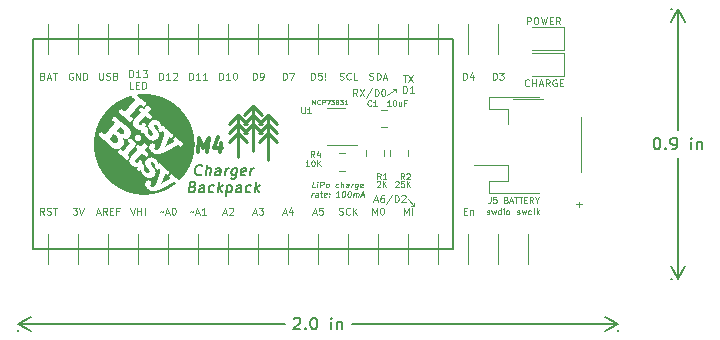
<source format=gto>
G04 #@! TF.GenerationSoftware,KiCad,Pcbnew,(6.0.0-0)*
G04 #@! TF.CreationDate,2023-05-16T16:06:40-07:00*
G04 #@! TF.ProjectId,ItsyBitsy breadboard,49747379-4269-4747-9379-206272656164,0.0.0*
G04 #@! TF.SameCoordinates,Original*
G04 #@! TF.FileFunction,Legend,Top*
G04 #@! TF.FilePolarity,Positive*
%FSLAX46Y46*%
G04 Gerber Fmt 4.6, Leading zero omitted, Abs format (unit mm)*
G04 Created by KiCad (PCBNEW (6.0.0-0)) date 2023-05-16 16:06:40*
%MOMM*%
%LPD*%
G01*
G04 APERTURE LIST*
%ADD10C,0.150000*%
%ADD11C,0.250000*%
%ADD12C,0.100000*%
%ADD13C,0.120000*%
%ADD14C,0.200000*%
%ADD15C,0.300000*%
%ADD16C,0.080000*%
G04 APERTURE END LIST*
D10*
X132548571Y-122737619D02*
X132596190Y-122690000D01*
X132691428Y-122642380D01*
X132929523Y-122642380D01*
X133024761Y-122690000D01*
X133072380Y-122737619D01*
X133120000Y-122832857D01*
X133120000Y-122928095D01*
X133072380Y-123070952D01*
X132500952Y-123642380D01*
X133120000Y-123642380D01*
X133548571Y-123547142D02*
X133596190Y-123594761D01*
X133548571Y-123642380D01*
X133500952Y-123594761D01*
X133548571Y-123547142D01*
X133548571Y-123642380D01*
X134215238Y-122642380D02*
X134310476Y-122642380D01*
X134405714Y-122690000D01*
X134453333Y-122737619D01*
X134500952Y-122832857D01*
X134548571Y-123023333D01*
X134548571Y-123261428D01*
X134500952Y-123451904D01*
X134453333Y-123547142D01*
X134405714Y-123594761D01*
X134310476Y-123642380D01*
X134215238Y-123642380D01*
X134120000Y-123594761D01*
X134072380Y-123547142D01*
X134024761Y-123451904D01*
X133977142Y-123261428D01*
X133977142Y-123023333D01*
X134024761Y-122832857D01*
X134072380Y-122737619D01*
X134120000Y-122690000D01*
X134215238Y-122642380D01*
X135739047Y-123642380D02*
X135739047Y-122975714D01*
X135739047Y-122642380D02*
X135691428Y-122690000D01*
X135739047Y-122737619D01*
X135786666Y-122690000D01*
X135739047Y-122642380D01*
X135739047Y-122737619D01*
X136215238Y-122975714D02*
X136215238Y-123642380D01*
X136215238Y-123070952D02*
X136262857Y-123023333D01*
X136358095Y-122975714D01*
X136500952Y-122975714D01*
X136596190Y-123023333D01*
X136643809Y-123118571D01*
X136643809Y-123642380D01*
X160020000Y-123690000D02*
X160020000Y-123776420D01*
X109220000Y-123690000D02*
X109220000Y-123776420D01*
X160020000Y-123190000D02*
X137456905Y-123190000D01*
X131783095Y-123190000D02*
X109220000Y-123190000D01*
X160020000Y-123190000D02*
X158893496Y-122603579D01*
X160020000Y-123190000D02*
X158893496Y-123776421D01*
X109220000Y-123190000D02*
X110346504Y-123776421D01*
X109220000Y-123190000D02*
X110346504Y-122603579D01*
X163266666Y-107402380D02*
X163361904Y-107402380D01*
X163457142Y-107450000D01*
X163504761Y-107497619D01*
X163552380Y-107592857D01*
X163600000Y-107783333D01*
X163600000Y-108021428D01*
X163552380Y-108211904D01*
X163504761Y-108307142D01*
X163457142Y-108354761D01*
X163361904Y-108402380D01*
X163266666Y-108402380D01*
X163171428Y-108354761D01*
X163123809Y-108307142D01*
X163076190Y-108211904D01*
X163028571Y-108021428D01*
X163028571Y-107783333D01*
X163076190Y-107592857D01*
X163123809Y-107497619D01*
X163171428Y-107450000D01*
X163266666Y-107402380D01*
X164028571Y-108307142D02*
X164076190Y-108354761D01*
X164028571Y-108402380D01*
X163980952Y-108354761D01*
X164028571Y-108307142D01*
X164028571Y-108402380D01*
X164552380Y-108402380D02*
X164742857Y-108402380D01*
X164838095Y-108354761D01*
X164885714Y-108307142D01*
X164980952Y-108164285D01*
X165028571Y-107973809D01*
X165028571Y-107592857D01*
X164980952Y-107497619D01*
X164933333Y-107450000D01*
X164838095Y-107402380D01*
X164647619Y-107402380D01*
X164552380Y-107450000D01*
X164504761Y-107497619D01*
X164457142Y-107592857D01*
X164457142Y-107830952D01*
X164504761Y-107926190D01*
X164552380Y-107973809D01*
X164647619Y-108021428D01*
X164838095Y-108021428D01*
X164933333Y-107973809D01*
X164980952Y-107926190D01*
X165028571Y-107830952D01*
X166219047Y-108402380D02*
X166219047Y-107735714D01*
X166219047Y-107402380D02*
X166171428Y-107450000D01*
X166219047Y-107497619D01*
X166266666Y-107450000D01*
X166219047Y-107402380D01*
X166219047Y-107497619D01*
X166695238Y-107735714D02*
X166695238Y-108402380D01*
X166695238Y-107830952D02*
X166742857Y-107783333D01*
X166838095Y-107735714D01*
X166980952Y-107735714D01*
X167076190Y-107783333D01*
X167123809Y-107878571D01*
X167123809Y-108402380D01*
X164600000Y-119380000D02*
X164513580Y-119380000D01*
X164600000Y-96520000D02*
X164513580Y-96520000D01*
X165100000Y-119380000D02*
X165100000Y-109130000D01*
X165100000Y-106770000D02*
X165100000Y-96520000D01*
X165100000Y-119380000D02*
X165686421Y-118253496D01*
X165100000Y-119380000D02*
X164513579Y-118253496D01*
X165100000Y-96520000D02*
X164513579Y-97646504D01*
X165100000Y-96520000D02*
X165686421Y-97646504D01*
D11*
X127119000Y-106257000D02*
X127881000Y-105495000D01*
X128389000Y-107019000D02*
X129151000Y-106257000D01*
D12*
X147320000Y-118110000D02*
X147320000Y-115570000D01*
X124460000Y-100330000D02*
X124460000Y-97790000D01*
X151130000Y-104140000D02*
X153670000Y-104140000D01*
X140462000Y-103759000D02*
X141224000Y-103251000D01*
X119380000Y-115570000D02*
X119380000Y-118110000D01*
X139700000Y-115570000D02*
X139700000Y-118110000D01*
X141224000Y-103251000D02*
X141224000Y-103505000D01*
X142240000Y-100330000D02*
X142240000Y-97790000D01*
X144780000Y-115570000D02*
X144780000Y-118110000D01*
X139700000Y-100330000D02*
X139700000Y-97790000D01*
X119380000Y-100330000D02*
X119380000Y-97790000D01*
X132080000Y-115570000D02*
X132080000Y-118110000D01*
D11*
X128643000Y-107781000D02*
X127881000Y-107019000D01*
D12*
X141224000Y-103251000D02*
X140970000Y-103251000D01*
X121920000Y-115570000D02*
X121920000Y-118110000D01*
D11*
X130421000Y-105495000D02*
X130421000Y-109305000D01*
X131183000Y-106257000D02*
X130421000Y-105495000D01*
D10*
X110490000Y-116840000D02*
X146050000Y-116840000D01*
D11*
X129659000Y-106257000D02*
X130421000Y-105495000D01*
D12*
X129540000Y-115570000D02*
X129540000Y-118110000D01*
X111760000Y-100330000D02*
X111760000Y-97790000D01*
X134620000Y-115570000D02*
X134620000Y-118110000D01*
D11*
X128643000Y-106257000D02*
X127881000Y-105495000D01*
X128643000Y-107019000D02*
X127881000Y-106257000D01*
X131183000Y-107781000D02*
X130421000Y-107019000D01*
D10*
X146050000Y-116840000D02*
X146050000Y-99060000D01*
D12*
X114300000Y-115570000D02*
X114300000Y-118110000D01*
X142200000Y-112600000D02*
X142748000Y-113157000D01*
X124460000Y-115570000D02*
X124460000Y-118110000D01*
D11*
X129659000Y-107019000D02*
X130421000Y-106257000D01*
D12*
X121920000Y-100330000D02*
X121920000Y-97790000D01*
D10*
X146050000Y-99060000D02*
X110490000Y-99060000D01*
D11*
X129913000Y-106257000D02*
X129151000Y-105495000D01*
X129151000Y-104733000D02*
X129151000Y-108543000D01*
D12*
X114300000Y-100330000D02*
X114300000Y-97790000D01*
X152400000Y-118110000D02*
X152400000Y-115570000D01*
X127000000Y-100330000D02*
X127000000Y-97790000D01*
D11*
X129913000Y-105495000D02*
X129151000Y-104733000D01*
X127119000Y-107019000D02*
X127881000Y-106257000D01*
D12*
X127000000Y-115570000D02*
X127000000Y-118110000D01*
X149860000Y-118110000D02*
X149860000Y-115570000D01*
X142240000Y-115570000D02*
X142240000Y-118110000D01*
X147320000Y-100330000D02*
X147320000Y-97790000D01*
X116840000Y-100330000D02*
X116840000Y-97790000D01*
D11*
X131183000Y-107019000D02*
X130421000Y-106257000D01*
X127881000Y-105495000D02*
X127881000Y-109051000D01*
D12*
X134620000Y-100330000D02*
X134620000Y-97790000D01*
X149860000Y-100330000D02*
X149860000Y-97790000D01*
D11*
X128389000Y-106257000D02*
X129151000Y-105495000D01*
X129659000Y-107781000D02*
X130421000Y-107019000D01*
D12*
X116840000Y-115570000D02*
X116840000Y-118110000D01*
D11*
X129913000Y-107019000D02*
X129151000Y-106257000D01*
D12*
X129540000Y-100330000D02*
X129540000Y-97790000D01*
X137160000Y-100330000D02*
X137160000Y-97790000D01*
X137160000Y-115570000D02*
X137160000Y-118110000D01*
D10*
X110490000Y-116840000D02*
X110490000Y-99060000D01*
D11*
X128389000Y-105495000D02*
X129151000Y-104733000D01*
D12*
X142771468Y-113153636D02*
X142771468Y-112899636D01*
D11*
X127119000Y-107781000D02*
X127881000Y-107019000D01*
D12*
X132080000Y-100330000D02*
X132080000Y-97790000D01*
X144780000Y-100330000D02*
X144780000Y-97790000D01*
X111760000Y-115570000D02*
X111760000Y-118110000D01*
X142771468Y-113153636D02*
X142517468Y-113153636D01*
X134359806Y-111623690D02*
X134121711Y-111623690D01*
X134184211Y-111123690D01*
X134526473Y-111623690D02*
X134568139Y-111290357D01*
X134588973Y-111123690D02*
X134562187Y-111147500D01*
X134583020Y-111171309D01*
X134609806Y-111147500D01*
X134588973Y-111123690D01*
X134583020Y-111171309D01*
X134764568Y-111623690D02*
X134827068Y-111123690D01*
X135017544Y-111123690D01*
X135062187Y-111147500D01*
X135083020Y-111171309D01*
X135100877Y-111218928D01*
X135091949Y-111290357D01*
X135062187Y-111337976D01*
X135035401Y-111361785D01*
X134984806Y-111385595D01*
X134794330Y-111385595D01*
X135335997Y-111623690D02*
X135291354Y-111599880D01*
X135270520Y-111576071D01*
X135252663Y-111528452D01*
X135270520Y-111385595D01*
X135300282Y-111337976D01*
X135327068Y-111314166D01*
X135377663Y-111290357D01*
X135449092Y-111290357D01*
X135493735Y-111314166D01*
X135514568Y-111337976D01*
X135532425Y-111385595D01*
X135514568Y-111528452D01*
X135484806Y-111576071D01*
X135458020Y-111599880D01*
X135407425Y-111623690D01*
X135335997Y-111623690D01*
X136315163Y-111599880D02*
X136264568Y-111623690D01*
X136169330Y-111623690D01*
X136124687Y-111599880D01*
X136103854Y-111576071D01*
X136085997Y-111528452D01*
X136103854Y-111385595D01*
X136133616Y-111337976D01*
X136160401Y-111314166D01*
X136210997Y-111290357D01*
X136306235Y-111290357D01*
X136350877Y-111314166D01*
X136526473Y-111623690D02*
X136588973Y-111123690D01*
X136740758Y-111623690D02*
X136773497Y-111361785D01*
X136755639Y-111314166D01*
X136710997Y-111290357D01*
X136639568Y-111290357D01*
X136588973Y-111314166D01*
X136562187Y-111337976D01*
X137193139Y-111623690D02*
X137225877Y-111361785D01*
X137208020Y-111314166D01*
X137163377Y-111290357D01*
X137068139Y-111290357D01*
X137017544Y-111314166D01*
X137196116Y-111599880D02*
X137145520Y-111623690D01*
X137026473Y-111623690D01*
X136981830Y-111599880D01*
X136963973Y-111552261D01*
X136969925Y-111504642D01*
X136999687Y-111457023D01*
X137050282Y-111433214D01*
X137169330Y-111433214D01*
X137219925Y-111409404D01*
X137431235Y-111623690D02*
X137472901Y-111290357D01*
X137460997Y-111385595D02*
X137490758Y-111337976D01*
X137517544Y-111314166D01*
X137568139Y-111290357D01*
X137615758Y-111290357D01*
X137996711Y-111290357D02*
X137946116Y-111695119D01*
X137916354Y-111742738D01*
X137889568Y-111766547D01*
X137838973Y-111790357D01*
X137767544Y-111790357D01*
X137722901Y-111766547D01*
X137958020Y-111599880D02*
X137907425Y-111623690D01*
X137812187Y-111623690D01*
X137767544Y-111599880D01*
X137746711Y-111576071D01*
X137728854Y-111528452D01*
X137746711Y-111385595D01*
X137776473Y-111337976D01*
X137803258Y-111314166D01*
X137853854Y-111290357D01*
X137949092Y-111290357D01*
X137993735Y-111314166D01*
X138386592Y-111599880D02*
X138335997Y-111623690D01*
X138240758Y-111623690D01*
X138196116Y-111599880D01*
X138178258Y-111552261D01*
X138202068Y-111361785D01*
X138231830Y-111314166D01*
X138282425Y-111290357D01*
X138377663Y-111290357D01*
X138422306Y-111314166D01*
X138440163Y-111361785D01*
X138434211Y-111409404D01*
X138190163Y-111457023D01*
X134062187Y-112428690D02*
X134103854Y-112095357D01*
X134091949Y-112190595D02*
X134121711Y-112142976D01*
X134148497Y-112119166D01*
X134199092Y-112095357D01*
X134246711Y-112095357D01*
X134585997Y-112428690D02*
X134618735Y-112166785D01*
X134600877Y-112119166D01*
X134556235Y-112095357D01*
X134460997Y-112095357D01*
X134410401Y-112119166D01*
X134588973Y-112404880D02*
X134538377Y-112428690D01*
X134419330Y-112428690D01*
X134374687Y-112404880D01*
X134356830Y-112357261D01*
X134362782Y-112309642D01*
X134392544Y-112262023D01*
X134443139Y-112238214D01*
X134562187Y-112238214D01*
X134612782Y-112214404D01*
X134794330Y-112095357D02*
X134984806Y-112095357D01*
X134886592Y-111928690D02*
X134833020Y-112357261D01*
X134850877Y-112404880D01*
X134895520Y-112428690D01*
X134943139Y-112428690D01*
X135303258Y-112404880D02*
X135252663Y-112428690D01*
X135157425Y-112428690D01*
X135112782Y-112404880D01*
X135094925Y-112357261D01*
X135118735Y-112166785D01*
X135148497Y-112119166D01*
X135199092Y-112095357D01*
X135294330Y-112095357D01*
X135338973Y-112119166D01*
X135356830Y-112166785D01*
X135350877Y-112214404D01*
X135106830Y-112262023D01*
X135544330Y-112381071D02*
X135565163Y-112404880D01*
X135538377Y-112428690D01*
X135517544Y-112404880D01*
X135544330Y-112381071D01*
X135538377Y-112428690D01*
X135577068Y-112119166D02*
X135597901Y-112142976D01*
X135571116Y-112166785D01*
X135550282Y-112142976D01*
X135577068Y-112119166D01*
X135571116Y-112166785D01*
X136419330Y-112428690D02*
X136133616Y-112428690D01*
X136276473Y-112428690D02*
X136338973Y-111928690D01*
X136282425Y-112000119D01*
X136228854Y-112047738D01*
X136178258Y-112071547D01*
X136791354Y-111928690D02*
X136838973Y-111928690D01*
X136883616Y-111952500D01*
X136904449Y-111976309D01*
X136922306Y-112023928D01*
X136934211Y-112119166D01*
X136919330Y-112238214D01*
X136883616Y-112333452D01*
X136853854Y-112381071D01*
X136827068Y-112404880D01*
X136776473Y-112428690D01*
X136728854Y-112428690D01*
X136684211Y-112404880D01*
X136663377Y-112381071D01*
X136645520Y-112333452D01*
X136633616Y-112238214D01*
X136648497Y-112119166D01*
X136684211Y-112023928D01*
X136713973Y-111976309D01*
X136740758Y-111952500D01*
X136791354Y-111928690D01*
X137267544Y-111928690D02*
X137315163Y-111928690D01*
X137359806Y-111952500D01*
X137380639Y-111976309D01*
X137398497Y-112023928D01*
X137410401Y-112119166D01*
X137395520Y-112238214D01*
X137359806Y-112333452D01*
X137330044Y-112381071D01*
X137303258Y-112404880D01*
X137252663Y-112428690D01*
X137205044Y-112428690D01*
X137160401Y-112404880D01*
X137139568Y-112381071D01*
X137121711Y-112333452D01*
X137109806Y-112238214D01*
X137124687Y-112119166D01*
X137160401Y-112023928D01*
X137190163Y-111976309D01*
X137216949Y-111952500D01*
X137267544Y-111928690D01*
X137585997Y-112428690D02*
X137627663Y-112095357D01*
X137621711Y-112142976D02*
X137648497Y-112119166D01*
X137699092Y-112095357D01*
X137770520Y-112095357D01*
X137815163Y-112119166D01*
X137833020Y-112166785D01*
X137800282Y-112428690D01*
X137833020Y-112166785D02*
X137862782Y-112119166D01*
X137913377Y-112095357D01*
X137984806Y-112095357D01*
X138029449Y-112119166D01*
X138047306Y-112166785D01*
X138014568Y-112428690D01*
X138246711Y-112285833D02*
X138484806Y-112285833D01*
X138181235Y-112428690D02*
X138410401Y-111928690D01*
X138514568Y-112428690D01*
X148919523Y-113867380D02*
X148967142Y-113891190D01*
X149062380Y-113891190D01*
X149110000Y-113867380D01*
X149133809Y-113819761D01*
X149133809Y-113795952D01*
X149110000Y-113748333D01*
X149062380Y-113724523D01*
X148990952Y-113724523D01*
X148943333Y-113700714D01*
X148919523Y-113653095D01*
X148919523Y-113629285D01*
X148943333Y-113581666D01*
X148990952Y-113557857D01*
X149062380Y-113557857D01*
X149110000Y-113581666D01*
X149300476Y-113557857D02*
X149395714Y-113891190D01*
X149490952Y-113653095D01*
X149586190Y-113891190D01*
X149681428Y-113557857D01*
X150086190Y-113891190D02*
X150086190Y-113391190D01*
X150086190Y-113867380D02*
X150038571Y-113891190D01*
X149943333Y-113891190D01*
X149895714Y-113867380D01*
X149871904Y-113843571D01*
X149848095Y-113795952D01*
X149848095Y-113653095D01*
X149871904Y-113605476D01*
X149895714Y-113581666D01*
X149943333Y-113557857D01*
X150038571Y-113557857D01*
X150086190Y-113581666D01*
X150324285Y-113891190D02*
X150324285Y-113557857D01*
X150324285Y-113391190D02*
X150300476Y-113415000D01*
X150324285Y-113438809D01*
X150348095Y-113415000D01*
X150324285Y-113391190D01*
X150324285Y-113438809D01*
X150633809Y-113891190D02*
X150586190Y-113867380D01*
X150562380Y-113843571D01*
X150538571Y-113795952D01*
X150538571Y-113653095D01*
X150562380Y-113605476D01*
X150586190Y-113581666D01*
X150633809Y-113557857D01*
X150705238Y-113557857D01*
X150752857Y-113581666D01*
X150776666Y-113605476D01*
X150800476Y-113653095D01*
X150800476Y-113795952D01*
X150776666Y-113843571D01*
X150752857Y-113867380D01*
X150705238Y-113891190D01*
X150633809Y-113891190D01*
X151483333Y-113867380D02*
X151530952Y-113891190D01*
X151626190Y-113891190D01*
X151673809Y-113867380D01*
X151697619Y-113819761D01*
X151697619Y-113795952D01*
X151673809Y-113748333D01*
X151626190Y-113724523D01*
X151554761Y-113724523D01*
X151507142Y-113700714D01*
X151483333Y-113653095D01*
X151483333Y-113629285D01*
X151507142Y-113581666D01*
X151554761Y-113557857D01*
X151626190Y-113557857D01*
X151673809Y-113581666D01*
X151864285Y-113557857D02*
X151959523Y-113891190D01*
X152054761Y-113653095D01*
X152150000Y-113891190D01*
X152245238Y-113557857D01*
X152650000Y-113867380D02*
X152602380Y-113891190D01*
X152507142Y-113891190D01*
X152459523Y-113867380D01*
X152435714Y-113843571D01*
X152411904Y-113795952D01*
X152411904Y-113653095D01*
X152435714Y-113605476D01*
X152459523Y-113581666D01*
X152507142Y-113557857D01*
X152602380Y-113557857D01*
X152650000Y-113581666D01*
X152935714Y-113891190D02*
X152888095Y-113867380D01*
X152864285Y-113819761D01*
X152864285Y-113391190D01*
X153126190Y-113891190D02*
X153126190Y-113391190D01*
X153173809Y-113700714D02*
X153316666Y-113891190D01*
X153316666Y-113557857D02*
X153126190Y-113748333D01*
D13*
X146902542Y-102506428D02*
X146902542Y-101906428D01*
X147045400Y-101906428D01*
X147131114Y-101935000D01*
X147188257Y-101992142D01*
X147216828Y-102049285D01*
X147245400Y-102163571D01*
X147245400Y-102249285D01*
X147216828Y-102363571D01*
X147188257Y-102420714D01*
X147131114Y-102477857D01*
X147045400Y-102506428D01*
X146902542Y-102506428D01*
X147759685Y-102106428D02*
X147759685Y-102506428D01*
X147616828Y-101877857D02*
X147473971Y-102306428D01*
X147845400Y-102306428D01*
X149417142Y-102506428D02*
X149417142Y-101906428D01*
X149560000Y-101906428D01*
X149645714Y-101935000D01*
X149702857Y-101992142D01*
X149731428Y-102049285D01*
X149760000Y-102163571D01*
X149760000Y-102249285D01*
X149731428Y-102363571D01*
X149702857Y-102420714D01*
X149645714Y-102477857D01*
X149560000Y-102506428D01*
X149417142Y-102506428D01*
X149960000Y-101906428D02*
X150331428Y-101906428D01*
X150131428Y-102135000D01*
X150217142Y-102135000D01*
X150274285Y-102163571D01*
X150302857Y-102192142D01*
X150331428Y-102249285D01*
X150331428Y-102392142D01*
X150302857Y-102449285D01*
X150274285Y-102477857D01*
X150217142Y-102506428D01*
X150045714Y-102506428D01*
X149988571Y-102477857D01*
X149960000Y-102449285D01*
X141782857Y-102058428D02*
X142125714Y-102058428D01*
X141954285Y-102658428D02*
X141954285Y-102058428D01*
X142268571Y-102058428D02*
X142668571Y-102658428D01*
X142668571Y-102058428D02*
X142268571Y-102658428D01*
X141797142Y-103624428D02*
X141797142Y-103024428D01*
X141940000Y-103024428D01*
X142025714Y-103053000D01*
X142082857Y-103110142D01*
X142111428Y-103167285D01*
X142140000Y-103281571D01*
X142140000Y-103367285D01*
X142111428Y-103481571D01*
X142082857Y-103538714D01*
X142025714Y-103595857D01*
X141940000Y-103624428D01*
X141797142Y-103624428D01*
X142711428Y-103624428D02*
X142368571Y-103624428D01*
X142540000Y-103624428D02*
X142540000Y-103024428D01*
X142482857Y-103110142D01*
X142425714Y-103167285D01*
X142368571Y-103195857D01*
X138971428Y-102477857D02*
X139057142Y-102506428D01*
X139200000Y-102506428D01*
X139257142Y-102477857D01*
X139285714Y-102449285D01*
X139314285Y-102392142D01*
X139314285Y-102335000D01*
X139285714Y-102277857D01*
X139257142Y-102249285D01*
X139200000Y-102220714D01*
X139085714Y-102192142D01*
X139028571Y-102163571D01*
X139000000Y-102135000D01*
X138971428Y-102077857D01*
X138971428Y-102020714D01*
X139000000Y-101963571D01*
X139028571Y-101935000D01*
X139085714Y-101906428D01*
X139228571Y-101906428D01*
X139314285Y-101935000D01*
X139571428Y-102506428D02*
X139571428Y-101906428D01*
X139714285Y-101906428D01*
X139800000Y-101935000D01*
X139857142Y-101992142D01*
X139885714Y-102049285D01*
X139914285Y-102163571D01*
X139914285Y-102249285D01*
X139885714Y-102363571D01*
X139857142Y-102420714D01*
X139800000Y-102477857D01*
X139714285Y-102506428D01*
X139571428Y-102506428D01*
X140142857Y-102335000D02*
X140428571Y-102335000D01*
X140085714Y-102506428D02*
X140285714Y-101906428D01*
X140485714Y-102506428D01*
X136445714Y-102477857D02*
X136531428Y-102506428D01*
X136674285Y-102506428D01*
X136731428Y-102477857D01*
X136760000Y-102449285D01*
X136788571Y-102392142D01*
X136788571Y-102335000D01*
X136760000Y-102277857D01*
X136731428Y-102249285D01*
X136674285Y-102220714D01*
X136560000Y-102192142D01*
X136502857Y-102163571D01*
X136474285Y-102135000D01*
X136445714Y-102077857D01*
X136445714Y-102020714D01*
X136474285Y-101963571D01*
X136502857Y-101935000D01*
X136560000Y-101906428D01*
X136702857Y-101906428D01*
X136788571Y-101935000D01*
X137388571Y-102449285D02*
X137360000Y-102477857D01*
X137274285Y-102506428D01*
X137217142Y-102506428D01*
X137131428Y-102477857D01*
X137074285Y-102420714D01*
X137045714Y-102363571D01*
X137017142Y-102249285D01*
X137017142Y-102163571D01*
X137045714Y-102049285D01*
X137074285Y-101992142D01*
X137131428Y-101935000D01*
X137217142Y-101906428D01*
X137274285Y-101906428D01*
X137360000Y-101935000D01*
X137388571Y-101963571D01*
X137931428Y-102506428D02*
X137645714Y-102506428D01*
X137645714Y-101906428D01*
X134034285Y-102506428D02*
X134034285Y-101906428D01*
X134177142Y-101906428D01*
X134262857Y-101935000D01*
X134320000Y-101992142D01*
X134348571Y-102049285D01*
X134377142Y-102163571D01*
X134377142Y-102249285D01*
X134348571Y-102363571D01*
X134320000Y-102420714D01*
X134262857Y-102477857D01*
X134177142Y-102506428D01*
X134034285Y-102506428D01*
X134920000Y-101906428D02*
X134634285Y-101906428D01*
X134605714Y-102192142D01*
X134634285Y-102163571D01*
X134691428Y-102135000D01*
X134834285Y-102135000D01*
X134891428Y-102163571D01*
X134920000Y-102192142D01*
X134948571Y-102249285D01*
X134948571Y-102392142D01*
X134920000Y-102449285D01*
X134891428Y-102477857D01*
X134834285Y-102506428D01*
X134691428Y-102506428D01*
X134634285Y-102477857D01*
X134605714Y-102449285D01*
X135205714Y-102449285D02*
X135234285Y-102477857D01*
X135205714Y-102506428D01*
X135177142Y-102477857D01*
X135205714Y-102449285D01*
X135205714Y-102506428D01*
X135205714Y-102277857D02*
X135177142Y-101935000D01*
X135205714Y-101906428D01*
X135234285Y-101935000D01*
X135205714Y-102277857D01*
X135205714Y-101906428D01*
X131637142Y-102506428D02*
X131637142Y-101906428D01*
X131780000Y-101906428D01*
X131865714Y-101935000D01*
X131922857Y-101992142D01*
X131951428Y-102049285D01*
X131980000Y-102163571D01*
X131980000Y-102249285D01*
X131951428Y-102363571D01*
X131922857Y-102420714D01*
X131865714Y-102477857D01*
X131780000Y-102506428D01*
X131637142Y-102506428D01*
X132180000Y-101906428D02*
X132580000Y-101906428D01*
X132322857Y-102506428D01*
X129097142Y-102506428D02*
X129097142Y-101906428D01*
X129240000Y-101906428D01*
X129325714Y-101935000D01*
X129382857Y-101992142D01*
X129411428Y-102049285D01*
X129440000Y-102163571D01*
X129440000Y-102249285D01*
X129411428Y-102363571D01*
X129382857Y-102420714D01*
X129325714Y-102477857D01*
X129240000Y-102506428D01*
X129097142Y-102506428D01*
X129725714Y-102506428D02*
X129840000Y-102506428D01*
X129897142Y-102477857D01*
X129925714Y-102449285D01*
X129982857Y-102363571D01*
X130011428Y-102249285D01*
X130011428Y-102020714D01*
X129982857Y-101963571D01*
X129954285Y-101935000D01*
X129897142Y-101906428D01*
X129782857Y-101906428D01*
X129725714Y-101935000D01*
X129697142Y-101963571D01*
X129668571Y-102020714D01*
X129668571Y-102163571D01*
X129697142Y-102220714D01*
X129725714Y-102249285D01*
X129782857Y-102277857D01*
X129897142Y-102277857D01*
X129954285Y-102249285D01*
X129982857Y-102220714D01*
X130011428Y-102163571D01*
X126271428Y-102506428D02*
X126271428Y-101906428D01*
X126414285Y-101906428D01*
X126500000Y-101935000D01*
X126557142Y-101992142D01*
X126585714Y-102049285D01*
X126614285Y-102163571D01*
X126614285Y-102249285D01*
X126585714Y-102363571D01*
X126557142Y-102420714D01*
X126500000Y-102477857D01*
X126414285Y-102506428D01*
X126271428Y-102506428D01*
X127185714Y-102506428D02*
X126842857Y-102506428D01*
X127014285Y-102506428D02*
X127014285Y-101906428D01*
X126957142Y-101992142D01*
X126900000Y-102049285D01*
X126842857Y-102077857D01*
X127557142Y-101906428D02*
X127614285Y-101906428D01*
X127671428Y-101935000D01*
X127700000Y-101963571D01*
X127728571Y-102020714D01*
X127757142Y-102135000D01*
X127757142Y-102277857D01*
X127728571Y-102392142D01*
X127700000Y-102449285D01*
X127671428Y-102477857D01*
X127614285Y-102506428D01*
X127557142Y-102506428D01*
X127500000Y-102477857D01*
X127471428Y-102449285D01*
X127442857Y-102392142D01*
X127414285Y-102277857D01*
X127414285Y-102135000D01*
X127442857Y-102020714D01*
X127471428Y-101963571D01*
X127500000Y-101935000D01*
X127557142Y-101906428D01*
X123731428Y-102506428D02*
X123731428Y-101906428D01*
X123874285Y-101906428D01*
X123960000Y-101935000D01*
X124017142Y-101992142D01*
X124045714Y-102049285D01*
X124074285Y-102163571D01*
X124074285Y-102249285D01*
X124045714Y-102363571D01*
X124017142Y-102420714D01*
X123960000Y-102477857D01*
X123874285Y-102506428D01*
X123731428Y-102506428D01*
X124645714Y-102506428D02*
X124302857Y-102506428D01*
X124474285Y-102506428D02*
X124474285Y-101906428D01*
X124417142Y-101992142D01*
X124360000Y-102049285D01*
X124302857Y-102077857D01*
X125217142Y-102506428D02*
X124874285Y-102506428D01*
X125045714Y-102506428D02*
X125045714Y-101906428D01*
X124988571Y-101992142D01*
X124931428Y-102049285D01*
X124874285Y-102077857D01*
X121191428Y-102506428D02*
X121191428Y-101906428D01*
X121334285Y-101906428D01*
X121420000Y-101935000D01*
X121477142Y-101992142D01*
X121505714Y-102049285D01*
X121534285Y-102163571D01*
X121534285Y-102249285D01*
X121505714Y-102363571D01*
X121477142Y-102420714D01*
X121420000Y-102477857D01*
X121334285Y-102506428D01*
X121191428Y-102506428D01*
X122105714Y-102506428D02*
X121762857Y-102506428D01*
X121934285Y-102506428D02*
X121934285Y-101906428D01*
X121877142Y-101992142D01*
X121820000Y-102049285D01*
X121762857Y-102077857D01*
X122334285Y-101963571D02*
X122362857Y-101935000D01*
X122420000Y-101906428D01*
X122562857Y-101906428D01*
X122620000Y-101935000D01*
X122648571Y-101963571D01*
X122677142Y-102020714D01*
X122677142Y-102077857D01*
X122648571Y-102163571D01*
X122305714Y-102506428D01*
X122677142Y-102506428D01*
D12*
X118651428Y-102288428D02*
X118651428Y-101688428D01*
X118794285Y-101688428D01*
X118880000Y-101717000D01*
X118937142Y-101774142D01*
X118965714Y-101831285D01*
X118994285Y-101945571D01*
X118994285Y-102031285D01*
X118965714Y-102145571D01*
X118937142Y-102202714D01*
X118880000Y-102259857D01*
X118794285Y-102288428D01*
X118651428Y-102288428D01*
X119565714Y-102288428D02*
X119222857Y-102288428D01*
X119394285Y-102288428D02*
X119394285Y-101688428D01*
X119337142Y-101774142D01*
X119280000Y-101831285D01*
X119222857Y-101859857D01*
X119765714Y-101688428D02*
X120137142Y-101688428D01*
X119937142Y-101917000D01*
X120022857Y-101917000D01*
X120080000Y-101945571D01*
X120108571Y-101974142D01*
X120137142Y-102031285D01*
X120137142Y-102174142D01*
X120108571Y-102231285D01*
X120080000Y-102259857D01*
X120022857Y-102288428D01*
X119851428Y-102288428D01*
X119794285Y-102259857D01*
X119765714Y-102231285D01*
X118994285Y-103254428D02*
X118708571Y-103254428D01*
X118708571Y-102654428D01*
X119194285Y-102940142D02*
X119394285Y-102940142D01*
X119480000Y-103254428D02*
X119194285Y-103254428D01*
X119194285Y-102654428D01*
X119480000Y-102654428D01*
X119737142Y-103254428D02*
X119737142Y-102654428D01*
X119880000Y-102654428D01*
X119965714Y-102683000D01*
X120022857Y-102740142D01*
X120051428Y-102797285D01*
X120080000Y-102911571D01*
X120080000Y-102997285D01*
X120051428Y-103111571D01*
X120022857Y-103168714D01*
X119965714Y-103225857D01*
X119880000Y-103254428D01*
X119737142Y-103254428D01*
D13*
X116082857Y-101906428D02*
X116082857Y-102392142D01*
X116111428Y-102449285D01*
X116140000Y-102477857D01*
X116197142Y-102506428D01*
X116311428Y-102506428D01*
X116368571Y-102477857D01*
X116397142Y-102449285D01*
X116425714Y-102392142D01*
X116425714Y-101906428D01*
X116682857Y-102477857D02*
X116768571Y-102506428D01*
X116911428Y-102506428D01*
X116968571Y-102477857D01*
X116997142Y-102449285D01*
X117025714Y-102392142D01*
X117025714Y-102335000D01*
X116997142Y-102277857D01*
X116968571Y-102249285D01*
X116911428Y-102220714D01*
X116797142Y-102192142D01*
X116740000Y-102163571D01*
X116711428Y-102135000D01*
X116682857Y-102077857D01*
X116682857Y-102020714D01*
X116711428Y-101963571D01*
X116740000Y-101935000D01*
X116797142Y-101906428D01*
X116940000Y-101906428D01*
X117025714Y-101935000D01*
X117482857Y-102192142D02*
X117568571Y-102220714D01*
X117597142Y-102249285D01*
X117625714Y-102306428D01*
X117625714Y-102392142D01*
X117597142Y-102449285D01*
X117568571Y-102477857D01*
X117511428Y-102506428D01*
X117282857Y-102506428D01*
X117282857Y-101906428D01*
X117482857Y-101906428D01*
X117540000Y-101935000D01*
X117568571Y-101963571D01*
X117597142Y-102020714D01*
X117597142Y-102077857D01*
X117568571Y-102135000D01*
X117540000Y-102163571D01*
X117482857Y-102192142D01*
X117282857Y-102192142D01*
X113842857Y-101935000D02*
X113785714Y-101906428D01*
X113700000Y-101906428D01*
X113614285Y-101935000D01*
X113557142Y-101992142D01*
X113528571Y-102049285D01*
X113500000Y-102163571D01*
X113500000Y-102249285D01*
X113528571Y-102363571D01*
X113557142Y-102420714D01*
X113614285Y-102477857D01*
X113700000Y-102506428D01*
X113757142Y-102506428D01*
X113842857Y-102477857D01*
X113871428Y-102449285D01*
X113871428Y-102249285D01*
X113757142Y-102249285D01*
X114128571Y-102506428D02*
X114128571Y-101906428D01*
X114471428Y-102506428D01*
X114471428Y-101906428D01*
X114757142Y-102506428D02*
X114757142Y-101906428D01*
X114900000Y-101906428D01*
X114985714Y-101935000D01*
X115042857Y-101992142D01*
X115071428Y-102049285D01*
X115100000Y-102163571D01*
X115100000Y-102249285D01*
X115071428Y-102363571D01*
X115042857Y-102420714D01*
X114985714Y-102477857D01*
X114900000Y-102506428D01*
X114757142Y-102506428D01*
X111317142Y-102192142D02*
X111402857Y-102220714D01*
X111431428Y-102249285D01*
X111460000Y-102306428D01*
X111460000Y-102392142D01*
X111431428Y-102449285D01*
X111402857Y-102477857D01*
X111345714Y-102506428D01*
X111117142Y-102506428D01*
X111117142Y-101906428D01*
X111317142Y-101906428D01*
X111374285Y-101935000D01*
X111402857Y-101963571D01*
X111431428Y-102020714D01*
X111431428Y-102077857D01*
X111402857Y-102135000D01*
X111374285Y-102163571D01*
X111317142Y-102192142D01*
X111117142Y-102192142D01*
X111688571Y-102335000D02*
X111974285Y-102335000D01*
X111631428Y-102506428D02*
X111831428Y-101906428D01*
X112031428Y-102506428D01*
X112145714Y-101906428D02*
X112488571Y-101906428D01*
X112317142Y-102506428D02*
X112317142Y-101906428D01*
X111431428Y-113936428D02*
X111231428Y-113650714D01*
X111088571Y-113936428D02*
X111088571Y-113336428D01*
X111317142Y-113336428D01*
X111374285Y-113365000D01*
X111402857Y-113393571D01*
X111431428Y-113450714D01*
X111431428Y-113536428D01*
X111402857Y-113593571D01*
X111374285Y-113622142D01*
X111317142Y-113650714D01*
X111088571Y-113650714D01*
X111660000Y-113907857D02*
X111745714Y-113936428D01*
X111888571Y-113936428D01*
X111945714Y-113907857D01*
X111974285Y-113879285D01*
X112002857Y-113822142D01*
X112002857Y-113765000D01*
X111974285Y-113707857D01*
X111945714Y-113679285D01*
X111888571Y-113650714D01*
X111774285Y-113622142D01*
X111717142Y-113593571D01*
X111688571Y-113565000D01*
X111660000Y-113507857D01*
X111660000Y-113450714D01*
X111688571Y-113393571D01*
X111717142Y-113365000D01*
X111774285Y-113336428D01*
X111917142Y-113336428D01*
X112002857Y-113365000D01*
X112174285Y-113336428D02*
X112517142Y-113336428D01*
X112345714Y-113936428D02*
X112345714Y-113336428D01*
X113842857Y-113336428D02*
X114214285Y-113336428D01*
X114014285Y-113565000D01*
X114100000Y-113565000D01*
X114157142Y-113593571D01*
X114185714Y-113622142D01*
X114214285Y-113679285D01*
X114214285Y-113822142D01*
X114185714Y-113879285D01*
X114157142Y-113907857D01*
X114100000Y-113936428D01*
X113928571Y-113936428D01*
X113871428Y-113907857D01*
X113842857Y-113879285D01*
X114385714Y-113336428D02*
X114585714Y-113936428D01*
X114785714Y-113336428D01*
X115868571Y-113765000D02*
X116154285Y-113765000D01*
X115811428Y-113936428D02*
X116011428Y-113336428D01*
X116211428Y-113936428D01*
X116754285Y-113936428D02*
X116554285Y-113650714D01*
X116411428Y-113936428D02*
X116411428Y-113336428D01*
X116640000Y-113336428D01*
X116697142Y-113365000D01*
X116725714Y-113393571D01*
X116754285Y-113450714D01*
X116754285Y-113536428D01*
X116725714Y-113593571D01*
X116697142Y-113622142D01*
X116640000Y-113650714D01*
X116411428Y-113650714D01*
X117011428Y-113622142D02*
X117211428Y-113622142D01*
X117297142Y-113936428D02*
X117011428Y-113936428D01*
X117011428Y-113336428D01*
X117297142Y-113336428D01*
X117754285Y-113622142D02*
X117554285Y-113622142D01*
X117554285Y-113936428D02*
X117554285Y-113336428D01*
X117840000Y-113336428D01*
X118722857Y-113336428D02*
X118922857Y-113936428D01*
X119122857Y-113336428D01*
X119322857Y-113936428D02*
X119322857Y-113336428D01*
X119322857Y-113622142D02*
X119665714Y-113622142D01*
X119665714Y-113936428D02*
X119665714Y-113336428D01*
X119951428Y-113936428D02*
X119951428Y-113336428D01*
X121220000Y-113707857D02*
X121248571Y-113679285D01*
X121305714Y-113650714D01*
X121420000Y-113707857D01*
X121477142Y-113679285D01*
X121505714Y-113650714D01*
X121705714Y-113765000D02*
X121991428Y-113765000D01*
X121648571Y-113936428D02*
X121848571Y-113336428D01*
X122048571Y-113936428D01*
X122362857Y-113336428D02*
X122420000Y-113336428D01*
X122477142Y-113365000D01*
X122505714Y-113393571D01*
X122534285Y-113450714D01*
X122562857Y-113565000D01*
X122562857Y-113707857D01*
X122534285Y-113822142D01*
X122505714Y-113879285D01*
X122477142Y-113907857D01*
X122420000Y-113936428D01*
X122362857Y-113936428D01*
X122305714Y-113907857D01*
X122277142Y-113879285D01*
X122248571Y-113822142D01*
X122220000Y-113707857D01*
X122220000Y-113565000D01*
X122248571Y-113450714D01*
X122277142Y-113393571D01*
X122305714Y-113365000D01*
X122362857Y-113336428D01*
X123760000Y-113707857D02*
X123788571Y-113679285D01*
X123845714Y-113650714D01*
X123960000Y-113707857D01*
X124017142Y-113679285D01*
X124045714Y-113650714D01*
X124245714Y-113765000D02*
X124531428Y-113765000D01*
X124188571Y-113936428D02*
X124388571Y-113336428D01*
X124588571Y-113936428D01*
X125102857Y-113936428D02*
X124760000Y-113936428D01*
X124931428Y-113936428D02*
X124931428Y-113336428D01*
X124874285Y-113422142D01*
X124817142Y-113479285D01*
X124760000Y-113507857D01*
X126571428Y-113765000D02*
X126857142Y-113765000D01*
X126514285Y-113936428D02*
X126714285Y-113336428D01*
X126914285Y-113936428D01*
X127085714Y-113393571D02*
X127114285Y-113365000D01*
X127171428Y-113336428D01*
X127314285Y-113336428D01*
X127371428Y-113365000D01*
X127400000Y-113393571D01*
X127428571Y-113450714D01*
X127428571Y-113507857D01*
X127400000Y-113593571D01*
X127057142Y-113936428D01*
X127428571Y-113936428D01*
X129111428Y-113765000D02*
X129397142Y-113765000D01*
X129054285Y-113936428D02*
X129254285Y-113336428D01*
X129454285Y-113936428D01*
X129597142Y-113336428D02*
X129968571Y-113336428D01*
X129768571Y-113565000D01*
X129854285Y-113565000D01*
X129911428Y-113593571D01*
X129940000Y-113622142D01*
X129968571Y-113679285D01*
X129968571Y-113822142D01*
X129940000Y-113879285D01*
X129911428Y-113907857D01*
X129854285Y-113936428D01*
X129682857Y-113936428D01*
X129625714Y-113907857D01*
X129597142Y-113879285D01*
X131651428Y-113765000D02*
X131937142Y-113765000D01*
X131594285Y-113936428D02*
X131794285Y-113336428D01*
X131994285Y-113936428D01*
X132451428Y-113536428D02*
X132451428Y-113936428D01*
X132308571Y-113307857D02*
X132165714Y-113736428D01*
X132537142Y-113736428D01*
X134191428Y-113765000D02*
X134477142Y-113765000D01*
X134134285Y-113936428D02*
X134334285Y-113336428D01*
X134534285Y-113936428D01*
X135020000Y-113336428D02*
X134734285Y-113336428D01*
X134705714Y-113622142D01*
X134734285Y-113593571D01*
X134791428Y-113565000D01*
X134934285Y-113565000D01*
X134991428Y-113593571D01*
X135020000Y-113622142D01*
X135048571Y-113679285D01*
X135048571Y-113822142D01*
X135020000Y-113879285D01*
X134991428Y-113907857D01*
X134934285Y-113936428D01*
X134791428Y-113936428D01*
X134734285Y-113907857D01*
X134705714Y-113879285D01*
X136388571Y-113907857D02*
X136474285Y-113936428D01*
X136617142Y-113936428D01*
X136674285Y-113907857D01*
X136702857Y-113879285D01*
X136731428Y-113822142D01*
X136731428Y-113765000D01*
X136702857Y-113707857D01*
X136674285Y-113679285D01*
X136617142Y-113650714D01*
X136502857Y-113622142D01*
X136445714Y-113593571D01*
X136417142Y-113565000D01*
X136388571Y-113507857D01*
X136388571Y-113450714D01*
X136417142Y-113393571D01*
X136445714Y-113365000D01*
X136502857Y-113336428D01*
X136645714Y-113336428D01*
X136731428Y-113365000D01*
X137331428Y-113879285D02*
X137302857Y-113907857D01*
X137217142Y-113936428D01*
X137160000Y-113936428D01*
X137074285Y-113907857D01*
X137017142Y-113850714D01*
X136988571Y-113793571D01*
X136960000Y-113679285D01*
X136960000Y-113593571D01*
X136988571Y-113479285D01*
X137017142Y-113422142D01*
X137074285Y-113365000D01*
X137160000Y-113336428D01*
X137217142Y-113336428D01*
X137302857Y-113365000D01*
X137331428Y-113393571D01*
X137588571Y-113936428D02*
X137588571Y-113336428D01*
X137931428Y-113936428D02*
X137674285Y-113593571D01*
X137931428Y-113336428D02*
X137588571Y-113679285D01*
X139214285Y-113936428D02*
X139214285Y-113336428D01*
X139414285Y-113765000D01*
X139614285Y-113336428D01*
X139614285Y-113936428D01*
X140014285Y-113336428D02*
X140071428Y-113336428D01*
X140128571Y-113365000D01*
X140157142Y-113393571D01*
X140185714Y-113450714D01*
X140214285Y-113565000D01*
X140214285Y-113707857D01*
X140185714Y-113822142D01*
X140157142Y-113879285D01*
X140128571Y-113907857D01*
X140071428Y-113936428D01*
X140014285Y-113936428D01*
X139957142Y-113907857D01*
X139928571Y-113879285D01*
X139900000Y-113822142D01*
X139871428Y-113707857D01*
X139871428Y-113565000D01*
X139900000Y-113450714D01*
X139928571Y-113393571D01*
X139957142Y-113365000D01*
X140014285Y-113336428D01*
X141897142Y-113936428D02*
X141897142Y-113336428D01*
X142097142Y-113765000D01*
X142297142Y-113336428D01*
X142297142Y-113936428D01*
X142582857Y-113936428D02*
X142582857Y-113336428D01*
X139371428Y-112700000D02*
X139657142Y-112700000D01*
X139314285Y-112871428D02*
X139514285Y-112271428D01*
X139714285Y-112871428D01*
X140171428Y-112271428D02*
X140057142Y-112271428D01*
X140000000Y-112300000D01*
X139971428Y-112328571D01*
X139914285Y-112414285D01*
X139885714Y-112528571D01*
X139885714Y-112757142D01*
X139914285Y-112814285D01*
X139942857Y-112842857D01*
X140000000Y-112871428D01*
X140114285Y-112871428D01*
X140171428Y-112842857D01*
X140200000Y-112814285D01*
X140228571Y-112757142D01*
X140228571Y-112614285D01*
X140200000Y-112557142D01*
X140171428Y-112528571D01*
X140114285Y-112500000D01*
X140000000Y-112500000D01*
X139942857Y-112528571D01*
X139914285Y-112557142D01*
X139885714Y-112614285D01*
X140914285Y-112242857D02*
X140400000Y-113014285D01*
X141114285Y-112871428D02*
X141114285Y-112271428D01*
X141257142Y-112271428D01*
X141342857Y-112300000D01*
X141400000Y-112357142D01*
X141428571Y-112414285D01*
X141457142Y-112528571D01*
X141457142Y-112614285D01*
X141428571Y-112728571D01*
X141400000Y-112785714D01*
X141342857Y-112842857D01*
X141257142Y-112871428D01*
X141114285Y-112871428D01*
X141685714Y-112328571D02*
X141714285Y-112300000D01*
X141771428Y-112271428D01*
X141914285Y-112271428D01*
X141971428Y-112300000D01*
X142000000Y-112328571D01*
X142028571Y-112385714D01*
X142028571Y-112442857D01*
X142000000Y-112528571D01*
X141657142Y-112871428D01*
X142028571Y-112871428D01*
X137950000Y-103871428D02*
X137750000Y-103585714D01*
X137607142Y-103871428D02*
X137607142Y-103271428D01*
X137835714Y-103271428D01*
X137892857Y-103300000D01*
X137921428Y-103328571D01*
X137950000Y-103385714D01*
X137950000Y-103471428D01*
X137921428Y-103528571D01*
X137892857Y-103557142D01*
X137835714Y-103585714D01*
X137607142Y-103585714D01*
X138150000Y-103271428D02*
X138550000Y-103871428D01*
X138550000Y-103271428D02*
X138150000Y-103871428D01*
X139207142Y-103242857D02*
X138692857Y-104014285D01*
X139407142Y-103871428D02*
X139407142Y-103271428D01*
X139550000Y-103271428D01*
X139635714Y-103300000D01*
X139692857Y-103357142D01*
X139721428Y-103414285D01*
X139750000Y-103528571D01*
X139750000Y-103614285D01*
X139721428Y-103728571D01*
X139692857Y-103785714D01*
X139635714Y-103842857D01*
X139550000Y-103871428D01*
X139407142Y-103871428D01*
X140121428Y-103271428D02*
X140178571Y-103271428D01*
X140235714Y-103300000D01*
X140264285Y-103328571D01*
X140292857Y-103385714D01*
X140321428Y-103500000D01*
X140321428Y-103642857D01*
X140292857Y-103757142D01*
X140264285Y-103814285D01*
X140235714Y-103842857D01*
X140178571Y-103871428D01*
X140121428Y-103871428D01*
X140064285Y-103842857D01*
X140035714Y-103814285D01*
X140007142Y-103757142D01*
X139978571Y-103642857D01*
X139978571Y-103500000D01*
X140007142Y-103385714D01*
X140035714Y-103328571D01*
X140064285Y-103300000D01*
X140121428Y-103271428D01*
D14*
X124739794Y-110496928D02*
X124691580Y-110539785D01*
X124557651Y-110582642D01*
X124471937Y-110582642D01*
X124348723Y-110539785D01*
X124273723Y-110454071D01*
X124241580Y-110368357D01*
X124220151Y-110196928D01*
X124236223Y-110068357D01*
X124300508Y-109896928D01*
X124354080Y-109811214D01*
X124450508Y-109725500D01*
X124584437Y-109682642D01*
X124670151Y-109682642D01*
X124793366Y-109725500D01*
X124830866Y-109768357D01*
X125114794Y-110582642D02*
X125227294Y-109682642D01*
X125500508Y-110582642D02*
X125559437Y-110111214D01*
X125527294Y-110025500D01*
X125446937Y-109982642D01*
X125318366Y-109982642D01*
X125227294Y-110025500D01*
X125179080Y-110068357D01*
X126314794Y-110582642D02*
X126373723Y-110111214D01*
X126341580Y-110025500D01*
X126261223Y-109982642D01*
X126089794Y-109982642D01*
X125998723Y-110025500D01*
X126320151Y-110539785D02*
X126229080Y-110582642D01*
X126014794Y-110582642D01*
X125934437Y-110539785D01*
X125902294Y-110454071D01*
X125913008Y-110368357D01*
X125966580Y-110282642D01*
X126057651Y-110239785D01*
X126271937Y-110239785D01*
X126363008Y-110196928D01*
X126743366Y-110582642D02*
X126818366Y-109982642D01*
X126796937Y-110154071D02*
X126850508Y-110068357D01*
X126898723Y-110025500D01*
X126989794Y-109982642D01*
X127075508Y-109982642D01*
X127761223Y-109982642D02*
X127670151Y-110711214D01*
X127616580Y-110796928D01*
X127568366Y-110839785D01*
X127477294Y-110882642D01*
X127348723Y-110882642D01*
X127268366Y-110839785D01*
X127691580Y-110539785D02*
X127600508Y-110582642D01*
X127429080Y-110582642D01*
X127348723Y-110539785D01*
X127311223Y-110496928D01*
X127279080Y-110411214D01*
X127311223Y-110154071D01*
X127364794Y-110068357D01*
X127413008Y-110025500D01*
X127504080Y-109982642D01*
X127675508Y-109982642D01*
X127755866Y-110025500D01*
X128463008Y-110539785D02*
X128371937Y-110582642D01*
X128200508Y-110582642D01*
X128120151Y-110539785D01*
X128088008Y-110454071D01*
X128130866Y-110111214D01*
X128184437Y-110025500D01*
X128275508Y-109982642D01*
X128446937Y-109982642D01*
X128527294Y-110025500D01*
X128559437Y-110111214D01*
X128548723Y-110196928D01*
X128109437Y-110282642D01*
X128886223Y-110582642D02*
X128961223Y-109982642D01*
X128939794Y-110154071D02*
X128993366Y-110068357D01*
X129041580Y-110025500D01*
X129132651Y-109982642D01*
X129218366Y-109982642D01*
X124016580Y-111560214D02*
X124139794Y-111603071D01*
X124177294Y-111645928D01*
X124209437Y-111731642D01*
X124193366Y-111860214D01*
X124139794Y-111945928D01*
X124091580Y-111988785D01*
X124000508Y-112031642D01*
X123657651Y-112031642D01*
X123770151Y-111131642D01*
X124070151Y-111131642D01*
X124150508Y-111174500D01*
X124188008Y-111217357D01*
X124220151Y-111303071D01*
X124209437Y-111388785D01*
X124155866Y-111474500D01*
X124107651Y-111517357D01*
X124016580Y-111560214D01*
X123716580Y-111560214D01*
X124943366Y-112031642D02*
X125002294Y-111560214D01*
X124970151Y-111474500D01*
X124889794Y-111431642D01*
X124718366Y-111431642D01*
X124627294Y-111474500D01*
X124948723Y-111988785D02*
X124857651Y-112031642D01*
X124643366Y-112031642D01*
X124563008Y-111988785D01*
X124530866Y-111903071D01*
X124541580Y-111817357D01*
X124595151Y-111731642D01*
X124686223Y-111688785D01*
X124900508Y-111688785D01*
X124991580Y-111645928D01*
X125763008Y-111988785D02*
X125671937Y-112031642D01*
X125500508Y-112031642D01*
X125420151Y-111988785D01*
X125382651Y-111945928D01*
X125350508Y-111860214D01*
X125382651Y-111603071D01*
X125436223Y-111517357D01*
X125484437Y-111474500D01*
X125575508Y-111431642D01*
X125746937Y-111431642D01*
X125827294Y-111474500D01*
X126143366Y-112031642D02*
X126255866Y-111131642D01*
X126271937Y-111688785D02*
X126486223Y-112031642D01*
X126561223Y-111431642D02*
X126175508Y-111774500D01*
X126946937Y-111431642D02*
X126834437Y-112331642D01*
X126941580Y-111474500D02*
X127032651Y-111431642D01*
X127204080Y-111431642D01*
X127284437Y-111474500D01*
X127321937Y-111517357D01*
X127354080Y-111603071D01*
X127321937Y-111860214D01*
X127268366Y-111945928D01*
X127220151Y-111988785D01*
X127129080Y-112031642D01*
X126957651Y-112031642D01*
X126877294Y-111988785D01*
X128071937Y-112031642D02*
X128130866Y-111560214D01*
X128098723Y-111474500D01*
X128018366Y-111431642D01*
X127846937Y-111431642D01*
X127755866Y-111474500D01*
X128077294Y-111988785D02*
X127986223Y-112031642D01*
X127771937Y-112031642D01*
X127691580Y-111988785D01*
X127659437Y-111903071D01*
X127670151Y-111817357D01*
X127723723Y-111731642D01*
X127814794Y-111688785D01*
X128029080Y-111688785D01*
X128120151Y-111645928D01*
X128891580Y-111988785D02*
X128800508Y-112031642D01*
X128629080Y-112031642D01*
X128548723Y-111988785D01*
X128511223Y-111945928D01*
X128479080Y-111860214D01*
X128511223Y-111603071D01*
X128564794Y-111517357D01*
X128613008Y-111474500D01*
X128704080Y-111431642D01*
X128875508Y-111431642D01*
X128955866Y-111474500D01*
X129271937Y-112031642D02*
X129384437Y-111131642D01*
X129400508Y-111688785D02*
X129614794Y-112031642D01*
X129689794Y-111431642D02*
X129304080Y-111774500D01*
D13*
X156471428Y-113042857D02*
X156928571Y-113042857D01*
X156700000Y-113271428D02*
X156700000Y-112814285D01*
D15*
X124414964Y-108642857D02*
X124564964Y-107442857D01*
X124857821Y-108300000D01*
X125364964Y-107442857D01*
X125214964Y-108642857D01*
X126400678Y-107842857D02*
X126300678Y-108642857D01*
X126172107Y-107385714D02*
X125779250Y-108242857D01*
X126522107Y-108242857D01*
D13*
X146945400Y-113622142D02*
X147145400Y-113622142D01*
X147231114Y-113936428D02*
X146945400Y-113936428D01*
X146945400Y-113336428D01*
X147231114Y-113336428D01*
X147488257Y-113536428D02*
X147488257Y-113936428D01*
X147488257Y-113593571D02*
X147516828Y-113565000D01*
X147573971Y-113536428D01*
X147659685Y-113536428D01*
X147716828Y-113565000D01*
X147745400Y-113622142D01*
X147745400Y-113936428D01*
D12*
X149233333Y-112426190D02*
X149233333Y-112783333D01*
X149209523Y-112854761D01*
X149161904Y-112902380D01*
X149090476Y-112926190D01*
X149042857Y-112926190D01*
X149709523Y-112426190D02*
X149471428Y-112426190D01*
X149447619Y-112664285D01*
X149471428Y-112640476D01*
X149519047Y-112616666D01*
X149638095Y-112616666D01*
X149685714Y-112640476D01*
X149709523Y-112664285D01*
X149733333Y-112711904D01*
X149733333Y-112830952D01*
X149709523Y-112878571D01*
X149685714Y-112902380D01*
X149638095Y-112926190D01*
X149519047Y-112926190D01*
X149471428Y-112902380D01*
X149447619Y-112878571D01*
X150550000Y-112664285D02*
X150621428Y-112688095D01*
X150645238Y-112711904D01*
X150669047Y-112759523D01*
X150669047Y-112830952D01*
X150645238Y-112878571D01*
X150621428Y-112902380D01*
X150573809Y-112926190D01*
X150383333Y-112926190D01*
X150383333Y-112426190D01*
X150550000Y-112426190D01*
X150597619Y-112450000D01*
X150621428Y-112473809D01*
X150645238Y-112521428D01*
X150645238Y-112569047D01*
X150621428Y-112616666D01*
X150597619Y-112640476D01*
X150550000Y-112664285D01*
X150383333Y-112664285D01*
X150859523Y-112783333D02*
X151097619Y-112783333D01*
X150811904Y-112926190D02*
X150978571Y-112426190D01*
X151145238Y-112926190D01*
X151240476Y-112426190D02*
X151526190Y-112426190D01*
X151383333Y-112926190D02*
X151383333Y-112426190D01*
X151621428Y-112426190D02*
X151907142Y-112426190D01*
X151764285Y-112926190D02*
X151764285Y-112426190D01*
X152073809Y-112664285D02*
X152240476Y-112664285D01*
X152311904Y-112926190D02*
X152073809Y-112926190D01*
X152073809Y-112426190D01*
X152311904Y-112426190D01*
X152811904Y-112926190D02*
X152645238Y-112688095D01*
X152526190Y-112926190D02*
X152526190Y-112426190D01*
X152716666Y-112426190D01*
X152764285Y-112450000D01*
X152788095Y-112473809D01*
X152811904Y-112521428D01*
X152811904Y-112592857D01*
X152788095Y-112640476D01*
X152764285Y-112664285D01*
X152716666Y-112688095D01*
X152526190Y-112688095D01*
X153121428Y-112688095D02*
X153121428Y-112926190D01*
X152954761Y-112426190D02*
X153121428Y-112688095D01*
X153288095Y-112426190D01*
X139116666Y-104678571D02*
X139092857Y-104702380D01*
X139021428Y-104726190D01*
X138973809Y-104726190D01*
X138902380Y-104702380D01*
X138854761Y-104654761D01*
X138830952Y-104607142D01*
X138807142Y-104511904D01*
X138807142Y-104440476D01*
X138830952Y-104345238D01*
X138854761Y-104297619D01*
X138902380Y-104250000D01*
X138973809Y-104226190D01*
X139021428Y-104226190D01*
X139092857Y-104250000D01*
X139116666Y-104273809D01*
X139592857Y-104726190D02*
X139307142Y-104726190D01*
X139450000Y-104726190D02*
X139450000Y-104226190D01*
X139402380Y-104297619D01*
X139354761Y-104345238D01*
X139307142Y-104369047D01*
X140764285Y-104726190D02*
X140478571Y-104726190D01*
X140621428Y-104726190D02*
X140621428Y-104226190D01*
X140573809Y-104297619D01*
X140526190Y-104345238D01*
X140478571Y-104369047D01*
X141073809Y-104226190D02*
X141121428Y-104226190D01*
X141169047Y-104250000D01*
X141192857Y-104273809D01*
X141216666Y-104321428D01*
X141240476Y-104416666D01*
X141240476Y-104535714D01*
X141216666Y-104630952D01*
X141192857Y-104678571D01*
X141169047Y-104702380D01*
X141121428Y-104726190D01*
X141073809Y-104726190D01*
X141026190Y-104702380D01*
X141002380Y-104678571D01*
X140978571Y-104630952D01*
X140954761Y-104535714D01*
X140954761Y-104416666D01*
X140978571Y-104321428D01*
X141002380Y-104273809D01*
X141026190Y-104250000D01*
X141073809Y-104226190D01*
X141669047Y-104392857D02*
X141669047Y-104726190D01*
X141454761Y-104392857D02*
X141454761Y-104654761D01*
X141478571Y-104702380D01*
X141526190Y-104726190D01*
X141597619Y-104726190D01*
X141645238Y-104702380D01*
X141669047Y-104678571D01*
X142073809Y-104464285D02*
X141907142Y-104464285D01*
X141907142Y-104726190D02*
X141907142Y-104226190D01*
X142145238Y-104226190D01*
D13*
X152492857Y-103014285D02*
X152464285Y-103042857D01*
X152378571Y-103071428D01*
X152321428Y-103071428D01*
X152235714Y-103042857D01*
X152178571Y-102985714D01*
X152150000Y-102928571D01*
X152121428Y-102814285D01*
X152121428Y-102728571D01*
X152150000Y-102614285D01*
X152178571Y-102557142D01*
X152235714Y-102500000D01*
X152321428Y-102471428D01*
X152378571Y-102471428D01*
X152464285Y-102500000D01*
X152492857Y-102528571D01*
X152750000Y-103071428D02*
X152750000Y-102471428D01*
X152750000Y-102757142D02*
X153092857Y-102757142D01*
X153092857Y-103071428D02*
X153092857Y-102471428D01*
X153350000Y-102900000D02*
X153635714Y-102900000D01*
X153292857Y-103071428D02*
X153492857Y-102471428D01*
X153692857Y-103071428D01*
X154235714Y-103071428D02*
X154035714Y-102785714D01*
X153892857Y-103071428D02*
X153892857Y-102471428D01*
X154121428Y-102471428D01*
X154178571Y-102500000D01*
X154207142Y-102528571D01*
X154235714Y-102585714D01*
X154235714Y-102671428D01*
X154207142Y-102728571D01*
X154178571Y-102757142D01*
X154121428Y-102785714D01*
X153892857Y-102785714D01*
X154807142Y-102500000D02*
X154750000Y-102471428D01*
X154664285Y-102471428D01*
X154578571Y-102500000D01*
X154521428Y-102557142D01*
X154492857Y-102614285D01*
X154464285Y-102728571D01*
X154464285Y-102814285D01*
X154492857Y-102928571D01*
X154521428Y-102985714D01*
X154578571Y-103042857D01*
X154664285Y-103071428D01*
X154721428Y-103071428D01*
X154807142Y-103042857D01*
X154835714Y-103014285D01*
X154835714Y-102814285D01*
X154721428Y-102814285D01*
X155092857Y-102757142D02*
X155292857Y-102757142D01*
X155378571Y-103071428D02*
X155092857Y-103071428D01*
X155092857Y-102471428D01*
X155378571Y-102471428D01*
X152314285Y-97821428D02*
X152314285Y-97221428D01*
X152542857Y-97221428D01*
X152600000Y-97250000D01*
X152628571Y-97278571D01*
X152657142Y-97335714D01*
X152657142Y-97421428D01*
X152628571Y-97478571D01*
X152600000Y-97507142D01*
X152542857Y-97535714D01*
X152314285Y-97535714D01*
X153028571Y-97221428D02*
X153142857Y-97221428D01*
X153200000Y-97250000D01*
X153257142Y-97307142D01*
X153285714Y-97421428D01*
X153285714Y-97621428D01*
X153257142Y-97735714D01*
X153200000Y-97792857D01*
X153142857Y-97821428D01*
X153028571Y-97821428D01*
X152971428Y-97792857D01*
X152914285Y-97735714D01*
X152885714Y-97621428D01*
X152885714Y-97421428D01*
X152914285Y-97307142D01*
X152971428Y-97250000D01*
X153028571Y-97221428D01*
X153485714Y-97221428D02*
X153628571Y-97821428D01*
X153742857Y-97392857D01*
X153857142Y-97821428D01*
X154000000Y-97221428D01*
X154228571Y-97507142D02*
X154428571Y-97507142D01*
X154514285Y-97821428D02*
X154228571Y-97821428D01*
X154228571Y-97221428D01*
X154514285Y-97221428D01*
X155114285Y-97821428D02*
X154914285Y-97535714D01*
X154771428Y-97821428D02*
X154771428Y-97221428D01*
X155000000Y-97221428D01*
X155057142Y-97250000D01*
X155085714Y-97278571D01*
X155114285Y-97335714D01*
X155114285Y-97421428D01*
X155085714Y-97478571D01*
X155057142Y-97507142D01*
X155000000Y-97535714D01*
X154771428Y-97535714D01*
D12*
X139916666Y-110926190D02*
X139750000Y-110688095D01*
X139630952Y-110926190D02*
X139630952Y-110426190D01*
X139821428Y-110426190D01*
X139869047Y-110450000D01*
X139892857Y-110473809D01*
X139916666Y-110521428D01*
X139916666Y-110592857D01*
X139892857Y-110640476D01*
X139869047Y-110664285D01*
X139821428Y-110688095D01*
X139630952Y-110688095D01*
X140392857Y-110926190D02*
X140107142Y-110926190D01*
X140250000Y-110926190D02*
X140250000Y-110426190D01*
X140202380Y-110497619D01*
X140154761Y-110545238D01*
X140107142Y-110569047D01*
X139607142Y-111123809D02*
X139630952Y-111100000D01*
X139678571Y-111076190D01*
X139797619Y-111076190D01*
X139845238Y-111100000D01*
X139869047Y-111123809D01*
X139892857Y-111171428D01*
X139892857Y-111219047D01*
X139869047Y-111290476D01*
X139583333Y-111576190D01*
X139892857Y-111576190D01*
X140107142Y-111576190D02*
X140107142Y-111076190D01*
X140392857Y-111576190D02*
X140178571Y-111290476D01*
X140392857Y-111076190D02*
X140107142Y-111361904D01*
X141916666Y-110926190D02*
X141750000Y-110688095D01*
X141630952Y-110926190D02*
X141630952Y-110426190D01*
X141821428Y-110426190D01*
X141869047Y-110450000D01*
X141892857Y-110473809D01*
X141916666Y-110521428D01*
X141916666Y-110592857D01*
X141892857Y-110640476D01*
X141869047Y-110664285D01*
X141821428Y-110688095D01*
X141630952Y-110688095D01*
X142107142Y-110473809D02*
X142130952Y-110450000D01*
X142178571Y-110426190D01*
X142297619Y-110426190D01*
X142345238Y-110450000D01*
X142369047Y-110473809D01*
X142392857Y-110521428D01*
X142392857Y-110569047D01*
X142369047Y-110640476D01*
X142083333Y-110926190D01*
X142392857Y-110926190D01*
X141169047Y-111123809D02*
X141192857Y-111100000D01*
X141240476Y-111076190D01*
X141359523Y-111076190D01*
X141407142Y-111100000D01*
X141430952Y-111123809D01*
X141454761Y-111171428D01*
X141454761Y-111219047D01*
X141430952Y-111290476D01*
X141145238Y-111576190D01*
X141454761Y-111576190D01*
X141907142Y-111076190D02*
X141669047Y-111076190D01*
X141645238Y-111314285D01*
X141669047Y-111290476D01*
X141716666Y-111266666D01*
X141835714Y-111266666D01*
X141883333Y-111290476D01*
X141907142Y-111314285D01*
X141930952Y-111361904D01*
X141930952Y-111480952D01*
X141907142Y-111528571D01*
X141883333Y-111552380D01*
X141835714Y-111576190D01*
X141716666Y-111576190D01*
X141669047Y-111552380D01*
X141645238Y-111528571D01*
X142145238Y-111576190D02*
X142145238Y-111076190D01*
X142430952Y-111576190D02*
X142216666Y-111290476D01*
X142430952Y-111076190D02*
X142145238Y-111361904D01*
X134316666Y-109026190D02*
X134150000Y-108788095D01*
X134030952Y-109026190D02*
X134030952Y-108526190D01*
X134221428Y-108526190D01*
X134269047Y-108550000D01*
X134292857Y-108573809D01*
X134316666Y-108621428D01*
X134316666Y-108692857D01*
X134292857Y-108740476D01*
X134269047Y-108764285D01*
X134221428Y-108788095D01*
X134030952Y-108788095D01*
X134745238Y-108692857D02*
X134745238Y-109026190D01*
X134626190Y-108502380D02*
X134507142Y-108859523D01*
X134816666Y-108859523D01*
X133854761Y-109826190D02*
X133569047Y-109826190D01*
X133711904Y-109826190D02*
X133711904Y-109326190D01*
X133664285Y-109397619D01*
X133616666Y-109445238D01*
X133569047Y-109469047D01*
X134164285Y-109326190D02*
X134211904Y-109326190D01*
X134259523Y-109350000D01*
X134283333Y-109373809D01*
X134307142Y-109421428D01*
X134330952Y-109516666D01*
X134330952Y-109635714D01*
X134307142Y-109730952D01*
X134283333Y-109778571D01*
X134259523Y-109802380D01*
X134211904Y-109826190D01*
X134164285Y-109826190D01*
X134116666Y-109802380D01*
X134092857Y-109778571D01*
X134069047Y-109730952D01*
X134045238Y-109635714D01*
X134045238Y-109516666D01*
X134069047Y-109421428D01*
X134092857Y-109373809D01*
X134116666Y-109350000D01*
X134164285Y-109326190D01*
X134545238Y-109826190D02*
X134545238Y-109326190D01*
X134830952Y-109826190D02*
X134616666Y-109540476D01*
X134830952Y-109326190D02*
X134545238Y-109611904D01*
X133219047Y-104826190D02*
X133219047Y-105230952D01*
X133242857Y-105278571D01*
X133266666Y-105302380D01*
X133314285Y-105326190D01*
X133409523Y-105326190D01*
X133457142Y-105302380D01*
X133480952Y-105278571D01*
X133504761Y-105230952D01*
X133504761Y-104826190D01*
X134004761Y-105326190D02*
X133719047Y-105326190D01*
X133861904Y-105326190D02*
X133861904Y-104826190D01*
X133814285Y-104897619D01*
X133766666Y-104945238D01*
X133719047Y-104969047D01*
D16*
X134114285Y-104580952D02*
X134114285Y-104180952D01*
X134247619Y-104466666D01*
X134380952Y-104180952D01*
X134380952Y-104580952D01*
X134800000Y-104542857D02*
X134780952Y-104561904D01*
X134723809Y-104580952D01*
X134685714Y-104580952D01*
X134628571Y-104561904D01*
X134590476Y-104523809D01*
X134571428Y-104485714D01*
X134552380Y-104409523D01*
X134552380Y-104352380D01*
X134571428Y-104276190D01*
X134590476Y-104238095D01*
X134628571Y-104200000D01*
X134685714Y-104180952D01*
X134723809Y-104180952D01*
X134780952Y-104200000D01*
X134800000Y-104219047D01*
X134971428Y-104580952D02*
X134971428Y-104180952D01*
X135123809Y-104180952D01*
X135161904Y-104200000D01*
X135180952Y-104219047D01*
X135200000Y-104257142D01*
X135200000Y-104314285D01*
X135180952Y-104352380D01*
X135161904Y-104371428D01*
X135123809Y-104390476D01*
X134971428Y-104390476D01*
X135333333Y-104180952D02*
X135600000Y-104180952D01*
X135428571Y-104580952D01*
X135714285Y-104180952D02*
X135961904Y-104180952D01*
X135828571Y-104333333D01*
X135885714Y-104333333D01*
X135923809Y-104352380D01*
X135942857Y-104371428D01*
X135961904Y-104409523D01*
X135961904Y-104504761D01*
X135942857Y-104542857D01*
X135923809Y-104561904D01*
X135885714Y-104580952D01*
X135771428Y-104580952D01*
X135733333Y-104561904D01*
X135714285Y-104542857D01*
X136190476Y-104352380D02*
X136152380Y-104333333D01*
X136133333Y-104314285D01*
X136114285Y-104276190D01*
X136114285Y-104257142D01*
X136133333Y-104219047D01*
X136152380Y-104200000D01*
X136190476Y-104180952D01*
X136266666Y-104180952D01*
X136304761Y-104200000D01*
X136323809Y-104219047D01*
X136342857Y-104257142D01*
X136342857Y-104276190D01*
X136323809Y-104314285D01*
X136304761Y-104333333D01*
X136266666Y-104352380D01*
X136190476Y-104352380D01*
X136152380Y-104371428D01*
X136133333Y-104390476D01*
X136114285Y-104428571D01*
X136114285Y-104504761D01*
X136133333Y-104542857D01*
X136152380Y-104561904D01*
X136190476Y-104580952D01*
X136266666Y-104580952D01*
X136304761Y-104561904D01*
X136323809Y-104542857D01*
X136342857Y-104504761D01*
X136342857Y-104428571D01*
X136323809Y-104390476D01*
X136304761Y-104371428D01*
X136266666Y-104352380D01*
X136476190Y-104180952D02*
X136723809Y-104180952D01*
X136590476Y-104333333D01*
X136647619Y-104333333D01*
X136685714Y-104352380D01*
X136704761Y-104371428D01*
X136723809Y-104409523D01*
X136723809Y-104504761D01*
X136704761Y-104542857D01*
X136685714Y-104561904D01*
X136647619Y-104580952D01*
X136533333Y-104580952D01*
X136495238Y-104561904D01*
X136476190Y-104542857D01*
X137104761Y-104580952D02*
X136876190Y-104580952D01*
X136990476Y-104580952D02*
X136990476Y-104180952D01*
X136952380Y-104238095D01*
X136914285Y-104276190D01*
X136876190Y-104295238D01*
D13*
X156910000Y-110340000D02*
X156910000Y-105660000D01*
X149090000Y-112060000D02*
X149090000Y-111040000D01*
X153340000Y-103940000D02*
X149090000Y-103940000D01*
X150690000Y-109760000D02*
X147800000Y-109760000D01*
X149090000Y-104960000D02*
X150690000Y-104960000D01*
X150690000Y-104960000D02*
X150690000Y-106240000D01*
X149090000Y-111040000D02*
X150690000Y-111040000D01*
X153340000Y-112060000D02*
X149090000Y-112060000D01*
X150690000Y-111040000D02*
X150690000Y-109760000D01*
X149090000Y-103940000D02*
X149090000Y-104960000D01*
X140469252Y-105065000D02*
X139946748Y-105065000D01*
X140469252Y-106535000D02*
X139946748Y-106535000D01*
X155431200Y-100240000D02*
X152746200Y-100240000D01*
X152746200Y-102160000D02*
X155431200Y-102160000D01*
X155431200Y-102160000D02*
X155431200Y-100240000D01*
X155435000Y-99960000D02*
X155435000Y-98040000D01*
X152750000Y-99960000D02*
X155435000Y-99960000D01*
X155435000Y-98040000D02*
X152750000Y-98040000D01*
X138711000Y-108927064D02*
X138711000Y-108472936D01*
X140181000Y-108927064D02*
X140181000Y-108472936D01*
X140743000Y-108939064D02*
X140743000Y-108484936D01*
X142213000Y-108939064D02*
X142213000Y-108484936D01*
X136424936Y-110209000D02*
X136879064Y-110209000D01*
X136424936Y-108739000D02*
X136879064Y-108739000D01*
X136144000Y-107986000D02*
X137944000Y-107986000D01*
X136144000Y-104866000D02*
X136944000Y-104866000D01*
X136144000Y-104866000D02*
X135344000Y-104866000D01*
X136144000Y-107986000D02*
X135344000Y-107986000D01*
G36*
X123642359Y-110037425D02*
G01*
X121652772Y-110037425D01*
X121652772Y-110016259D01*
X123642359Y-110016259D01*
X123642359Y-110037425D01*
G37*
G36*
X117948753Y-105021125D02*
G01*
X116848131Y-105021125D01*
X116848131Y-104999959D01*
X117948753Y-104999959D01*
X117948753Y-105021125D01*
G37*
G36*
X118689556Y-109254291D02*
G01*
X118541397Y-109254291D01*
X118541397Y-109233125D01*
X118689556Y-109233125D01*
X118689556Y-109254291D01*
G37*
G36*
X119917175Y-110693566D02*
G01*
X116594141Y-110693566D01*
X116594141Y-110672400D01*
X119917175Y-110672400D01*
X119917175Y-110693566D01*
G37*
G36*
X116848131Y-106862553D02*
G01*
X115789841Y-106862553D01*
X115789841Y-106841388D01*
X116848131Y-106841388D01*
X116848131Y-106862553D01*
G37*
G36*
X119261034Y-106672059D02*
G01*
X118604894Y-106672059D01*
X118604894Y-106650894D01*
X119261034Y-106650894D01*
X119261034Y-106672059D01*
G37*
G36*
X119049375Y-108788644D02*
G01*
X118562562Y-108788644D01*
X118562562Y-108767478D01*
X119049375Y-108767478D01*
X119049375Y-108788644D01*
G37*
G36*
X120848472Y-109995094D02*
G01*
X120700309Y-109995094D01*
X120700309Y-109973928D01*
X120848472Y-109973928D01*
X120848472Y-109995094D01*
G37*
G36*
X118139247Y-106735559D02*
G01*
X117652431Y-106735559D01*
X117652431Y-106714391D01*
X118139247Y-106714391D01*
X118139247Y-106735559D01*
G37*
G36*
X119557356Y-105190453D02*
G01*
X119028206Y-105190453D01*
X119028206Y-105169288D01*
X119557356Y-105169288D01*
X119557356Y-105190453D01*
G37*
G36*
X121144794Y-106862553D02*
G01*
X121017797Y-106862553D01*
X121017797Y-106841388D01*
X121144794Y-106841388D01*
X121144794Y-106862553D01*
G37*
G36*
X121610441Y-104089831D02*
G01*
X119557356Y-104089831D01*
X119557356Y-104068666D01*
X121610441Y-104068666D01*
X121610441Y-104089831D01*
G37*
G36*
X123134378Y-110778228D02*
G01*
X122499403Y-110778228D01*
X122499403Y-110757063D01*
X123134378Y-110757063D01*
X123134378Y-110778228D01*
G37*
G36*
X116932794Y-106756725D02*
G01*
X115832172Y-106756725D01*
X115832172Y-106735559D01*
X116932794Y-106735559D01*
X116932794Y-106756725D01*
G37*
G36*
X120276994Y-106523900D02*
G01*
X120065334Y-106523900D01*
X120065334Y-106502734D01*
X120276994Y-106502734D01*
X120276994Y-106523900D01*
G37*
G36*
X118753053Y-104661306D02*
G01*
X117250281Y-104661306D01*
X117250281Y-104640141D01*
X118753053Y-104640141D01*
X118753053Y-104661306D01*
G37*
G36*
X118837719Y-109741103D02*
G01*
X116022662Y-109741103D01*
X116022662Y-109719938D01*
X118837719Y-109719938D01*
X118837719Y-109741103D01*
G37*
G36*
X121081294Y-103899338D02*
G01*
X119366862Y-103899338D01*
X119366862Y-103878172D01*
X121081294Y-103878172D01*
X121081294Y-103899338D01*
G37*
G36*
X124150337Y-107539859D02*
G01*
X122732228Y-107539859D01*
X122732228Y-107518694D01*
X124150337Y-107518694D01*
X124150337Y-107539859D01*
G37*
G36*
X118668391Y-109465950D02*
G01*
X115895669Y-109465950D01*
X115895669Y-109444784D01*
X118668391Y-109444784D01*
X118668391Y-109465950D01*
G37*
G36*
X116699969Y-107031878D02*
G01*
X116403650Y-107031878D01*
X116403650Y-107010713D01*
X116699969Y-107010713D01*
X116699969Y-107031878D01*
G37*
G36*
X118604894Y-104851800D02*
G01*
X117038622Y-104851800D01*
X117038622Y-104830634D01*
X118604894Y-104830634D01*
X118604894Y-104851800D01*
G37*
G36*
X120869637Y-111455534D02*
G01*
X120403987Y-111455534D01*
X120403987Y-111434369D01*
X120869637Y-111434369D01*
X120869637Y-111455534D01*
G37*
G36*
X121652772Y-104110997D02*
G01*
X119578522Y-104110997D01*
X119578522Y-104089831D01*
X121652772Y-104089831D01*
X121652772Y-104110997D01*
G37*
G36*
X121843266Y-108111338D02*
G01*
X121716269Y-108111338D01*
X121716269Y-108090172D01*
X121843266Y-108090172D01*
X121843266Y-108111338D01*
G37*
G36*
X121356450Y-107899678D02*
G01*
X119218703Y-107899678D01*
X119218703Y-107878513D01*
X121356450Y-107878513D01*
X121356450Y-107899678D01*
G37*
G36*
X120615647Y-109508281D02*
G01*
X120509819Y-109508281D01*
X120509819Y-109487116D01*
X120615647Y-109487116D01*
X120615647Y-109508281D01*
G37*
G36*
X120319325Y-111836522D02*
G01*
X118054581Y-111836522D01*
X118054581Y-111815353D01*
X120319325Y-111815353D01*
X120319325Y-111836522D01*
G37*
G36*
X121525778Y-111942350D02*
G01*
X120827306Y-111942350D01*
X120827306Y-111921184D01*
X121525778Y-111921184D01*
X121525778Y-111942350D01*
G37*
G36*
X121483447Y-106883719D02*
G01*
X121419947Y-106883719D01*
X121419947Y-106862553D01*
X121483447Y-106862553D01*
X121483447Y-106883719D01*
G37*
G36*
X117758262Y-105253950D02*
G01*
X116636472Y-105253950D01*
X116636472Y-105232784D01*
X117758262Y-105232784D01*
X117758262Y-105253950D01*
G37*
G36*
X121271787Y-110227919D02*
G01*
X120827306Y-110227919D01*
X120827306Y-110206753D01*
X121271787Y-110206753D01*
X121271787Y-110227919D01*
G37*
G36*
X117377275Y-105677266D02*
G01*
X116340150Y-105677266D01*
X116340150Y-105656100D01*
X117377275Y-105656100D01*
X117377275Y-105677266D01*
G37*
G36*
X123451866Y-105613769D02*
G01*
X120530984Y-105613769D01*
X120530984Y-105592603D01*
X123451866Y-105592603D01*
X123451866Y-105613769D01*
G37*
G36*
X117779428Y-108767478D02*
G01*
X115705175Y-108767478D01*
X115705175Y-108746309D01*
X117779428Y-108746309D01*
X117779428Y-108767478D01*
G37*
G36*
X120340491Y-105846594D02*
G01*
X119747847Y-105846594D01*
X119747847Y-105825428D01*
X120340491Y-105825428D01*
X120340491Y-105846594D01*
G37*
G36*
X119007044Y-105994753D02*
G01*
X118880050Y-105994753D01*
X118880050Y-105973588D01*
X119007044Y-105973588D01*
X119007044Y-105994753D01*
G37*
G36*
X118054581Y-106650894D02*
G01*
X117737094Y-106650894D01*
X117737094Y-106629728D01*
X118054581Y-106629728D01*
X118054581Y-106650894D01*
G37*
G36*
X119599684Y-104915297D02*
G01*
X119261034Y-104915297D01*
X119261034Y-104894131D01*
X119599684Y-104894131D01*
X119599684Y-104915297D01*
G37*
G36*
X121102459Y-110799394D02*
G01*
X120573316Y-110799394D01*
X120573316Y-110778228D01*
X121102459Y-110778228D01*
X121102459Y-110799394D01*
G37*
G36*
X120213497Y-105761931D02*
G01*
X119832512Y-105761931D01*
X119832512Y-105740766D01*
X120213497Y-105740766D01*
X120213497Y-105761931D01*
G37*
G36*
X121060125Y-106439238D02*
G01*
X120742641Y-106439238D01*
X120742641Y-106418072D01*
X121060125Y-106418072D01*
X121060125Y-106439238D01*
G37*
G36*
X119324528Y-108471156D02*
G01*
X118837719Y-108471156D01*
X118837719Y-108449991D01*
X119324528Y-108449991D01*
X119324528Y-108471156D01*
G37*
G36*
X119091706Y-104174494D02*
G01*
X118033416Y-104174494D01*
X118033416Y-104153328D01*
X119091706Y-104153328D01*
X119091706Y-104174494D01*
G37*
G36*
X121419947Y-107688019D02*
G01*
X119536191Y-107688019D01*
X119536191Y-107666853D01*
X121419947Y-107666853D01*
X121419947Y-107688019D01*
G37*
G36*
X117694762Y-107603356D02*
G01*
X117059787Y-107603356D01*
X117059787Y-107582191D01*
X117694762Y-107582191D01*
X117694762Y-107603356D01*
G37*
G36*
X119515025Y-105148122D02*
G01*
X119070541Y-105148122D01*
X119070541Y-105126956D01*
X119515025Y-105126956D01*
X119515025Y-105148122D01*
G37*
G36*
X120382822Y-111878853D02*
G01*
X118139247Y-111878853D01*
X118139247Y-111857688D01*
X120382822Y-111857688D01*
X120382822Y-111878853D01*
G37*
G36*
X119197537Y-108619316D02*
G01*
X118710722Y-108619316D01*
X118710722Y-108598150D01*
X119197537Y-108598150D01*
X119197537Y-108619316D01*
G37*
G36*
X120594481Y-111942350D02*
G01*
X118287406Y-111942350D01*
X118287406Y-111921184D01*
X120594481Y-111921184D01*
X120594481Y-111942350D01*
G37*
G36*
X124086841Y-107180041D02*
G01*
X122330078Y-107180041D01*
X122330078Y-107158875D01*
X124086841Y-107158875D01*
X124086841Y-107180041D01*
G37*
G36*
X119853678Y-110630069D02*
G01*
X116551809Y-110630069D01*
X116551809Y-110608903D01*
X119853678Y-110608903D01*
X119853678Y-110630069D01*
G37*
G36*
X122414741Y-107666853D02*
G01*
X121906759Y-107666853D01*
X121906759Y-107645688D01*
X122414741Y-107645688D01*
X122414741Y-107666853D01*
G37*
G36*
X120467484Y-106841388D02*
G01*
X120192328Y-106841388D01*
X120192328Y-106820222D01*
X120467484Y-106820222D01*
X120467484Y-106841388D01*
G37*
G36*
X122012591Y-111709525D02*
G01*
X121441112Y-111709525D01*
X121441112Y-111688359D01*
X122012591Y-111688359D01*
X122012591Y-111709525D01*
G37*
G36*
X121843266Y-111032219D02*
G01*
X121462278Y-111032219D01*
X121462278Y-111011053D01*
X121843266Y-111011053D01*
X121843266Y-111032219D01*
G37*
G36*
X120361656Y-106672059D02*
G01*
X120192328Y-106672059D01*
X120192328Y-106650894D01*
X120361656Y-106650894D01*
X120361656Y-106672059D01*
G37*
G36*
X119091706Y-104195659D02*
G01*
X117991084Y-104195659D01*
X117991084Y-104174494D01*
X119091706Y-104174494D01*
X119091706Y-104195659D01*
G37*
G36*
X122393575Y-107518694D02*
G01*
X121970259Y-107518694D01*
X121970259Y-107497528D01*
X122393575Y-107497528D01*
X122393575Y-107518694D01*
G37*
G36*
X121462278Y-104026334D02*
G01*
X119493859Y-104026334D01*
X119493859Y-104005166D01*
X121462278Y-104005166D01*
X121462278Y-104026334D01*
G37*
G36*
X116890462Y-106820222D02*
G01*
X115811006Y-106820222D01*
X115811006Y-106799056D01*
X116890462Y-106799056D01*
X116890462Y-106820222D01*
G37*
G36*
X121229456Y-110418409D02*
G01*
X120869637Y-110418409D01*
X120869637Y-110397244D01*
X121229456Y-110397244D01*
X121229456Y-110418409D01*
G37*
G36*
X122181919Y-104386153D02*
G01*
X119959506Y-104386153D01*
X119959506Y-104364988D01*
X122181919Y-104364988D01*
X122181919Y-104386153D01*
G37*
G36*
X124108006Y-107328200D02*
G01*
X122351244Y-107328200D01*
X122351244Y-107307034D01*
X124108006Y-107307034D01*
X124108006Y-107328200D01*
G37*
G36*
X121758600Y-111836522D02*
G01*
X121187125Y-111836522D01*
X121187125Y-111815353D01*
X121758600Y-111815353D01*
X121758600Y-111836522D01*
G37*
G36*
X121250622Y-108196000D02*
G01*
X120848472Y-108196000D01*
X120848472Y-108174834D01*
X121250622Y-108174834D01*
X121250622Y-108196000D01*
G37*
G36*
X120150000Y-111074550D02*
G01*
X116953959Y-111074550D01*
X116953959Y-111053384D01*
X120150000Y-111053384D01*
X120150000Y-111074550D01*
G37*
G36*
X116382481Y-107539859D02*
G01*
X115662844Y-107539859D01*
X115662844Y-107518694D01*
X116382481Y-107518694D01*
X116382481Y-107539859D01*
G37*
G36*
X123092047Y-105169288D02*
G01*
X120340491Y-105169288D01*
X120340491Y-105148122D01*
X123092047Y-105148122D01*
X123092047Y-105169288D01*
G37*
G36*
X116107328Y-107307034D02*
G01*
X115705175Y-107307034D01*
X115705175Y-107285869D01*
X116107328Y-107285869D01*
X116107328Y-107307034D01*
G37*
G36*
X119790181Y-110545406D02*
G01*
X116488312Y-110545406D01*
X116488312Y-110524241D01*
X119790181Y-110524241D01*
X119790181Y-110545406D01*
G37*
G36*
X119599684Y-105253950D02*
G01*
X118964712Y-105253950D01*
X118964712Y-105232784D01*
X119599684Y-105232784D01*
X119599684Y-105253950D01*
G37*
G36*
X121271787Y-110164422D02*
G01*
X120806141Y-110164422D01*
X120806141Y-110143256D01*
X121271787Y-110143256D01*
X121271787Y-110164422D01*
G37*
G36*
X122478237Y-104597809D02*
G01*
X120065334Y-104597809D01*
X120065334Y-104576644D01*
X122478237Y-104576644D01*
X122478237Y-104597809D01*
G37*
G36*
X118160409Y-106756725D02*
G01*
X117631266Y-106756725D01*
X117631266Y-106735559D01*
X118160409Y-106735559D01*
X118160409Y-106756725D01*
G37*
G36*
X118075747Y-107116544D02*
G01*
X117969919Y-107116544D01*
X117969919Y-107095378D01*
X118075747Y-107095378D01*
X118075747Y-107116544D01*
G37*
G36*
X120255828Y-106375738D02*
G01*
X120023003Y-106375738D01*
X120023003Y-106354572D01*
X120255828Y-106354572D01*
X120255828Y-106375738D01*
G37*
G36*
X119980672Y-110735897D02*
G01*
X116636472Y-110735897D01*
X116636472Y-110714731D01*
X119980672Y-110714731D01*
X119980672Y-110735897D01*
G37*
G36*
X121610441Y-111180381D02*
G01*
X121398781Y-111180381D01*
X121398781Y-111159216D01*
X121610441Y-111159216D01*
X121610441Y-111180381D01*
G37*
G36*
X119493859Y-105126956D02*
G01*
X119091706Y-105126956D01*
X119091706Y-105105791D01*
X119493859Y-105105791D01*
X119493859Y-105126956D01*
G37*
G36*
X121546944Y-107328200D02*
G01*
X121144794Y-107328200D01*
X121144794Y-107307034D01*
X121546944Y-107307034D01*
X121546944Y-107328200D01*
G37*
G36*
X118096916Y-106693225D02*
G01*
X117694762Y-106693225D01*
X117694762Y-106672059D01*
X118096916Y-106672059D01*
X118096916Y-106693225D01*
G37*
G36*
X119324528Y-110037425D02*
G01*
X116149656Y-110037425D01*
X116149656Y-110016259D01*
X119324528Y-110016259D01*
X119324528Y-110037425D01*
G37*
G36*
X119620850Y-106968381D02*
G01*
X118774222Y-106968381D01*
X118774222Y-106947216D01*
X119620850Y-106947216D01*
X119620850Y-106968381D01*
G37*
G36*
X124129172Y-107455197D02*
G01*
X122647566Y-107455197D01*
X122647566Y-107434031D01*
X124129172Y-107434031D01*
X124129172Y-107455197D01*
G37*
G36*
X121271787Y-110249084D02*
G01*
X120848472Y-110249084D01*
X120848472Y-110227919D01*
X121271787Y-110227919D01*
X121271787Y-110249084D01*
G37*
G36*
X118774222Y-109677606D02*
G01*
X115980331Y-109677606D01*
X115980331Y-109656441D01*
X118774222Y-109656441D01*
X118774222Y-109677606D01*
G37*
G36*
X120319325Y-110185588D02*
G01*
X119917175Y-110185588D01*
X119917175Y-110164422D01*
X120319325Y-110164422D01*
X120319325Y-110185588D01*
G37*
G36*
X120425153Y-111900019D02*
G01*
X118181575Y-111900019D01*
X118181575Y-111878853D01*
X120425153Y-111878853D01*
X120425153Y-111900019D01*
G37*
G36*
X124150337Y-108280663D02*
G01*
X122330078Y-108280663D01*
X122330078Y-108259497D01*
X124150337Y-108259497D01*
X124150337Y-108280663D01*
G37*
G36*
X117737094Y-108534653D02*
G01*
X115684009Y-108534653D01*
X115684009Y-108513488D01*
X117737094Y-108513488D01*
X117737094Y-108534653D01*
G37*
G36*
X116107328Y-107095378D02*
G01*
X115747509Y-107095378D01*
X115747509Y-107074213D01*
X116107328Y-107074213D01*
X116107328Y-107095378D01*
G37*
G36*
X122943887Y-108174834D02*
G01*
X122541737Y-108174834D01*
X122541737Y-108153669D01*
X122943887Y-108153669D01*
X122943887Y-108174834D01*
G37*
G36*
X121271787Y-108174834D02*
G01*
X120848472Y-108174834D01*
X120848472Y-108153669D01*
X121271787Y-108153669D01*
X121271787Y-108174834D01*
G37*
G36*
X124171503Y-108005506D02*
G01*
X123176712Y-108005506D01*
X123176712Y-107984341D01*
X124171503Y-107984341D01*
X124171503Y-108005506D01*
G37*
G36*
X118181575Y-106799056D02*
G01*
X117610097Y-106799056D01*
X117610097Y-106777891D01*
X118181575Y-106777891D01*
X118181575Y-106799056D01*
G37*
G36*
X118499066Y-105973588D02*
G01*
X117800594Y-105973588D01*
X117800594Y-105952422D01*
X118499066Y-105952422D01*
X118499066Y-105973588D01*
G37*
G36*
X124086841Y-107222372D02*
G01*
X122372409Y-107222372D01*
X122372409Y-107201206D01*
X124086841Y-107201206D01*
X124086841Y-107222372D01*
G37*
G36*
X119620850Y-106883719D02*
G01*
X118753053Y-106883719D01*
X118753053Y-106862553D01*
X119620850Y-106862553D01*
X119620850Y-106883719D01*
G37*
G36*
X120128834Y-105677266D02*
G01*
X119896006Y-105677266D01*
X119896006Y-105656100D01*
X120128834Y-105656100D01*
X120128834Y-105677266D01*
G37*
G36*
X121123625Y-106820222D02*
G01*
X120975466Y-106820222D01*
X120975466Y-106799056D01*
X121123625Y-106799056D01*
X121123625Y-106820222D01*
G37*
G36*
X121441112Y-107645688D02*
G01*
X120827306Y-107645688D01*
X120827306Y-107624522D01*
X121441112Y-107624522D01*
X121441112Y-107645688D01*
G37*
G36*
X118245075Y-109169628D02*
G01*
X115811006Y-109169628D01*
X115811006Y-109148463D01*
X118245075Y-109148463D01*
X118245075Y-109169628D01*
G37*
G36*
X119769012Y-108788644D02*
G01*
X119663184Y-108788644D01*
X119663184Y-108767478D01*
X119769012Y-108767478D01*
X119769012Y-108788644D01*
G37*
G36*
X117969919Y-106587397D02*
G01*
X117779428Y-106587397D01*
X117779428Y-106566231D01*
X117969919Y-106566231D01*
X117969919Y-106587397D01*
G37*
G36*
X121250622Y-110333747D02*
G01*
X120869637Y-110333747D01*
X120869637Y-110312581D01*
X121250622Y-110312581D01*
X121250622Y-110333747D01*
G37*
G36*
X121589275Y-107180041D02*
G01*
X121165959Y-107180041D01*
X121165959Y-107158875D01*
X121589275Y-107158875D01*
X121589275Y-107180041D01*
G37*
G36*
X119747847Y-104767138D02*
G01*
X119388028Y-104767138D01*
X119388028Y-104745972D01*
X119747847Y-104745972D01*
X119747847Y-104767138D01*
G37*
G36*
X122033756Y-104301488D02*
G01*
X119832512Y-104301488D01*
X119832512Y-104280322D01*
X122033756Y-104280322D01*
X122033756Y-104301488D01*
G37*
G36*
X118647225Y-109402450D02*
G01*
X115874500Y-109402450D01*
X115874500Y-109381284D01*
X118647225Y-109381284D01*
X118647225Y-109402450D01*
G37*
G36*
X124108006Y-108746309D02*
G01*
X121419947Y-108746309D01*
X121419947Y-108725144D01*
X124108006Y-108725144D01*
X124108006Y-108746309D01*
G37*
G36*
X118033416Y-108957969D02*
G01*
X115747509Y-108957969D01*
X115747509Y-108936803D01*
X118033416Y-108936803D01*
X118033416Y-108957969D01*
G37*
G36*
X124086841Y-107158875D02*
G01*
X122308912Y-107158875D01*
X122308912Y-107137709D01*
X124086841Y-107137709D01*
X124086841Y-107158875D01*
G37*
G36*
X120276994Y-110143256D02*
G01*
X119896006Y-110143256D01*
X119896006Y-110122091D01*
X120276994Y-110122091D01*
X120276994Y-110143256D01*
G37*
G36*
X120488650Y-107942009D02*
G01*
X120001837Y-107942009D01*
X120001837Y-107920844D01*
X120488650Y-107920844D01*
X120488650Y-107942009D01*
G37*
G36*
X123981012Y-106714391D02*
G01*
X121800931Y-106714391D01*
X121800931Y-106693225D01*
X123981012Y-106693225D01*
X123981012Y-106714391D01*
G37*
G36*
X118795387Y-104618975D02*
G01*
X117313775Y-104618975D01*
X117313775Y-104597809D01*
X118795387Y-104597809D01*
X118795387Y-104618975D01*
G37*
G36*
X118202744Y-106841388D02*
G01*
X117588931Y-106841388D01*
X117588931Y-106820222D01*
X118202744Y-106820222D01*
X118202744Y-106841388D01*
G37*
G36*
X121822100Y-111053384D02*
G01*
X121462278Y-111053384D01*
X121462278Y-111032219D01*
X121822100Y-111032219D01*
X121822100Y-111053384D01*
G37*
G36*
X119303362Y-107180041D02*
G01*
X118774222Y-107180041D01*
X118774222Y-107158875D01*
X119303362Y-107158875D01*
X119303362Y-107180041D01*
G37*
G36*
X119980672Y-111392038D02*
G01*
X117313775Y-111392038D01*
X117313775Y-111370872D01*
X119980672Y-111370872D01*
X119980672Y-111392038D01*
G37*
G36*
X118054581Y-108979134D02*
G01*
X115747509Y-108979134D01*
X115747509Y-108957969D01*
X118054581Y-108957969D01*
X118054581Y-108979134D01*
G37*
G36*
X122499403Y-104618975D02*
G01*
X120044169Y-104618975D01*
X120044169Y-104597809D01*
X122499403Y-104597809D01*
X122499403Y-104618975D01*
G37*
G36*
X119726681Y-106269909D02*
G01*
X119430359Y-106269909D01*
X119430359Y-106248744D01*
X119726681Y-106248744D01*
X119726681Y-106269909D01*
G37*
G36*
X120150000Y-107455197D02*
G01*
X119663184Y-107455197D01*
X119663184Y-107434031D01*
X120150000Y-107434031D01*
X120150000Y-107455197D01*
G37*
G36*
X117800594Y-105126956D02*
G01*
X116763469Y-105126956D01*
X116763469Y-105105791D01*
X117800594Y-105105791D01*
X117800594Y-105126956D01*
G37*
G36*
X120319325Y-110418409D02*
G01*
X120150000Y-110418409D01*
X120150000Y-110397244D01*
X120319325Y-110397244D01*
X120319325Y-110418409D01*
G37*
G36*
X117546603Y-107857347D02*
G01*
X117356109Y-107857347D01*
X117356109Y-107836181D01*
X117546603Y-107836181D01*
X117546603Y-107857347D01*
G37*
G36*
X120340491Y-107603356D02*
G01*
X119620850Y-107603356D01*
X119620850Y-107582191D01*
X120340491Y-107582191D01*
X120340491Y-107603356D01*
G37*
G36*
X122689897Y-104767138D02*
G01*
X120298159Y-104767138D01*
X120298159Y-104745972D01*
X122689897Y-104745972D01*
X122689897Y-104767138D01*
G37*
G36*
X119472694Y-110249084D02*
G01*
X116276653Y-110249084D01*
X116276653Y-110227919D01*
X119472694Y-110227919D01*
X119472694Y-110249084D01*
G37*
G36*
X121081294Y-106502734D02*
G01*
X120742641Y-106502734D01*
X120742641Y-106481569D01*
X121081294Y-106481569D01*
X121081294Y-106502734D01*
G37*
G36*
X116678803Y-107793850D02*
G01*
X115641678Y-107793850D01*
X115641678Y-107772684D01*
X116678803Y-107772684D01*
X116678803Y-107793850D01*
G37*
G36*
X119493859Y-105063459D02*
G01*
X119134041Y-105063459D01*
X119134041Y-105042294D01*
X119493859Y-105042294D01*
X119493859Y-105063459D01*
G37*
G36*
X123028550Y-110905225D02*
G01*
X122668731Y-110905225D01*
X122668731Y-110884059D01*
X123028550Y-110884059D01*
X123028550Y-110905225D01*
G37*
G36*
X117779428Y-105296281D02*
G01*
X116615306Y-105296281D01*
X116615306Y-105275116D01*
X117779428Y-105275116D01*
X117779428Y-105296281D01*
G37*
G36*
X120467484Y-106037084D02*
G01*
X119578522Y-106037084D01*
X119578522Y-106015919D01*
X120467484Y-106015919D01*
X120467484Y-106037084D01*
G37*
G36*
X121271787Y-110185588D02*
G01*
X120827306Y-110185588D01*
X120827306Y-110164422D01*
X121271787Y-110164422D01*
X121271787Y-110185588D01*
G37*
G36*
X120848472Y-111476700D02*
G01*
X120403987Y-111476700D01*
X120403987Y-111455534D01*
X120848472Y-111455534D01*
X120848472Y-111476700D01*
G37*
G36*
X121208291Y-110439575D02*
G01*
X120869637Y-110439575D01*
X120869637Y-110418409D01*
X121208291Y-110418409D01*
X121208291Y-110439575D01*
G37*
G36*
X120615647Y-107031878D02*
G01*
X120213497Y-107031878D01*
X120213497Y-107010713D01*
X120615647Y-107010713D01*
X120615647Y-107031878D01*
G37*
G36*
X117165619Y-106502734D02*
G01*
X115916834Y-106502734D01*
X115916834Y-106481569D01*
X117165619Y-106481569D01*
X117165619Y-106502734D01*
G37*
G36*
X123705856Y-109931597D02*
G01*
X121546944Y-109931597D01*
X121546944Y-109910431D01*
X123705856Y-109910431D01*
X123705856Y-109931597D01*
G37*
G36*
X120890803Y-111392038D02*
G01*
X120467484Y-111392038D01*
X120467484Y-111370872D01*
X120890803Y-111370872D01*
X120890803Y-111392038D01*
G37*
G36*
X119599684Y-106904884D02*
G01*
X118753053Y-106904884D01*
X118753053Y-106883719D01*
X119599684Y-106883719D01*
X119599684Y-106904884D01*
G37*
G36*
X118626059Y-107539859D02*
G01*
X118096916Y-107539859D01*
X118096916Y-107518694D01*
X118626059Y-107518694D01*
X118626059Y-107539859D01*
G37*
G36*
X120911969Y-110100922D02*
G01*
X120763806Y-110100922D01*
X120763806Y-110079756D01*
X120911969Y-110079756D01*
X120911969Y-110100922D01*
G37*
G36*
X123282537Y-110608903D02*
G01*
X122351244Y-110608903D01*
X122351244Y-110587738D01*
X123282537Y-110587738D01*
X123282537Y-110608903D01*
G37*
G36*
X121695103Y-104132163D02*
G01*
X119620850Y-104132163D01*
X119620850Y-104110997D01*
X121695103Y-104110997D01*
X121695103Y-104132163D01*
G37*
G36*
X116763469Y-107878513D02*
G01*
X115641678Y-107878513D01*
X115641678Y-107857347D01*
X116763469Y-107857347D01*
X116763469Y-107878513D01*
G37*
G36*
X121546944Y-107307034D02*
G01*
X121144794Y-107307034D01*
X121144794Y-107285869D01*
X121546944Y-107285869D01*
X121546944Y-107307034D01*
G37*
G36*
X119642019Y-110270250D02*
G01*
X116297819Y-110270250D01*
X116297819Y-110249084D01*
X119642019Y-110249084D01*
X119642019Y-110270250D01*
G37*
G36*
X121060125Y-106460403D02*
G01*
X120742641Y-106460403D01*
X120742641Y-106439238D01*
X121060125Y-106439238D01*
X121060125Y-106460403D01*
G37*
G36*
X117694762Y-107518694D02*
G01*
X117038622Y-107518694D01*
X117038622Y-107497528D01*
X117694762Y-107497528D01*
X117694762Y-107518694D01*
G37*
G36*
X119663184Y-104661306D02*
G01*
X119493859Y-104661306D01*
X119493859Y-104640141D01*
X119663184Y-104640141D01*
X119663184Y-104661306D01*
G37*
G36*
X124065675Y-107095378D02*
G01*
X122224250Y-107095378D01*
X122224250Y-107074213D01*
X124065675Y-107074213D01*
X124065675Y-107095378D01*
G37*
G36*
X120192328Y-107497528D02*
G01*
X119663184Y-107497528D01*
X119663184Y-107476363D01*
X120192328Y-107476363D01*
X120192328Y-107497528D01*
G37*
G36*
X120361656Y-108386491D02*
G01*
X120023003Y-108386491D01*
X120023003Y-108365325D01*
X120361656Y-108365325D01*
X120361656Y-108386491D01*
G37*
G36*
X121631603Y-111159216D02*
G01*
X121419947Y-111159216D01*
X121419947Y-111138047D01*
X121631603Y-111138047D01*
X121631603Y-111159216D01*
G37*
G36*
X122330078Y-104491981D02*
G01*
X120044169Y-104491981D01*
X120044169Y-104470816D01*
X122330078Y-104470816D01*
X122330078Y-104491981D01*
G37*
G36*
X118477900Y-105931256D02*
G01*
X117758262Y-105931256D01*
X117758262Y-105910091D01*
X118477900Y-105910091D01*
X118477900Y-105931256D01*
G37*
G36*
X119620850Y-110227919D02*
G01*
X119557356Y-110227919D01*
X119557356Y-110206753D01*
X119620850Y-110206753D01*
X119620850Y-110227919D01*
G37*
G36*
X123727022Y-106100584D02*
G01*
X121165959Y-106100584D01*
X121165959Y-106079419D01*
X123727022Y-106079419D01*
X123727022Y-106100584D01*
G37*
G36*
X119007044Y-106418072D02*
G01*
X118350903Y-106418072D01*
X118350903Y-106396906D01*
X119007044Y-106396906D01*
X119007044Y-106418072D01*
G37*
G36*
X118985878Y-108852141D02*
G01*
X118520231Y-108852141D01*
X118520231Y-108830975D01*
X118985878Y-108830975D01*
X118985878Y-108852141D01*
G37*
G36*
X120827306Y-109846934D02*
G01*
X120573316Y-109846934D01*
X120573316Y-109825769D01*
X120827306Y-109825769D01*
X120827306Y-109846934D01*
G37*
G36*
X118922381Y-104470816D02*
G01*
X117525437Y-104470816D01*
X117525437Y-104449650D01*
X118922381Y-104449650D01*
X118922381Y-104470816D01*
G37*
G36*
X120086500Y-104788303D02*
G01*
X119874844Y-104788303D01*
X119874844Y-104767138D01*
X120086500Y-104767138D01*
X120086500Y-104788303D01*
G37*
G36*
X119493859Y-105105791D02*
G01*
X119091706Y-105105791D01*
X119091706Y-105084625D01*
X119493859Y-105084625D01*
X119493859Y-105105791D01*
G37*
G36*
X122076087Y-111667194D02*
G01*
X121525778Y-111667194D01*
X121525778Y-111646028D01*
X122076087Y-111646028D01*
X122076087Y-111667194D01*
G37*
G36*
X123875181Y-106418072D02*
G01*
X121377616Y-106418072D01*
X121377616Y-106396906D01*
X123875181Y-106396906D01*
X123875181Y-106418072D01*
G37*
G36*
X120552150Y-107920844D02*
G01*
X119980672Y-107920844D01*
X119980672Y-107899678D01*
X120552150Y-107899678D01*
X120552150Y-107920844D01*
G37*
G36*
X123705856Y-106079419D02*
G01*
X121144794Y-106079419D01*
X121144794Y-106058253D01*
X123705856Y-106058253D01*
X123705856Y-106079419D01*
G37*
G36*
X121525778Y-107370531D02*
G01*
X121123625Y-107370531D01*
X121123625Y-107349366D01*
X121525778Y-107349366D01*
X121525778Y-107370531D01*
G37*
G36*
X120086500Y-107391697D02*
G01*
X119642019Y-107391697D01*
X119642019Y-107370531D01*
X120086500Y-107370531D01*
X120086500Y-107391697D01*
G37*
G36*
X118329737Y-105148122D02*
G01*
X118160409Y-105148122D01*
X118160409Y-105126956D01*
X118329737Y-105126956D01*
X118329737Y-105148122D01*
G37*
G36*
X123727022Y-106121750D02*
G01*
X121187125Y-106121750D01*
X121187125Y-106100584D01*
X123727022Y-106100584D01*
X123727022Y-106121750D01*
G37*
G36*
X120001837Y-111476700D02*
G01*
X117440775Y-111476700D01*
X117440775Y-111455534D01*
X120001837Y-111455534D01*
X120001837Y-111476700D01*
G37*
G36*
X120128834Y-111095716D02*
G01*
X116975125Y-111095716D01*
X116975125Y-111074550D01*
X120128834Y-111074550D01*
X120128834Y-111095716D01*
G37*
G36*
X118223909Y-106968381D02*
G01*
X117694762Y-106968381D01*
X117694762Y-106947216D01*
X118223909Y-106947216D01*
X118223909Y-106968381D01*
G37*
G36*
X122943887Y-110989888D02*
G01*
X122774559Y-110989888D01*
X122774559Y-110968722D01*
X122943887Y-110968722D01*
X122943887Y-110989888D01*
G37*
G36*
X121546944Y-107349366D02*
G01*
X121123625Y-107349366D01*
X121123625Y-107328200D01*
X121546944Y-107328200D01*
X121546944Y-107349366D01*
G37*
G36*
X120319325Y-108259497D02*
G01*
X120128834Y-108259497D01*
X120128834Y-108238331D01*
X120319325Y-108238331D01*
X120319325Y-108259497D01*
G37*
G36*
X117864087Y-108428825D02*
G01*
X115662844Y-108428825D01*
X115662844Y-108407656D01*
X117864087Y-108407656D01*
X117864087Y-108428825D01*
G37*
G36*
X119938341Y-104957628D02*
G01*
X119790181Y-104957628D01*
X119790181Y-104936463D01*
X119938341Y-104936463D01*
X119938341Y-104957628D01*
G37*
G36*
X121123625Y-106756725D02*
G01*
X120933134Y-106756725D01*
X120933134Y-106735559D01*
X121123625Y-106735559D01*
X121123625Y-106756725D01*
G37*
G36*
X119345697Y-110016259D02*
G01*
X116149656Y-110016259D01*
X116149656Y-109995094D01*
X119345697Y-109995094D01*
X119345697Y-110016259D01*
G37*
G36*
X121610441Y-107053044D02*
G01*
X121123625Y-107053044D01*
X121123625Y-107031878D01*
X121610441Y-107031878D01*
X121610441Y-107053044D01*
G37*
G36*
X119959506Y-108957969D02*
G01*
X119515025Y-108957969D01*
X119515025Y-108936803D01*
X119959506Y-108936803D01*
X119959506Y-108957969D01*
G37*
G36*
X119197537Y-107666853D02*
G01*
X118943547Y-107666853D01*
X118943547Y-107645688D01*
X119197537Y-107645688D01*
X119197537Y-107666853D01*
G37*
G36*
X120107666Y-109910431D02*
G01*
X119917175Y-109910431D01*
X119917175Y-109889266D01*
X120107666Y-109889266D01*
X120107666Y-109910431D01*
G37*
G36*
X123854016Y-109614109D02*
G01*
X121250622Y-109614109D01*
X121250622Y-109592944D01*
X123854016Y-109592944D01*
X123854016Y-109614109D01*
G37*
G36*
X121165959Y-108365325D02*
G01*
X120763806Y-108365325D01*
X120763806Y-108344159D01*
X121165959Y-108344159D01*
X121165959Y-108365325D01*
G37*
G36*
X119663184Y-110354913D02*
G01*
X116340150Y-110354913D01*
X116340150Y-110333747D01*
X119663184Y-110333747D01*
X119663184Y-110354913D01*
G37*
G36*
X119324528Y-108428825D02*
G01*
X118880050Y-108428825D01*
X118880050Y-108407656D01*
X119324528Y-108407656D01*
X119324528Y-108428825D01*
G37*
G36*
X119980672Y-107222372D02*
G01*
X119536191Y-107222372D01*
X119536191Y-107201206D01*
X119980672Y-107201206D01*
X119980672Y-107222372D01*
G37*
G36*
X118710722Y-109190794D02*
G01*
X118604894Y-109190794D01*
X118604894Y-109169628D01*
X118710722Y-109169628D01*
X118710722Y-109190794D01*
G37*
G36*
X119324528Y-110079756D02*
G01*
X116191991Y-110079756D01*
X116191991Y-110058591D01*
X119324528Y-110058591D01*
X119324528Y-110079756D01*
G37*
G36*
X120255828Y-105783097D02*
G01*
X119811347Y-105783097D01*
X119811347Y-105761931D01*
X120255828Y-105761931D01*
X120255828Y-105783097D01*
G37*
G36*
X120319325Y-106206413D02*
G01*
X119980672Y-106206413D01*
X119980672Y-106185247D01*
X120319325Y-106185247D01*
X120319325Y-106206413D01*
G37*
G36*
X120446319Y-106058253D02*
G01*
X119557356Y-106058253D01*
X119557356Y-106037084D01*
X120446319Y-106037084D01*
X120446319Y-106058253D01*
G37*
G36*
X121060125Y-110884059D02*
G01*
X116763469Y-110884059D01*
X116763469Y-110862894D01*
X121060125Y-110862894D01*
X121060125Y-110884059D01*
G37*
G36*
X117588931Y-107349366D02*
G01*
X117123287Y-107349366D01*
X117123287Y-107328200D01*
X117588931Y-107328200D01*
X117588931Y-107349366D01*
G37*
G36*
X122097253Y-110587738D02*
G01*
X121652772Y-110587738D01*
X121652772Y-110566572D01*
X122097253Y-110566572D01*
X122097253Y-110587738D01*
G37*
G36*
X120128834Y-109952763D02*
G01*
X119917175Y-109952763D01*
X119917175Y-109931597D01*
X120128834Y-109931597D01*
X120128834Y-109952763D01*
G37*
G36*
X124108006Y-108661647D02*
G01*
X121610441Y-108661647D01*
X121610441Y-108640481D01*
X124108006Y-108640481D01*
X124108006Y-108661647D01*
G37*
G36*
X118880050Y-109783438D02*
G01*
X116022662Y-109783438D01*
X116022662Y-109762269D01*
X118880050Y-109762269D01*
X118880050Y-109783438D01*
G37*
G36*
X118033416Y-106629728D02*
G01*
X117737094Y-106629728D01*
X117737094Y-106608563D01*
X118033416Y-106608563D01*
X118033416Y-106629728D01*
G37*
G36*
X118266241Y-108407656D02*
G01*
X115662844Y-108407656D01*
X115662844Y-108386491D01*
X118266241Y-108386491D01*
X118266241Y-108407656D01*
G37*
G36*
X118499066Y-108153669D02*
G01*
X118075747Y-108153669D01*
X118075747Y-108132503D01*
X118499066Y-108132503D01*
X118499066Y-108153669D01*
G37*
G36*
X122435906Y-111434369D02*
G01*
X121970259Y-111434369D01*
X121970259Y-111413203D01*
X122435906Y-111413203D01*
X122435906Y-111434369D01*
G37*
G36*
X120065334Y-104809469D02*
G01*
X119366862Y-104809469D01*
X119366862Y-104788303D01*
X120065334Y-104788303D01*
X120065334Y-104809469D01*
G37*
G36*
X120107666Y-111646028D02*
G01*
X117694762Y-111646028D01*
X117694762Y-111624863D01*
X120107666Y-111624863D01*
X120107666Y-111646028D01*
G37*
G36*
X120763806Y-111540200D02*
G01*
X120446319Y-111540200D01*
X120446319Y-111519034D01*
X120763806Y-111519034D01*
X120763806Y-111540200D01*
G37*
G36*
X121864431Y-108090172D02*
G01*
X121716269Y-108090172D01*
X121716269Y-108069003D01*
X121864431Y-108069003D01*
X121864431Y-108090172D01*
G37*
G36*
X121314119Y-108005506D02*
G01*
X120784972Y-108005506D01*
X120784972Y-107984341D01*
X121314119Y-107984341D01*
X121314119Y-108005506D01*
G37*
G36*
X118181575Y-105656100D02*
G01*
X116340150Y-105656100D01*
X116340150Y-105634934D01*
X118181575Y-105634934D01*
X118181575Y-105656100D01*
G37*
G36*
X120848472Y-112154006D02*
G01*
X118943547Y-112154006D01*
X118943547Y-112132841D01*
X120848472Y-112132841D01*
X120848472Y-112154006D01*
G37*
G36*
X123070878Y-110862894D02*
G01*
X122605234Y-110862894D01*
X122605234Y-110841728D01*
X123070878Y-110841728D01*
X123070878Y-110862894D01*
G37*
G36*
X120319325Y-106608563D02*
G01*
X120150000Y-106608563D01*
X120150000Y-106587397D01*
X120319325Y-106587397D01*
X120319325Y-106608563D01*
G37*
G36*
X119091706Y-106545066D02*
G01*
X118499066Y-106545066D01*
X118499066Y-106523900D01*
X119091706Y-106523900D01*
X119091706Y-106545066D01*
G37*
G36*
X118499066Y-107730350D02*
G01*
X118181575Y-107730350D01*
X118181575Y-107709184D01*
X118499066Y-107709184D01*
X118499066Y-107730350D01*
G37*
G36*
X121504612Y-106926050D02*
G01*
X121377616Y-106926050D01*
X121377616Y-106904884D01*
X121504612Y-106904884D01*
X121504612Y-106926050D01*
G37*
G36*
X119282200Y-106693225D02*
G01*
X118626059Y-106693225D01*
X118626059Y-106672059D01*
X119282200Y-106672059D01*
X119282200Y-106693225D01*
G37*
G36*
X117059787Y-108153669D02*
G01*
X115641678Y-108153669D01*
X115641678Y-108132503D01*
X117059787Y-108132503D01*
X117059787Y-108153669D01*
G37*
G36*
X121123625Y-110735897D02*
G01*
X120679144Y-110735897D01*
X120679144Y-110714731D01*
X121123625Y-110714731D01*
X121123625Y-110735897D01*
G37*
G36*
X120340491Y-108344159D02*
G01*
X120044169Y-108344159D01*
X120044169Y-108322994D01*
X120340491Y-108322994D01*
X120340491Y-108344159D01*
G37*
G36*
X124129172Y-108555819D02*
G01*
X121822100Y-108555819D01*
X121822100Y-108534653D01*
X124129172Y-108534653D01*
X124129172Y-108555819D01*
G37*
G36*
X120636812Y-107095378D02*
G01*
X120255828Y-107095378D01*
X120255828Y-107074213D01*
X120636812Y-107074213D01*
X120636812Y-107095378D01*
G37*
G36*
X121102459Y-106714391D02*
G01*
X120890803Y-106714391D01*
X120890803Y-106693225D01*
X121102459Y-106693225D01*
X121102459Y-106714391D01*
G37*
G36*
X118520231Y-107751519D02*
G01*
X118181575Y-107751519D01*
X118181575Y-107730350D01*
X118520231Y-107730350D01*
X118520231Y-107751519D01*
G37*
G36*
X119705516Y-104724806D02*
G01*
X119430359Y-104724806D01*
X119430359Y-104703641D01*
X119705516Y-104703641D01*
X119705516Y-104724806D01*
G37*
G36*
X119091706Y-107497528D02*
G01*
X118499066Y-107497528D01*
X118499066Y-107476363D01*
X119091706Y-107476363D01*
X119091706Y-107497528D01*
G37*
G36*
X118647225Y-109444784D02*
G01*
X115895669Y-109444784D01*
X115895669Y-109423616D01*
X118647225Y-109423616D01*
X118647225Y-109444784D01*
G37*
G36*
X118668391Y-109275456D02*
G01*
X118520231Y-109275456D01*
X118520231Y-109254291D01*
X118668391Y-109254291D01*
X118668391Y-109275456D01*
G37*
G36*
X120361656Y-110312581D02*
G01*
X120001837Y-110312581D01*
X120001837Y-110291416D01*
X120361656Y-110291416D01*
X120361656Y-110312581D01*
G37*
G36*
X119684350Y-106312241D02*
G01*
X119430359Y-106312241D01*
X119430359Y-106291075D01*
X119684350Y-106291075D01*
X119684350Y-106312241D01*
G37*
G36*
X121568109Y-111921184D02*
G01*
X120933134Y-111921184D01*
X120933134Y-111900019D01*
X121568109Y-111900019D01*
X121568109Y-111921184D01*
G37*
G36*
X122478237Y-111392038D02*
G01*
X122033756Y-111392038D01*
X122033756Y-111370872D01*
X122478237Y-111370872D01*
X122478237Y-111392038D01*
G37*
G36*
X117334944Y-106291075D02*
G01*
X116001497Y-106291075D01*
X116001497Y-106269909D01*
X117334944Y-106269909D01*
X117334944Y-106291075D01*
G37*
G36*
X119028206Y-105973588D02*
G01*
X118901216Y-105973588D01*
X118901216Y-105952422D01*
X119028206Y-105952422D01*
X119028206Y-105973588D01*
G37*
G36*
X120361656Y-106142916D02*
G01*
X119472694Y-106142916D01*
X119472694Y-106121750D01*
X120361656Y-106121750D01*
X120361656Y-106142916D01*
G37*
G36*
X123896347Y-106481569D02*
G01*
X121610441Y-106481569D01*
X121610441Y-106460403D01*
X123896347Y-106460403D01*
X123896347Y-106481569D01*
G37*
G36*
X124150337Y-107582191D02*
G01*
X122774559Y-107582191D01*
X122774559Y-107561025D01*
X124150337Y-107561025D01*
X124150337Y-107582191D01*
G37*
G36*
X119980672Y-109656441D02*
G01*
X119684350Y-109656441D01*
X119684350Y-109635275D01*
X119980672Y-109635275D01*
X119980672Y-109656441D01*
G37*
G36*
X117271447Y-106375738D02*
G01*
X115959166Y-106375738D01*
X115959166Y-106354572D01*
X117271447Y-106354572D01*
X117271447Y-106375738D01*
G37*
G36*
X123811684Y-109698772D02*
G01*
X121356450Y-109698772D01*
X121356450Y-109677606D01*
X123811684Y-109677606D01*
X123811684Y-109698772D01*
G37*
G36*
X117313775Y-106312241D02*
G01*
X115980331Y-106312241D01*
X115980331Y-106291075D01*
X117313775Y-106291075D01*
X117313775Y-106312241D01*
G37*
G36*
X119790181Y-110566572D02*
G01*
X116509478Y-110566572D01*
X116509478Y-110545406D01*
X119790181Y-110545406D01*
X119790181Y-110566572D01*
G37*
G36*
X118181575Y-107053044D02*
G01*
X117800594Y-107053044D01*
X117800594Y-107031878D01*
X118181575Y-107031878D01*
X118181575Y-107053044D01*
G37*
G36*
X122859225Y-104915297D02*
G01*
X120467484Y-104915297D01*
X120467484Y-104894131D01*
X122859225Y-104894131D01*
X122859225Y-104915297D01*
G37*
G36*
X119663184Y-110312581D02*
G01*
X116318984Y-110312581D01*
X116318984Y-110291416D01*
X119663184Y-110291416D01*
X119663184Y-110312581D01*
G37*
G36*
X124129172Y-108619316D02*
G01*
X121695103Y-108619316D01*
X121695103Y-108598150D01*
X124129172Y-108598150D01*
X124129172Y-108619316D01*
G37*
G36*
X118287406Y-109211959D02*
G01*
X115811006Y-109211959D01*
X115811006Y-109190794D01*
X118287406Y-109190794D01*
X118287406Y-109211959D01*
G37*
G36*
X122393575Y-107624522D02*
G01*
X121927928Y-107624522D01*
X121927928Y-107603356D01*
X122393575Y-107603356D01*
X122393575Y-107624522D01*
G37*
G36*
X118287406Y-108386491D02*
G01*
X117715928Y-108386491D01*
X117715928Y-108365325D01*
X118287406Y-108365325D01*
X118287406Y-108386491D01*
G37*
G36*
X119726681Y-106735559D02*
G01*
X119684350Y-106735559D01*
X119684350Y-106714391D01*
X119726681Y-106714391D01*
X119726681Y-106735559D01*
G37*
G36*
X118181575Y-109106131D02*
G01*
X115789841Y-109106131D01*
X115789841Y-109084963D01*
X118181575Y-109084963D01*
X118181575Y-109106131D01*
G37*
G36*
X116572975Y-107688019D02*
G01*
X115662844Y-107688019D01*
X115662844Y-107666853D01*
X116572975Y-107666853D01*
X116572975Y-107688019D01*
G37*
G36*
X118880050Y-104534313D02*
G01*
X117419609Y-104534313D01*
X117419609Y-104513147D01*
X118880050Y-104513147D01*
X118880050Y-104534313D01*
G37*
G36*
X117779428Y-105169288D02*
G01*
X116721134Y-105169288D01*
X116721134Y-105148122D01*
X117779428Y-105148122D01*
X117779428Y-105169288D01*
G37*
G36*
X119134041Y-107603356D02*
G01*
X118880050Y-107603356D01*
X118880050Y-107582191D01*
X119134041Y-107582191D01*
X119134041Y-107603356D01*
G37*
G36*
X118943547Y-106291075D02*
G01*
X118181575Y-106291075D01*
X118181575Y-106269909D01*
X118943547Y-106269909D01*
X118943547Y-106291075D01*
G37*
G36*
X123790516Y-106248744D02*
G01*
X121292953Y-106248744D01*
X121292953Y-106227578D01*
X123790516Y-106227578D01*
X123790516Y-106248744D01*
G37*
G36*
X121102459Y-112090509D02*
G01*
X118710722Y-112090509D01*
X118710722Y-112069344D01*
X121102459Y-112069344D01*
X121102459Y-112090509D01*
G37*
G36*
X119218703Y-107688019D02*
G01*
X118964712Y-107688019D01*
X118964712Y-107666853D01*
X119218703Y-107666853D01*
X119218703Y-107688019D01*
G37*
G36*
X117864087Y-105063459D02*
G01*
X116805800Y-105063459D01*
X116805800Y-105042294D01*
X117864087Y-105042294D01*
X117864087Y-105063459D01*
G37*
G36*
X116699969Y-107815016D02*
G01*
X115641678Y-107815016D01*
X115641678Y-107793850D01*
X116699969Y-107793850D01*
X116699969Y-107815016D01*
G37*
G36*
X121081294Y-110862894D02*
G01*
X116742300Y-110862894D01*
X116742300Y-110841728D01*
X121081294Y-110841728D01*
X121081294Y-110862894D01*
G37*
G36*
X124150337Y-108365325D02*
G01*
X122181919Y-108365325D01*
X122181919Y-108344159D01*
X124150337Y-108344159D01*
X124150337Y-108365325D01*
G37*
G36*
X124086841Y-108852141D02*
G01*
X120255828Y-108852141D01*
X120255828Y-108830975D01*
X124086841Y-108830975D01*
X124086841Y-108852141D01*
G37*
G36*
X120911969Y-111349706D02*
G01*
X120488650Y-111349706D01*
X120488650Y-111328541D01*
X120911969Y-111328541D01*
X120911969Y-111349706D01*
G37*
G36*
X119112875Y-107349366D02*
G01*
X118668391Y-107349366D01*
X118668391Y-107328200D01*
X119112875Y-107328200D01*
X119112875Y-107349366D01*
G37*
G36*
X120403987Y-108471156D02*
G01*
X119959506Y-108471156D01*
X119959506Y-108449991D01*
X120403987Y-108449991D01*
X120403987Y-108471156D01*
G37*
G36*
X121144794Y-103920503D02*
G01*
X119388028Y-103920503D01*
X119388028Y-103899338D01*
X121144794Y-103899338D01*
X121144794Y-103920503D01*
G37*
G36*
X121885597Y-104216825D02*
G01*
X119726681Y-104216825D01*
X119726681Y-104195659D01*
X121885597Y-104195659D01*
X121885597Y-104216825D01*
G37*
G36*
X118308572Y-109233125D02*
G01*
X115832172Y-109233125D01*
X115832172Y-109211959D01*
X118308572Y-109211959D01*
X118308572Y-109233125D01*
G37*
G36*
X123240206Y-110651234D02*
G01*
X122372409Y-110651234D01*
X122372409Y-110630069D01*
X123240206Y-110630069D01*
X123240206Y-110651234D01*
G37*
G36*
X120721475Y-108746309D02*
G01*
X120192328Y-108746309D01*
X120192328Y-108725144D01*
X120721475Y-108725144D01*
X120721475Y-108746309D01*
G37*
G36*
X120806141Y-109719938D02*
G01*
X120488650Y-109719938D01*
X120488650Y-109698772D01*
X120806141Y-109698772D01*
X120806141Y-109719938D01*
G37*
G36*
X116953959Y-106735559D02*
G01*
X115832172Y-106735559D01*
X115832172Y-106714391D01*
X116953959Y-106714391D01*
X116953959Y-106735559D01*
G37*
G36*
X124171503Y-108069003D02*
G01*
X123134378Y-108069003D01*
X123134378Y-108047838D01*
X124171503Y-108047838D01*
X124171503Y-108069003D01*
G37*
G36*
X122139584Y-104364988D02*
G01*
X119917175Y-104364988D01*
X119917175Y-104343819D01*
X122139584Y-104343819D01*
X122139584Y-104364988D01*
G37*
G36*
X119197537Y-108280663D02*
G01*
X119007044Y-108280663D01*
X119007044Y-108259497D01*
X119197537Y-108259497D01*
X119197537Y-108280663D01*
G37*
G36*
X119197537Y-108238331D02*
G01*
X119028206Y-108238331D01*
X119028206Y-108217166D01*
X119197537Y-108217166D01*
X119197537Y-108238331D01*
G37*
G36*
X122054922Y-110630069D02*
G01*
X121652772Y-110630069D01*
X121652772Y-110608903D01*
X122054922Y-110608903D01*
X122054922Y-110630069D01*
G37*
G36*
X117398441Y-106142916D02*
G01*
X116064997Y-106142916D01*
X116064997Y-106121750D01*
X117398441Y-106121750D01*
X117398441Y-106142916D01*
G37*
G36*
X122372409Y-107539859D02*
G01*
X121970259Y-107539859D01*
X121970259Y-107518694D01*
X122372409Y-107518694D01*
X122372409Y-107539859D01*
G37*
G36*
X119261034Y-108534653D02*
G01*
X118774222Y-108534653D01*
X118774222Y-108513488D01*
X119261034Y-108513488D01*
X119261034Y-108534653D01*
G37*
G36*
X118329737Y-105783097D02*
G01*
X117610097Y-105783097D01*
X117610097Y-105761931D01*
X118329737Y-105761931D01*
X118329737Y-105783097D01*
G37*
G36*
X121165959Y-110587738D02*
G01*
X120806141Y-110587738D01*
X120806141Y-110566572D01*
X121165959Y-110566572D01*
X121165959Y-110587738D01*
G37*
G36*
X124150337Y-107688019D02*
G01*
X122880391Y-107688019D01*
X122880391Y-107666853D01*
X124150337Y-107666853D01*
X124150337Y-107688019D01*
G37*
G36*
X119239869Y-108555819D02*
G01*
X118753053Y-108555819D01*
X118753053Y-108534653D01*
X119239869Y-108534653D01*
X119239869Y-108555819D01*
G37*
G36*
X121250622Y-108238331D02*
G01*
X120827306Y-108238331D01*
X120827306Y-108217166D01*
X121250622Y-108217166D01*
X121250622Y-108238331D01*
G37*
G36*
X119176372Y-107645688D02*
G01*
X118922381Y-107645688D01*
X118922381Y-107624522D01*
X119176372Y-107624522D01*
X119176372Y-107645688D01*
G37*
G36*
X120763806Y-108767478D02*
G01*
X120213497Y-108767478D01*
X120213497Y-108746309D01*
X120763806Y-108746309D01*
X120763806Y-108767478D01*
G37*
G36*
X122414741Y-104555478D02*
G01*
X120065334Y-104555478D01*
X120065334Y-104534313D01*
X122414741Y-104534313D01*
X122414741Y-104555478D01*
G37*
G36*
X118414400Y-108238331D02*
G01*
X118012250Y-108238331D01*
X118012250Y-108217166D01*
X118414400Y-108217166D01*
X118414400Y-108238331D01*
G37*
G36*
X118731887Y-109635275D02*
G01*
X115959166Y-109635275D01*
X115959166Y-109614109D01*
X118731887Y-109614109D01*
X118731887Y-109635275D01*
G37*
G36*
X120382822Y-107624522D02*
G01*
X119599684Y-107624522D01*
X119599684Y-107603356D01*
X120382822Y-107603356D01*
X120382822Y-107624522D01*
G37*
G36*
X116805800Y-106904884D02*
G01*
X115789841Y-106904884D01*
X115789841Y-106883719D01*
X116805800Y-106883719D01*
X116805800Y-106904884D01*
G37*
G36*
X117292609Y-105719600D02*
G01*
X116297819Y-105719600D01*
X116297819Y-105698431D01*
X117292609Y-105698431D01*
X117292609Y-105719600D01*
G37*
G36*
X120827306Y-111497869D02*
G01*
X120425153Y-111497869D01*
X120425153Y-111476700D01*
X120827306Y-111476700D01*
X120827306Y-111497869D01*
G37*
G36*
X122753394Y-104830634D02*
G01*
X120382822Y-104830634D01*
X120382822Y-104809469D01*
X122753394Y-104809469D01*
X122753394Y-104830634D01*
G37*
G36*
X120340491Y-108111338D02*
G01*
X120192328Y-108111338D01*
X120192328Y-108090172D01*
X120340491Y-108090172D01*
X120340491Y-108111338D01*
G37*
G36*
X118350903Y-108322994D02*
G01*
X117885253Y-108322994D01*
X117885253Y-108301828D01*
X118350903Y-108301828D01*
X118350903Y-108322994D01*
G37*
G36*
X117504272Y-107264703D02*
G01*
X117186784Y-107264703D01*
X117186784Y-107243538D01*
X117504272Y-107243538D01*
X117504272Y-107264703D01*
G37*
G36*
X120827306Y-109741103D02*
G01*
X120488650Y-109741103D01*
X120488650Y-109719938D01*
X120827306Y-109719938D01*
X120827306Y-109741103D01*
G37*
G36*
X117715928Y-108682813D02*
G01*
X115705175Y-108682813D01*
X115705175Y-108661647D01*
X117715928Y-108661647D01*
X117715928Y-108682813D01*
G37*
G36*
X120107666Y-109275456D02*
G01*
X119218703Y-109275456D01*
X119218703Y-109254291D01*
X120107666Y-109254291D01*
X120107666Y-109275456D01*
G37*
G36*
X124002178Y-106841388D02*
G01*
X121927928Y-106841388D01*
X121927928Y-106820222D01*
X124002178Y-106820222D01*
X124002178Y-106841388D01*
G37*
G36*
X124023344Y-109127297D02*
G01*
X120636812Y-109127297D01*
X120636812Y-109106131D01*
X124023344Y-109106131D01*
X124023344Y-109127297D01*
G37*
G36*
X119642019Y-106354572D02*
G01*
X119451528Y-106354572D01*
X119451528Y-106333406D01*
X119642019Y-106333406D01*
X119642019Y-106354572D01*
G37*
G36*
X119155206Y-108661647D02*
G01*
X118668391Y-108661647D01*
X118668391Y-108640481D01*
X119155206Y-108640481D01*
X119155206Y-108661647D01*
G37*
G36*
X118901216Y-109804603D02*
G01*
X116043828Y-109804603D01*
X116043828Y-109783438D01*
X118901216Y-109783438D01*
X118901216Y-109804603D01*
G37*
G36*
X121165959Y-110058591D02*
G01*
X121144794Y-110058591D01*
X121144794Y-110037425D01*
X121165959Y-110037425D01*
X121165959Y-110058591D01*
G37*
G36*
X116890462Y-108005506D02*
G01*
X115641678Y-108005506D01*
X115641678Y-107984341D01*
X116890462Y-107984341D01*
X116890462Y-108005506D01*
G37*
G36*
X118393234Y-105846594D02*
G01*
X117673597Y-105846594D01*
X117673597Y-105825428D01*
X118393234Y-105825428D01*
X118393234Y-105846594D01*
G37*
G36*
X123049716Y-105126956D02*
G01*
X120382822Y-105126956D01*
X120382822Y-105105791D01*
X123049716Y-105105791D01*
X123049716Y-105126956D01*
G37*
G36*
X120996631Y-103878172D02*
G01*
X119345697Y-103878172D01*
X119345697Y-103857006D01*
X120996631Y-103857006D01*
X120996631Y-103878172D01*
G37*
G36*
X119472694Y-109381284D02*
G01*
X119155206Y-109381284D01*
X119155206Y-109360119D01*
X119472694Y-109360119D01*
X119472694Y-109381284D01*
G37*
G36*
X121906759Y-108069003D02*
G01*
X121737434Y-108069003D01*
X121737434Y-108047838D01*
X121906759Y-108047838D01*
X121906759Y-108069003D01*
G37*
G36*
X119409194Y-105529106D02*
G01*
X118753053Y-105529106D01*
X118753053Y-105507941D01*
X119409194Y-105507941D01*
X119409194Y-105529106D01*
G37*
G36*
X122711062Y-104788303D02*
G01*
X120319325Y-104788303D01*
X120319325Y-104767138D01*
X122711062Y-104767138D01*
X122711062Y-104788303D01*
G37*
G36*
X123388369Y-105550272D02*
G01*
X120467484Y-105550272D01*
X120467484Y-105529106D01*
X123388369Y-105529106D01*
X123388369Y-105550272D01*
G37*
G36*
X123727022Y-109910431D02*
G01*
X121525778Y-109910431D01*
X121525778Y-109889266D01*
X123727022Y-109889266D01*
X123727022Y-109910431D01*
G37*
G36*
X117800594Y-108471156D02*
G01*
X115662844Y-108471156D01*
X115662844Y-108449991D01*
X117800594Y-108449991D01*
X117800594Y-108471156D01*
G37*
G36*
X123197878Y-105275116D02*
G01*
X120255828Y-105275116D01*
X120255828Y-105253950D01*
X123197878Y-105253950D01*
X123197878Y-105275116D01*
G37*
G36*
X119070541Y-105910091D02*
G01*
X118922381Y-105910091D01*
X118922381Y-105888925D01*
X119070541Y-105888925D01*
X119070541Y-105910091D01*
G37*
G36*
X123790516Y-109741103D02*
G01*
X121377616Y-109741103D01*
X121377616Y-109719938D01*
X123790516Y-109719938D01*
X123790516Y-109741103D01*
G37*
G36*
X119832512Y-108852141D02*
G01*
X119599684Y-108852141D01*
X119599684Y-108830975D01*
X119832512Y-108830975D01*
X119832512Y-108852141D01*
G37*
G36*
X123875181Y-106439238D02*
G01*
X121525778Y-106439238D01*
X121525778Y-106418072D01*
X123875181Y-106418072D01*
X123875181Y-106439238D01*
G37*
G36*
X117186784Y-106481569D02*
G01*
X115916834Y-106481569D01*
X115916834Y-106460403D01*
X117186784Y-106460403D01*
X117186784Y-106481569D01*
G37*
G36*
X117969919Y-105507941D02*
G01*
X116445978Y-105507941D01*
X116445978Y-105486775D01*
X117969919Y-105486775D01*
X117969919Y-105507941D01*
G37*
G36*
X116594141Y-107709184D02*
G01*
X115662844Y-107709184D01*
X115662844Y-107688019D01*
X116594141Y-107688019D01*
X116594141Y-107709184D01*
G37*
G36*
X118689556Y-109550613D02*
G01*
X115938000Y-109550613D01*
X115938000Y-109529447D01*
X118689556Y-109529447D01*
X118689556Y-109550613D01*
G37*
G36*
X122880391Y-111053384D02*
G01*
X122816891Y-111053384D01*
X122816891Y-111032219D01*
X122880391Y-111032219D01*
X122880391Y-111053384D01*
G37*
G36*
X120298159Y-106227578D02*
G01*
X120001837Y-106227578D01*
X120001837Y-106206413D01*
X120298159Y-106206413D01*
X120298159Y-106227578D01*
G37*
G36*
X118668391Y-109317788D02*
G01*
X115853334Y-109317788D01*
X115853334Y-109296622D01*
X118668391Y-109296622D01*
X118668391Y-109317788D01*
G37*
G36*
X117356109Y-106269909D02*
G01*
X116001497Y-106269909D01*
X116001497Y-106248744D01*
X117356109Y-106248744D01*
X117356109Y-106269909D01*
G37*
G36*
X120615647Y-107222372D02*
G01*
X120382822Y-107222372D01*
X120382822Y-107201206D01*
X120615647Y-107201206D01*
X120615647Y-107222372D01*
G37*
G36*
X119557356Y-104936463D02*
G01*
X119239869Y-104936463D01*
X119239869Y-104915297D01*
X119557356Y-104915297D01*
X119557356Y-104936463D01*
G37*
G36*
X121017797Y-111053384D02*
G01*
X120319325Y-111053384D01*
X120319325Y-111032219D01*
X121017797Y-111032219D01*
X121017797Y-111053384D01*
G37*
G36*
X118922381Y-108915638D02*
G01*
X118499066Y-108915638D01*
X118499066Y-108894472D01*
X118922381Y-108894472D01*
X118922381Y-108915638D01*
G37*
G36*
X120933134Y-111265044D02*
G01*
X120509819Y-111265044D01*
X120509819Y-111243878D01*
X120933134Y-111243878D01*
X120933134Y-111265044D01*
G37*
G36*
X121123625Y-106777891D02*
G01*
X120954300Y-106777891D01*
X120954300Y-106756725D01*
X121123625Y-106756725D01*
X121123625Y-106777891D01*
G37*
G36*
X121419947Y-107709184D02*
G01*
X119493859Y-107709184D01*
X119493859Y-107688019D01*
X121419947Y-107688019D01*
X121419947Y-107709184D01*
G37*
G36*
X119261034Y-108132503D02*
G01*
X119134041Y-108132503D01*
X119134041Y-108111338D01*
X119261034Y-108111338D01*
X119261034Y-108132503D01*
G37*
G36*
X117821759Y-108809809D02*
G01*
X115726344Y-108809809D01*
X115726344Y-108788644D01*
X117821759Y-108788644D01*
X117821759Y-108809809D01*
G37*
G36*
X118943547Y-106164081D02*
G01*
X118012250Y-106164081D01*
X118012250Y-106142916D01*
X118943547Y-106142916D01*
X118943547Y-106164081D01*
G37*
G36*
X119536191Y-105380947D02*
G01*
X118858884Y-105380947D01*
X118858884Y-105359778D01*
X119536191Y-105359778D01*
X119536191Y-105380947D01*
G37*
G36*
X122266581Y-107857347D02*
G01*
X121822100Y-107857347D01*
X121822100Y-107836181D01*
X122266581Y-107836181D01*
X122266581Y-107857347D01*
G37*
G36*
X120086500Y-109868100D02*
G01*
X119917175Y-109868100D01*
X119917175Y-109846934D01*
X120086500Y-109846934D01*
X120086500Y-109868100D01*
G37*
G36*
X119303362Y-105634934D02*
G01*
X118731887Y-105634934D01*
X118731887Y-105613769D01*
X119303362Y-105613769D01*
X119303362Y-105634934D01*
G37*
G36*
X120044169Y-111561366D02*
G01*
X117567769Y-111561366D01*
X117567769Y-111540200D01*
X120044169Y-111540200D01*
X120044169Y-111561366D01*
G37*
G36*
X119303362Y-108492322D02*
G01*
X118816553Y-108492322D01*
X118816553Y-108471156D01*
X119303362Y-108471156D01*
X119303362Y-108492322D01*
G37*
G36*
X123981012Y-106756725D02*
G01*
X121843266Y-106756725D01*
X121843266Y-106735559D01*
X123981012Y-106735559D01*
X123981012Y-106756725D01*
G37*
G36*
X121102459Y-110757063D02*
G01*
X120657978Y-110757063D01*
X120657978Y-110735897D01*
X121102459Y-110735897D01*
X121102459Y-110757063D01*
G37*
G36*
X120255828Y-106396906D02*
G01*
X120023003Y-106396906D01*
X120023003Y-106375738D01*
X120255828Y-106375738D01*
X120255828Y-106396906D01*
G37*
G36*
X119663184Y-104894131D02*
G01*
X119282200Y-104894131D01*
X119282200Y-104872966D01*
X119663184Y-104872966D01*
X119663184Y-104894131D01*
G37*
G36*
X120276994Y-105804263D02*
G01*
X119790181Y-105804263D01*
X119790181Y-105783097D01*
X120276994Y-105783097D01*
X120276994Y-105804263D01*
G37*
G36*
X120806141Y-109698772D02*
G01*
X120467484Y-109698772D01*
X120467484Y-109677606D01*
X120806141Y-109677606D01*
X120806141Y-109698772D01*
G37*
G36*
X123663525Y-109995094D02*
G01*
X121610441Y-109995094D01*
X121610441Y-109973928D01*
X123663525Y-109973928D01*
X123663525Y-109995094D01*
G37*
G36*
X117673597Y-107497528D02*
G01*
X117038622Y-107497528D01*
X117038622Y-107476363D01*
X117673597Y-107476363D01*
X117673597Y-107497528D01*
G37*
G36*
X119663184Y-106333406D02*
G01*
X119430359Y-106333406D01*
X119430359Y-106312241D01*
X119663184Y-106312241D01*
X119663184Y-106333406D01*
G37*
G36*
X118456731Y-104999959D02*
G01*
X116869297Y-104999959D01*
X116869297Y-104978794D01*
X118456731Y-104978794D01*
X118456731Y-104999959D01*
G37*
G36*
X120023003Y-109402450D02*
G01*
X119705516Y-109402450D01*
X119705516Y-109381284D01*
X120023003Y-109381284D01*
X120023003Y-109402450D01*
G37*
G36*
X121187125Y-110545406D02*
G01*
X120827306Y-110545406D01*
X120827306Y-110524241D01*
X121187125Y-110524241D01*
X121187125Y-110545406D01*
G37*
G36*
X118774222Y-109084963D02*
G01*
X118647225Y-109084963D01*
X118647225Y-109063797D01*
X118774222Y-109063797D01*
X118774222Y-109084963D01*
G37*
G36*
X122097253Y-104343819D02*
G01*
X119896006Y-104343819D01*
X119896006Y-104322653D01*
X122097253Y-104322653D01*
X122097253Y-104343819D01*
G37*
G36*
X123896347Y-106502734D02*
G01*
X121631603Y-106502734D01*
X121631603Y-106481569D01*
X123896347Y-106481569D01*
X123896347Y-106502734D01*
G37*
G36*
X117737094Y-108703978D02*
G01*
X115705175Y-108703978D01*
X115705175Y-108682813D01*
X117737094Y-108682813D01*
X117737094Y-108703978D01*
G37*
G36*
X120065334Y-111159216D02*
G01*
X117038622Y-111159216D01*
X117038622Y-111138047D01*
X120065334Y-111138047D01*
X120065334Y-111159216D01*
G37*
G36*
X117779428Y-108492322D02*
G01*
X115662844Y-108492322D01*
X115662844Y-108471156D01*
X117779428Y-108471156D01*
X117779428Y-108492322D01*
G37*
G36*
X118562562Y-106037084D02*
G01*
X117864087Y-106037084D01*
X117864087Y-106015919D01*
X118562562Y-106015919D01*
X118562562Y-106037084D01*
G37*
G36*
X118985878Y-104407319D02*
G01*
X117610097Y-104407319D01*
X117610097Y-104386153D01*
X118985878Y-104386153D01*
X118985878Y-104407319D01*
G37*
G36*
X118393234Y-108280663D02*
G01*
X117948753Y-108280663D01*
X117948753Y-108259497D01*
X118393234Y-108259497D01*
X118393234Y-108280663D01*
G37*
G36*
X117250281Y-105761931D02*
G01*
X116276653Y-105761931D01*
X116276653Y-105740766D01*
X117250281Y-105740766D01*
X117250281Y-105761931D01*
G37*
G36*
X120001837Y-109000300D02*
G01*
X119472694Y-109000300D01*
X119472694Y-108979134D01*
X120001837Y-108979134D01*
X120001837Y-109000300D01*
G37*
G36*
X122414741Y-107730350D02*
G01*
X121885597Y-107730350D01*
X121885597Y-107709184D01*
X122414741Y-107709184D01*
X122414741Y-107730350D01*
G37*
G36*
X121568109Y-106989547D02*
G01*
X121102459Y-106989547D01*
X121102459Y-106968381D01*
X121568109Y-106968381D01*
X121568109Y-106989547D01*
G37*
G36*
X124171503Y-108196000D02*
G01*
X122499403Y-108196000D01*
X122499403Y-108174834D01*
X124171503Y-108174834D01*
X124171503Y-108196000D01*
G37*
G36*
X123875181Y-106460403D02*
G01*
X121568109Y-106460403D01*
X121568109Y-106439238D01*
X123875181Y-106439238D01*
X123875181Y-106460403D01*
G37*
G36*
X119493859Y-105042294D02*
G01*
X119155206Y-105042294D01*
X119155206Y-105021125D01*
X119493859Y-105021125D01*
X119493859Y-105042294D01*
G37*
G36*
X120044169Y-109825769D02*
G01*
X119896006Y-109825769D01*
X119896006Y-109804603D01*
X120044169Y-109804603D01*
X120044169Y-109825769D01*
G37*
G36*
X121250622Y-110312581D02*
G01*
X120869637Y-110312581D01*
X120869637Y-110291416D01*
X121250622Y-110291416D01*
X121250622Y-110312581D01*
G37*
G36*
X117906422Y-105042294D02*
G01*
X116826966Y-105042294D01*
X116826966Y-105021125D01*
X117906422Y-105021125D01*
X117906422Y-105042294D01*
G37*
G36*
X120255828Y-111794188D02*
G01*
X117969919Y-111794188D01*
X117969919Y-111773022D01*
X120255828Y-111773022D01*
X120255828Y-111794188D01*
G37*
G36*
X121017797Y-112111675D02*
G01*
X118774222Y-112111675D01*
X118774222Y-112090509D01*
X121017797Y-112090509D01*
X121017797Y-112111675D01*
G37*
G36*
X120954300Y-111222713D02*
G01*
X120509819Y-111222713D01*
X120509819Y-111201547D01*
X120954300Y-111201547D01*
X120954300Y-111222713D01*
G37*
G36*
X123219041Y-110672400D02*
G01*
X122393575Y-110672400D01*
X122393575Y-110651234D01*
X123219041Y-110651234D01*
X123219041Y-110672400D01*
G37*
G36*
X124023344Y-106862553D02*
G01*
X121949094Y-106862553D01*
X121949094Y-106841388D01*
X124023344Y-106841388D01*
X124023344Y-106862553D01*
G37*
G36*
X124086841Y-107201206D02*
G01*
X122351244Y-107201206D01*
X122351244Y-107180041D01*
X124086841Y-107180041D01*
X124086841Y-107201206D01*
G37*
G36*
X117017456Y-106672059D02*
G01*
X115853334Y-106672059D01*
X115853334Y-106650894D01*
X117017456Y-106650894D01*
X117017456Y-106672059D01*
G37*
G36*
X122562903Y-111328541D02*
G01*
X122160753Y-111328541D01*
X122160753Y-111307375D01*
X122562903Y-111307375D01*
X122562903Y-111328541D01*
G37*
G36*
X119980672Y-109529447D02*
G01*
X119747847Y-109529447D01*
X119747847Y-109508281D01*
X119980672Y-109508281D01*
X119980672Y-109529447D01*
G37*
G36*
X124002178Y-109169628D02*
G01*
X120721475Y-109169628D01*
X120721475Y-109148463D01*
X124002178Y-109148463D01*
X124002178Y-109169628D01*
G37*
G36*
X118223909Y-109148463D02*
G01*
X115789841Y-109148463D01*
X115789841Y-109127297D01*
X118223909Y-109127297D01*
X118223909Y-109148463D01*
G37*
G36*
X123981012Y-109233125D02*
G01*
X120827306Y-109233125D01*
X120827306Y-109211959D01*
X123981012Y-109211959D01*
X123981012Y-109233125D01*
G37*
G36*
X119345697Y-109529447D02*
G01*
X119176372Y-109529447D01*
X119176372Y-109508281D01*
X119345697Y-109508281D01*
X119345697Y-109529447D01*
G37*
G36*
X121187125Y-108344159D02*
G01*
X120742641Y-108344159D01*
X120742641Y-108322994D01*
X121187125Y-108322994D01*
X121187125Y-108344159D01*
G37*
G36*
X120086500Y-111116881D02*
G01*
X116996287Y-111116881D01*
X116996287Y-111095716D01*
X120086500Y-111095716D01*
X120086500Y-111116881D01*
G37*
G36*
X119980672Y-109698772D02*
G01*
X119769012Y-109698772D01*
X119769012Y-109677606D01*
X119980672Y-109677606D01*
X119980672Y-109698772D01*
G37*
G36*
X117779428Y-105317447D02*
G01*
X116594141Y-105317447D01*
X116594141Y-105296281D01*
X117779428Y-105296281D01*
X117779428Y-105317447D01*
G37*
G36*
X122054922Y-110905225D02*
G01*
X121525778Y-110905225D01*
X121525778Y-110884059D01*
X122054922Y-110884059D01*
X122054922Y-110905225D01*
G37*
G36*
X119980672Y-111349706D02*
G01*
X117271447Y-111349706D01*
X117271447Y-111328541D01*
X119980672Y-111328541D01*
X119980672Y-111349706D01*
G37*
G36*
X124129172Y-107412866D02*
G01*
X122584069Y-107412866D01*
X122584069Y-107391697D01*
X124129172Y-107391697D01*
X124129172Y-107412866D01*
G37*
G36*
X118012250Y-106608563D02*
G01*
X117758262Y-106608563D01*
X117758262Y-106587397D01*
X118012250Y-106587397D01*
X118012250Y-106608563D01*
G37*
G36*
X118647225Y-109381284D02*
G01*
X115874500Y-109381284D01*
X115874500Y-109360119D01*
X118647225Y-109360119D01*
X118647225Y-109381284D01*
G37*
G36*
X121800931Y-110545406D02*
G01*
X121695103Y-110545406D01*
X121695103Y-110524241D01*
X121800931Y-110524241D01*
X121800931Y-110545406D01*
G37*
G36*
X122435906Y-107455197D02*
G01*
X121991425Y-107455197D01*
X121991425Y-107434031D01*
X122435906Y-107434031D01*
X122435906Y-107455197D01*
G37*
G36*
X121949094Y-104259156D02*
G01*
X119790181Y-104259156D01*
X119790181Y-104237991D01*
X121949094Y-104237991D01*
X121949094Y-104259156D01*
G37*
G36*
X119070541Y-105888925D02*
G01*
X118922381Y-105888925D01*
X118922381Y-105867759D01*
X119070541Y-105867759D01*
X119070541Y-105888925D01*
G37*
G36*
X120573316Y-106968381D02*
G01*
X120192328Y-106968381D01*
X120192328Y-106947216D01*
X120573316Y-106947216D01*
X120573316Y-106968381D01*
G37*
G36*
X116805800Y-107920844D02*
G01*
X115641678Y-107920844D01*
X115641678Y-107899678D01*
X116805800Y-107899678D01*
X116805800Y-107920844D01*
G37*
G36*
X121610441Y-107137709D02*
G01*
X121144794Y-107137709D01*
X121144794Y-107116544D01*
X121610441Y-107116544D01*
X121610441Y-107137709D01*
G37*
G36*
X121885597Y-111773022D02*
G01*
X121314119Y-111773022D01*
X121314119Y-111751856D01*
X121885597Y-111751856D01*
X121885597Y-111773022D01*
G37*
G36*
X122139584Y-111624863D02*
G01*
X121610441Y-111624863D01*
X121610441Y-111603697D01*
X122139584Y-111603697D01*
X122139584Y-111624863D01*
G37*
G36*
X118223909Y-105698431D02*
G01*
X117525437Y-105698431D01*
X117525437Y-105677266D01*
X118223909Y-105677266D01*
X118223909Y-105698431D01*
G37*
G36*
X120086500Y-109889266D02*
G01*
X119917175Y-109889266D01*
X119917175Y-109868100D01*
X120086500Y-109868100D01*
X120086500Y-109889266D01*
G37*
G36*
X123959847Y-106650894D02*
G01*
X121652772Y-106650894D01*
X121652772Y-106629728D01*
X123959847Y-106629728D01*
X123959847Y-106650894D01*
G37*
G36*
X117694762Y-107582191D02*
G01*
X117038622Y-107582191D01*
X117038622Y-107561025D01*
X117694762Y-107561025D01*
X117694762Y-107582191D01*
G37*
G36*
X122541737Y-111265044D02*
G01*
X122287747Y-111265044D01*
X122287747Y-111243878D01*
X122541737Y-111243878D01*
X122541737Y-111265044D01*
G37*
G36*
X122414741Y-107751519D02*
G01*
X121864431Y-107751519D01*
X121864431Y-107730350D01*
X122414741Y-107730350D01*
X122414741Y-107751519D01*
G37*
G36*
X117377275Y-106100584D02*
G01*
X116086162Y-106100584D01*
X116086162Y-106079419D01*
X117377275Y-106079419D01*
X117377275Y-106100584D01*
G37*
G36*
X123621194Y-110079756D02*
G01*
X121695103Y-110079756D01*
X121695103Y-110058591D01*
X123621194Y-110058591D01*
X123621194Y-110079756D01*
G37*
G36*
X117398441Y-106206413D02*
G01*
X116043828Y-106206413D01*
X116043828Y-106185247D01*
X117398441Y-106185247D01*
X117398441Y-106206413D01*
G37*
G36*
X124065675Y-107116544D02*
G01*
X122266581Y-107116544D01*
X122266581Y-107095378D01*
X124065675Y-107095378D01*
X124065675Y-107116544D01*
G37*
G36*
X124108006Y-107264703D02*
G01*
X122372409Y-107264703D01*
X122372409Y-107243538D01*
X124108006Y-107243538D01*
X124108006Y-107264703D01*
G37*
G36*
X119493859Y-105444444D02*
G01*
X118816553Y-105444444D01*
X118816553Y-105423278D01*
X119493859Y-105423278D01*
X119493859Y-105444444D01*
G37*
G36*
X120340491Y-106164081D02*
G01*
X119917175Y-106164081D01*
X119917175Y-106142916D01*
X120340491Y-106142916D01*
X120340491Y-106164081D01*
G37*
G36*
X117313775Y-106333406D02*
G01*
X115980331Y-106333406D01*
X115980331Y-106312241D01*
X117313775Y-106312241D01*
X117313775Y-106333406D01*
G37*
G36*
X119388028Y-109973928D02*
G01*
X116128491Y-109973928D01*
X116128491Y-109952763D01*
X119388028Y-109952763D01*
X119388028Y-109973928D01*
G37*
G36*
X122160753Y-107920844D02*
G01*
X121800931Y-107920844D01*
X121800931Y-107899678D01*
X122160753Y-107899678D01*
X122160753Y-107920844D01*
G37*
G36*
X120827306Y-109910431D02*
G01*
X120615647Y-109910431D01*
X120615647Y-109889266D01*
X120827306Y-109889266D01*
X120827306Y-109910431D01*
G37*
G36*
X121123625Y-109635275D02*
G01*
X121081294Y-109635275D01*
X121081294Y-109614109D01*
X121123625Y-109614109D01*
X121123625Y-109635275D01*
G37*
G36*
X118435569Y-108217166D02*
G01*
X118033416Y-108217166D01*
X118033416Y-108196000D01*
X118435569Y-108196000D01*
X118435569Y-108217166D01*
G37*
G36*
X121525778Y-107391697D02*
G01*
X121102459Y-107391697D01*
X121102459Y-107370531D01*
X121525778Y-107370531D01*
X121525778Y-107391697D01*
G37*
G36*
X119409194Y-109952763D02*
G01*
X116107328Y-109952763D01*
X116107328Y-109931597D01*
X119409194Y-109931597D01*
X119409194Y-109952763D01*
G37*
G36*
X123938678Y-109402450D02*
G01*
X120996631Y-109402450D01*
X120996631Y-109381284D01*
X123938678Y-109381284D01*
X123938678Y-109402450D01*
G37*
G36*
X116742300Y-106989547D02*
G01*
X116361316Y-106989547D01*
X116361316Y-106968381D01*
X116742300Y-106968381D01*
X116742300Y-106989547D01*
G37*
G36*
X120827306Y-109973928D02*
G01*
X120679144Y-109973928D01*
X120679144Y-109952763D01*
X120827306Y-109952763D01*
X120827306Y-109973928D01*
G37*
G36*
X119599684Y-105232784D02*
G01*
X118985878Y-105232784D01*
X118985878Y-105211619D01*
X119599684Y-105211619D01*
X119599684Y-105232784D01*
G37*
G36*
X119091706Y-107476363D02*
G01*
X118541397Y-107476363D01*
X118541397Y-107455197D01*
X119091706Y-107455197D01*
X119091706Y-107476363D01*
G37*
G36*
X124150337Y-107603356D02*
G01*
X122795725Y-107603356D01*
X122795725Y-107582191D01*
X124150337Y-107582191D01*
X124150337Y-107603356D01*
G37*
G36*
X120276994Y-106269909D02*
G01*
X120023003Y-106269909D01*
X120023003Y-106248744D01*
X120276994Y-106248744D01*
X120276994Y-106269909D01*
G37*
G36*
X118202744Y-106989547D02*
G01*
X117737094Y-106989547D01*
X117737094Y-106968381D01*
X118202744Y-106968381D01*
X118202744Y-106989547D01*
G37*
G36*
X122901556Y-111032219D02*
G01*
X122816891Y-111032219D01*
X122816891Y-111011053D01*
X122901556Y-111011053D01*
X122901556Y-111032219D01*
G37*
G36*
X123303703Y-110566572D02*
G01*
X122287747Y-110566572D01*
X122287747Y-110545406D01*
X123303703Y-110545406D01*
X123303703Y-110566572D01*
G37*
G36*
X119049375Y-104322653D02*
G01*
X117758262Y-104322653D01*
X117758262Y-104301488D01*
X119049375Y-104301488D01*
X119049375Y-104322653D01*
G37*
G36*
X118985878Y-106037084D02*
G01*
X118837719Y-106037084D01*
X118837719Y-106015919D01*
X118985878Y-106015919D01*
X118985878Y-106037084D01*
G37*
G36*
X119091706Y-108725144D02*
G01*
X118604894Y-108725144D01*
X118604894Y-108703978D01*
X119091706Y-108703978D01*
X119091706Y-108725144D01*
G37*
G36*
X117715928Y-108598150D02*
G01*
X115684009Y-108598150D01*
X115684009Y-108576984D01*
X117715928Y-108576984D01*
X117715928Y-108598150D01*
G37*
G36*
X122372409Y-111476700D02*
G01*
X121885597Y-111476700D01*
X121885597Y-111455534D01*
X122372409Y-111455534D01*
X122372409Y-111476700D01*
G37*
G36*
X118456731Y-105021125D02*
G01*
X118012250Y-105021125D01*
X118012250Y-104999959D01*
X118456731Y-104999959D01*
X118456731Y-105021125D01*
G37*
G36*
X120636812Y-105952422D02*
G01*
X119642019Y-105952422D01*
X119642019Y-105931256D01*
X120636812Y-105931256D01*
X120636812Y-105952422D01*
G37*
G36*
X124171503Y-108090172D02*
G01*
X123134378Y-108090172D01*
X123134378Y-108069003D01*
X124171503Y-108069003D01*
X124171503Y-108090172D01*
G37*
G36*
X121165959Y-112069344D02*
G01*
X118626059Y-112069344D01*
X118626059Y-112048178D01*
X121165959Y-112048178D01*
X121165959Y-112069344D01*
G37*
G36*
X124129172Y-108534653D02*
G01*
X121864431Y-108534653D01*
X121864431Y-108513488D01*
X124129172Y-108513488D01*
X124129172Y-108534653D01*
G37*
G36*
X118520231Y-104936463D02*
G01*
X116932794Y-104936463D01*
X116932794Y-104915297D01*
X118520231Y-104915297D01*
X118520231Y-104936463D01*
G37*
G36*
X117821759Y-108449991D02*
G01*
X115662844Y-108449991D01*
X115662844Y-108428825D01*
X117821759Y-108428825D01*
X117821759Y-108449991D01*
G37*
G36*
X120552150Y-107264703D02*
G01*
X120488650Y-107264703D01*
X120488650Y-107243538D01*
X120552150Y-107243538D01*
X120552150Y-107264703D01*
G37*
G36*
X120340491Y-106185247D02*
G01*
X119959506Y-106185247D01*
X119959506Y-106164081D01*
X120340491Y-106164081D01*
X120340491Y-106185247D01*
G37*
G36*
X120806141Y-109677606D02*
G01*
X120446319Y-109677606D01*
X120446319Y-109656441D01*
X120806141Y-109656441D01*
X120806141Y-109677606D01*
G37*
G36*
X118541397Y-107793850D02*
G01*
X118202744Y-107793850D01*
X118202744Y-107772684D01*
X118541397Y-107772684D01*
X118541397Y-107793850D01*
G37*
G36*
X121038959Y-108428825D02*
G01*
X120827306Y-108428825D01*
X120827306Y-108407656D01*
X121038959Y-108407656D01*
X121038959Y-108428825D01*
G37*
G36*
X119261034Y-107709184D02*
G01*
X118985878Y-107709184D01*
X118985878Y-107688019D01*
X119261034Y-107688019D01*
X119261034Y-107709184D01*
G37*
G36*
X119769012Y-107074213D02*
G01*
X118774222Y-107074213D01*
X118774222Y-107053044D01*
X119769012Y-107053044D01*
X119769012Y-107074213D01*
G37*
G36*
X123705856Y-106058253D02*
G01*
X121123625Y-106058253D01*
X121123625Y-106037084D01*
X123705856Y-106037084D01*
X123705856Y-106058253D01*
G37*
G36*
X120001837Y-111265044D02*
G01*
X117165619Y-111265044D01*
X117165619Y-111243878D01*
X120001837Y-111243878D01*
X120001837Y-111265044D01*
G37*
G36*
X120573316Y-105973588D02*
G01*
X119642019Y-105973588D01*
X119642019Y-105952422D01*
X120573316Y-105952422D01*
X120573316Y-105973588D01*
G37*
G36*
X120065334Y-109846934D02*
G01*
X119896006Y-109846934D01*
X119896006Y-109825769D01*
X120065334Y-109825769D01*
X120065334Y-109846934D01*
G37*
G36*
X122922722Y-111011053D02*
G01*
X122795725Y-111011053D01*
X122795725Y-110989888D01*
X122922722Y-110989888D01*
X122922722Y-111011053D01*
G37*
G36*
X123663525Y-110016259D02*
G01*
X121631603Y-110016259D01*
X121631603Y-109995094D01*
X123663525Y-109995094D01*
X123663525Y-110016259D01*
G37*
G36*
X118922381Y-104047500D02*
G01*
X118308572Y-104047500D01*
X118308572Y-104026334D01*
X118922381Y-104026334D01*
X118922381Y-104047500D01*
G37*
G36*
X122287747Y-111540200D02*
G01*
X121758600Y-111540200D01*
X121758600Y-111519034D01*
X122287747Y-111519034D01*
X122287747Y-111540200D01*
G37*
G36*
X120403987Y-106756725D02*
G01*
X120192328Y-106756725D01*
X120192328Y-106735559D01*
X120403987Y-106735559D01*
X120403987Y-106756725D01*
G37*
G36*
X123557697Y-105783097D02*
G01*
X120509819Y-105783097D01*
X120509819Y-105761931D01*
X123557697Y-105761931D01*
X123557697Y-105783097D01*
G37*
G36*
X121419947Y-111286209D02*
G01*
X121356450Y-111286209D01*
X121356450Y-111265044D01*
X121419947Y-111265044D01*
X121419947Y-111286209D01*
G37*
G36*
X119959506Y-109550613D02*
G01*
X119747847Y-109550613D01*
X119747847Y-109529447D01*
X119959506Y-109529447D01*
X119959506Y-109550613D01*
G37*
G36*
X118943547Y-106142916D02*
G01*
X117991084Y-106142916D01*
X117991084Y-106121750D01*
X118943547Y-106121750D01*
X118943547Y-106142916D01*
G37*
G36*
X116551809Y-107666853D02*
G01*
X115662844Y-107666853D01*
X115662844Y-107645688D01*
X116551809Y-107645688D01*
X116551809Y-107666853D01*
G37*
G36*
X118266241Y-105190453D02*
G01*
X118202744Y-105190453D01*
X118202744Y-105169288D01*
X118266241Y-105169288D01*
X118266241Y-105190453D01*
G37*
G36*
X124129172Y-108513488D02*
G01*
X121906759Y-108513488D01*
X121906759Y-108492322D01*
X124129172Y-108492322D01*
X124129172Y-108513488D01*
G37*
G36*
X117525437Y-107285869D02*
G01*
X117186784Y-107285869D01*
X117186784Y-107264703D01*
X117525437Y-107264703D01*
X117525437Y-107285869D01*
G37*
G36*
X119112875Y-107370531D02*
G01*
X118668391Y-107370531D01*
X118668391Y-107349366D01*
X119112875Y-107349366D01*
X119112875Y-107370531D01*
G37*
G36*
X119705516Y-106291075D02*
G01*
X119430359Y-106291075D01*
X119430359Y-106269909D01*
X119705516Y-106269909D01*
X119705516Y-106291075D01*
G37*
G36*
X116784634Y-106926050D02*
G01*
X115768675Y-106926050D01*
X115768675Y-106904884D01*
X116784634Y-106904884D01*
X116784634Y-106926050D01*
G37*
G36*
X117144453Y-108217166D02*
G01*
X115641678Y-108217166D01*
X115641678Y-108196000D01*
X117144453Y-108196000D01*
X117144453Y-108217166D01*
G37*
G36*
X120044169Y-109804603D02*
G01*
X119874844Y-109804603D01*
X119874844Y-109783438D01*
X120044169Y-109783438D01*
X120044169Y-109804603D01*
G37*
G36*
X121441112Y-107624522D02*
G01*
X120869637Y-107624522D01*
X120869637Y-107603356D01*
X121441112Y-107603356D01*
X121441112Y-107624522D01*
G37*
G36*
X119663184Y-110333747D02*
G01*
X116340150Y-110333747D01*
X116340150Y-110312581D01*
X119663184Y-110312581D01*
X119663184Y-110333747D01*
G37*
G36*
X119366862Y-110185588D02*
G01*
X116234322Y-110185588D01*
X116234322Y-110164422D01*
X119366862Y-110164422D01*
X119366862Y-110185588D01*
G37*
G36*
X116149656Y-107031878D02*
G01*
X115747509Y-107031878D01*
X115747509Y-107010713D01*
X116149656Y-107010713D01*
X116149656Y-107031878D01*
G37*
G36*
X119091706Y-107391697D02*
G01*
X118647225Y-107391697D01*
X118647225Y-107370531D01*
X119091706Y-107370531D01*
X119091706Y-107391697D01*
G37*
G36*
X118223909Y-106904884D02*
G01*
X117631266Y-106904884D01*
X117631266Y-106883719D01*
X118223909Y-106883719D01*
X118223909Y-106904884D01*
G37*
G36*
X120044169Y-109021466D02*
G01*
X119451528Y-109021466D01*
X119451528Y-109000300D01*
X120044169Y-109000300D01*
X120044169Y-109021466D01*
G37*
G36*
X117483106Y-107243538D02*
G01*
X117207950Y-107243538D01*
X117207950Y-107222372D01*
X117483106Y-107222372D01*
X117483106Y-107243538D01*
G37*
G36*
X124044509Y-106947216D02*
G01*
X122033756Y-106947216D01*
X122033756Y-106926050D01*
X124044509Y-106926050D01*
X124044509Y-106947216D01*
G37*
G36*
X123938678Y-106587397D02*
G01*
X121673937Y-106587397D01*
X121673937Y-106566231D01*
X123938678Y-106566231D01*
X123938678Y-106587397D01*
G37*
G36*
X122076087Y-104322653D02*
G01*
X119874844Y-104322653D01*
X119874844Y-104301488D01*
X122076087Y-104301488D01*
X122076087Y-104322653D01*
G37*
G36*
X120276994Y-106312241D02*
G01*
X120044169Y-106312241D01*
X120044169Y-106291075D01*
X120276994Y-106291075D01*
X120276994Y-106312241D01*
G37*
G36*
X122478237Y-111201547D02*
G01*
X122414741Y-111201547D01*
X122414741Y-111180381D01*
X122478237Y-111180381D01*
X122478237Y-111201547D01*
G37*
G36*
X120234662Y-109169628D02*
G01*
X119324528Y-109169628D01*
X119324528Y-109148463D01*
X120234662Y-109148463D01*
X120234662Y-109169628D01*
G37*
G36*
X120340491Y-110227919D02*
G01*
X119938341Y-110227919D01*
X119938341Y-110206753D01*
X120340491Y-110206753D01*
X120340491Y-110227919D01*
G37*
G36*
X120467484Y-103772344D02*
G01*
X119388028Y-103772344D01*
X119388028Y-103751178D01*
X120467484Y-103751178D01*
X120467484Y-103772344D01*
G37*
G36*
X118266241Y-105719600D02*
G01*
X117546603Y-105719600D01*
X117546603Y-105698431D01*
X118266241Y-105698431D01*
X118266241Y-105719600D01*
G37*
G36*
X124044509Y-109042631D02*
G01*
X119430359Y-109042631D01*
X119430359Y-109021466D01*
X124044509Y-109021466D01*
X124044509Y-109042631D01*
G37*
G36*
X123536531Y-110227919D02*
G01*
X121885597Y-110227919D01*
X121885597Y-110206753D01*
X123536531Y-110206753D01*
X123536531Y-110227919D01*
G37*
G36*
X117059787Y-106629728D02*
G01*
X115874500Y-106629728D01*
X115874500Y-106608563D01*
X117059787Y-106608563D01*
X117059787Y-106629728D01*
G37*
G36*
X124150337Y-107561025D02*
G01*
X122753394Y-107561025D01*
X122753394Y-107539859D01*
X124150337Y-107539859D01*
X124150337Y-107561025D01*
G37*
G36*
X122266581Y-104449650D02*
G01*
X120023003Y-104449650D01*
X120023003Y-104428484D01*
X122266581Y-104428484D01*
X122266581Y-104449650D01*
G37*
G36*
X120911969Y-111328541D02*
G01*
X120509819Y-111328541D01*
X120509819Y-111307375D01*
X120911969Y-111307375D01*
X120911969Y-111328541D01*
G37*
G36*
X118604894Y-104830634D02*
G01*
X117059787Y-104830634D01*
X117059787Y-104809469D01*
X118604894Y-104809469D01*
X118604894Y-104830634D01*
G37*
G36*
X116953959Y-108047838D02*
G01*
X115641678Y-108047838D01*
X115641678Y-108026672D01*
X116953959Y-108026672D01*
X116953959Y-108047838D01*
G37*
G36*
X117694762Y-107561025D02*
G01*
X117038622Y-107561025D01*
X117038622Y-107539859D01*
X117694762Y-107539859D01*
X117694762Y-107561025D01*
G37*
G36*
X118880050Y-108957969D02*
G01*
X118520231Y-108957969D01*
X118520231Y-108936803D01*
X118880050Y-108936803D01*
X118880050Y-108957969D01*
G37*
G36*
X120255828Y-106418072D02*
G01*
X120023003Y-106418072D01*
X120023003Y-106396906D01*
X120255828Y-106396906D01*
X120255828Y-106418072D01*
G37*
G36*
X119091706Y-104280322D02*
G01*
X117821759Y-104280322D01*
X117821759Y-104259156D01*
X119091706Y-104259156D01*
X119091706Y-104280322D01*
G37*
G36*
X121610441Y-107074213D02*
G01*
X121123625Y-107074213D01*
X121123625Y-107053044D01*
X121610441Y-107053044D01*
X121610441Y-107074213D01*
G37*
G36*
X123748187Y-106164081D02*
G01*
X121229456Y-106164081D01*
X121229456Y-106142916D01*
X123748187Y-106142916D01*
X123748187Y-106164081D01*
G37*
G36*
X121356450Y-107920844D02*
G01*
X120657978Y-107920844D01*
X120657978Y-107899678D01*
X121356450Y-107899678D01*
X121356450Y-107920844D01*
G37*
G36*
X118943547Y-109825769D02*
G01*
X116043828Y-109825769D01*
X116043828Y-109804603D01*
X118943547Y-109804603D01*
X118943547Y-109825769D01*
G37*
G36*
X118562562Y-104894131D02*
G01*
X116996287Y-104894131D01*
X116996287Y-104872966D01*
X118562562Y-104872966D01*
X118562562Y-104894131D01*
G37*
G36*
X118414400Y-105063459D02*
G01*
X118075747Y-105063459D01*
X118075747Y-105042294D01*
X118414400Y-105042294D01*
X118414400Y-105063459D01*
G37*
G36*
X124002178Y-106799056D02*
G01*
X121885597Y-106799056D01*
X121885597Y-106777891D01*
X124002178Y-106777891D01*
X124002178Y-106799056D01*
G37*
G36*
X124065675Y-108894472D02*
G01*
X120255828Y-108894472D01*
X120255828Y-108873306D01*
X124065675Y-108873306D01*
X124065675Y-108894472D01*
G37*
G36*
X121335281Y-107942009D02*
G01*
X120700309Y-107942009D01*
X120700309Y-107920844D01*
X121335281Y-107920844D01*
X121335281Y-107942009D01*
G37*
G36*
X123854016Y-109592944D02*
G01*
X121081294Y-109592944D01*
X121081294Y-109571778D01*
X123854016Y-109571778D01*
X123854016Y-109592944D01*
G37*
G36*
X123600028Y-110143256D02*
G01*
X121779766Y-110143256D01*
X121779766Y-110122091D01*
X123600028Y-110122091D01*
X123600028Y-110143256D01*
G37*
G36*
X119599684Y-105275116D02*
G01*
X118943547Y-105275116D01*
X118943547Y-105253950D01*
X119599684Y-105253950D01*
X119599684Y-105275116D01*
G37*
G36*
X124150337Y-107645688D02*
G01*
X122838059Y-107645688D01*
X122838059Y-107624522D01*
X124150337Y-107624522D01*
X124150337Y-107645688D01*
G37*
G36*
X117398441Y-106121750D02*
G01*
X116086162Y-106121750D01*
X116086162Y-106100584D01*
X117398441Y-106100584D01*
X117398441Y-106121750D01*
G37*
G36*
X124171503Y-108217166D02*
G01*
X122457072Y-108217166D01*
X122457072Y-108196000D01*
X124171503Y-108196000D01*
X124171503Y-108217166D01*
G37*
G36*
X122224250Y-111582531D02*
G01*
X121673937Y-111582531D01*
X121673937Y-111561366D01*
X122224250Y-111561366D01*
X122224250Y-111582531D01*
G37*
G36*
X119938341Y-107137709D02*
G01*
X118774222Y-107137709D01*
X118774222Y-107116544D01*
X119938341Y-107116544D01*
X119938341Y-107137709D01*
G37*
G36*
X120255828Y-110100922D02*
G01*
X119896006Y-110100922D01*
X119896006Y-110079756D01*
X120255828Y-110079756D01*
X120255828Y-110100922D01*
G37*
G36*
X119917175Y-107053044D02*
G01*
X119853678Y-107053044D01*
X119853678Y-107031878D01*
X119917175Y-107031878D01*
X119917175Y-107053044D01*
G37*
G36*
X120001837Y-109423616D02*
G01*
X119726681Y-109423616D01*
X119726681Y-109402450D01*
X120001837Y-109402450D01*
X120001837Y-109423616D01*
G37*
G36*
X118795387Y-109698772D02*
G01*
X116001497Y-109698772D01*
X116001497Y-109677606D01*
X118795387Y-109677606D01*
X118795387Y-109698772D01*
G37*
G36*
X119134041Y-107328200D02*
G01*
X118689556Y-107328200D01*
X118689556Y-107307034D01*
X119134041Y-107307034D01*
X119134041Y-107328200D01*
G37*
G36*
X121504612Y-104047500D02*
G01*
X119515025Y-104047500D01*
X119515025Y-104026334D01*
X121504612Y-104026334D01*
X121504612Y-104047500D01*
G37*
G36*
X123959847Y-106672059D02*
G01*
X121716269Y-106672059D01*
X121716269Y-106650894D01*
X123959847Y-106650894D01*
X123959847Y-106672059D01*
G37*
G36*
X121504612Y-106947216D02*
G01*
X121356450Y-106947216D01*
X121356450Y-106926050D01*
X121504612Y-106926050D01*
X121504612Y-106947216D01*
G37*
G36*
X118477900Y-104978794D02*
G01*
X116890462Y-104978794D01*
X116890462Y-104957628D01*
X118477900Y-104957628D01*
X118477900Y-104978794D01*
G37*
G36*
X120023003Y-111497869D02*
G01*
X117461941Y-111497869D01*
X117461941Y-111476700D01*
X120023003Y-111476700D01*
X120023003Y-111497869D01*
G37*
G36*
X116064997Y-107201206D02*
G01*
X115726344Y-107201206D01*
X115726344Y-107180041D01*
X116064997Y-107180041D01*
X116064997Y-107201206D01*
G37*
G36*
X120425153Y-107984341D02*
G01*
X120065334Y-107984341D01*
X120065334Y-107963175D01*
X120425153Y-107963175D01*
X120425153Y-107984341D01*
G37*
G36*
X119261034Y-107201206D02*
G01*
X118753053Y-107201206D01*
X118753053Y-107180041D01*
X119261034Y-107180041D01*
X119261034Y-107201206D01*
G37*
G36*
X120361656Y-110270250D02*
G01*
X119959506Y-110270250D01*
X119959506Y-110249084D01*
X120361656Y-110249084D01*
X120361656Y-110270250D01*
G37*
G36*
X122880391Y-104936463D02*
G01*
X120467484Y-104936463D01*
X120467484Y-104915297D01*
X122880391Y-104915297D01*
X122880391Y-104936463D01*
G37*
G36*
X118096916Y-105592603D02*
G01*
X116382481Y-105592603D01*
X116382481Y-105571438D01*
X118096916Y-105571438D01*
X118096916Y-105592603D01*
G37*
G36*
X119705516Y-108069003D02*
G01*
X119409194Y-108069003D01*
X119409194Y-108047838D01*
X119705516Y-108047838D01*
X119705516Y-108069003D01*
G37*
G36*
X118372069Y-105105791D02*
G01*
X118118081Y-105105791D01*
X118118081Y-105084625D01*
X118372069Y-105084625D01*
X118372069Y-105105791D01*
G37*
G36*
X121927928Y-110989888D02*
G01*
X121483447Y-110989888D01*
X121483447Y-110968722D01*
X121927928Y-110968722D01*
X121927928Y-110989888D01*
G37*
G36*
X120425153Y-108492322D02*
G01*
X119959506Y-108492322D01*
X119959506Y-108471156D01*
X120425153Y-108471156D01*
X120425153Y-108492322D01*
G37*
G36*
X121144794Y-110630069D02*
G01*
X120784972Y-110630069D01*
X120784972Y-110608903D01*
X121144794Y-110608903D01*
X121144794Y-110630069D01*
G37*
G36*
X123155544Y-105232784D02*
G01*
X120276994Y-105232784D01*
X120276994Y-105211619D01*
X123155544Y-105211619D01*
X123155544Y-105232784D01*
G37*
G36*
X118795387Y-109063797D02*
G01*
X118647225Y-109063797D01*
X118647225Y-109042631D01*
X118795387Y-109042631D01*
X118795387Y-109063797D01*
G37*
G36*
X117123287Y-106545066D02*
G01*
X115895669Y-106545066D01*
X115895669Y-106523900D01*
X117123287Y-106523900D01*
X117123287Y-106545066D01*
G37*
G36*
X117758262Y-108746309D02*
G01*
X115705175Y-108746309D01*
X115705175Y-108725144D01*
X117758262Y-108725144D01*
X117758262Y-108746309D01*
G37*
G36*
X118985878Y-104089831D02*
G01*
X118202744Y-104089831D01*
X118202744Y-104068666D01*
X118985878Y-104068666D01*
X118985878Y-104089831D01*
G37*
G36*
X120954300Y-111243878D02*
G01*
X120509819Y-111243878D01*
X120509819Y-111222713D01*
X120954300Y-111222713D01*
X120954300Y-111243878D01*
G37*
G36*
X123684691Y-106037084D02*
G01*
X121081294Y-106037084D01*
X121081294Y-106015919D01*
X123684691Y-106015919D01*
X123684691Y-106037084D01*
G37*
G36*
X123536531Y-105761931D02*
G01*
X120530984Y-105761931D01*
X120530984Y-105740766D01*
X123536531Y-105740766D01*
X123536531Y-105761931D01*
G37*
G36*
X117207950Y-105846594D02*
G01*
X116234322Y-105846594D01*
X116234322Y-105825428D01*
X117207950Y-105825428D01*
X117207950Y-105846594D01*
G37*
G36*
X123346034Y-105486775D02*
G01*
X120382822Y-105486775D01*
X120382822Y-105465609D01*
X123346034Y-105465609D01*
X123346034Y-105486775D01*
G37*
G36*
X120065334Y-111138047D02*
G01*
X117017456Y-111138047D01*
X117017456Y-111116881D01*
X120065334Y-111116881D01*
X120065334Y-111138047D01*
G37*
G36*
X119684350Y-107031878D02*
G01*
X118774222Y-107031878D01*
X118774222Y-107010713D01*
X119684350Y-107010713D01*
X119684350Y-107031878D01*
G37*
G36*
X120933134Y-108809809D02*
G01*
X120255828Y-108809809D01*
X120255828Y-108788644D01*
X120933134Y-108788644D01*
X120933134Y-108809809D01*
G37*
G36*
X120276994Y-106291075D02*
G01*
X120044169Y-106291075D01*
X120044169Y-106269909D01*
X120276994Y-106269909D01*
X120276994Y-106291075D01*
G37*
G36*
X117229116Y-105994753D02*
G01*
X116149656Y-105994753D01*
X116149656Y-105973588D01*
X117229116Y-105973588D01*
X117229116Y-105994753D01*
G37*
G36*
X121144794Y-109614109D02*
G01*
X121081294Y-109614109D01*
X121081294Y-109592944D01*
X121144794Y-109592944D01*
X121144794Y-109614109D01*
G37*
G36*
X124129172Y-107370531D02*
G01*
X122330078Y-107370531D01*
X122330078Y-107349366D01*
X124129172Y-107349366D01*
X124129172Y-107370531D01*
G37*
G36*
X119430359Y-110227919D02*
G01*
X116276653Y-110227919D01*
X116276653Y-110206753D01*
X119430359Y-110206753D01*
X119430359Y-110227919D01*
G37*
G36*
X118985878Y-106396906D02*
G01*
X118329737Y-106396906D01*
X118329737Y-106375738D01*
X118985878Y-106375738D01*
X118985878Y-106396906D01*
G37*
G36*
X118901216Y-104491981D02*
G01*
X117483106Y-104491981D01*
X117483106Y-104470816D01*
X118901216Y-104470816D01*
X118901216Y-104491981D01*
G37*
G36*
X123261372Y-110630069D02*
G01*
X122351244Y-110630069D01*
X122351244Y-110608903D01*
X123261372Y-110608903D01*
X123261372Y-110630069D01*
G37*
G36*
X119642019Y-110291416D02*
G01*
X116318984Y-110291416D01*
X116318984Y-110270250D01*
X119642019Y-110270250D01*
X119642019Y-110291416D01*
G37*
G36*
X117673597Y-107751519D02*
G01*
X117186784Y-107751519D01*
X117186784Y-107730350D01*
X117673597Y-107730350D01*
X117673597Y-107751519D01*
G37*
G36*
X123388369Y-110460741D02*
G01*
X122012591Y-110460741D01*
X122012591Y-110439575D01*
X123388369Y-110439575D01*
X123388369Y-110460741D01*
G37*
G36*
X119684350Y-110397244D02*
G01*
X116382481Y-110397244D01*
X116382481Y-110376078D01*
X119684350Y-110376078D01*
X119684350Y-110397244D01*
G37*
G36*
X119917175Y-107031878D02*
G01*
X119874844Y-107031878D01*
X119874844Y-107010713D01*
X119917175Y-107010713D01*
X119917175Y-107031878D01*
G37*
G36*
X120001837Y-107264703D02*
G01*
X119578522Y-107264703D01*
X119578522Y-107243538D01*
X120001837Y-107243538D01*
X120001837Y-107264703D01*
G37*
G36*
X117207950Y-106439238D02*
G01*
X115938000Y-106439238D01*
X115938000Y-106418072D01*
X117207950Y-106418072D01*
X117207950Y-106439238D01*
G37*
G36*
X118223909Y-106947216D02*
G01*
X117673597Y-106947216D01*
X117673597Y-106926050D01*
X118223909Y-106926050D01*
X118223909Y-106947216D01*
G37*
G36*
X119769012Y-106206413D02*
G01*
X119430359Y-106206413D01*
X119430359Y-106185247D01*
X119769012Y-106185247D01*
X119769012Y-106206413D01*
G37*
G36*
X120890803Y-110079756D02*
G01*
X120763806Y-110079756D01*
X120763806Y-110058591D01*
X120890803Y-110058591D01*
X120890803Y-110079756D01*
G37*
G36*
X116213156Y-107412866D02*
G01*
X115684009Y-107412866D01*
X115684009Y-107391697D01*
X116213156Y-107391697D01*
X116213156Y-107412866D01*
G37*
G36*
X118689556Y-109571778D02*
G01*
X115938000Y-109571778D01*
X115938000Y-109550613D01*
X118689556Y-109550613D01*
X118689556Y-109571778D01*
G37*
G36*
X123705856Y-109952763D02*
G01*
X121568109Y-109952763D01*
X121568109Y-109931597D01*
X123705856Y-109931597D01*
X123705856Y-109952763D01*
G37*
G36*
X119112875Y-107561025D02*
G01*
X118837719Y-107561025D01*
X118837719Y-107539859D01*
X119112875Y-107539859D01*
X119112875Y-107561025D01*
G37*
G36*
X118901216Y-108936803D02*
G01*
X118499066Y-108936803D01*
X118499066Y-108915638D01*
X118901216Y-108915638D01*
X118901216Y-108936803D01*
G37*
G36*
X123578862Y-105825428D02*
G01*
X120467484Y-105825428D01*
X120467484Y-105804263D01*
X123578862Y-105804263D01*
X123578862Y-105825428D01*
G37*
G36*
X119366862Y-110164422D02*
G01*
X116234322Y-110164422D01*
X116234322Y-110143256D01*
X119366862Y-110143256D01*
X119366862Y-110164422D01*
G37*
G36*
X122414741Y-107688019D02*
G01*
X121906759Y-107688019D01*
X121906759Y-107666853D01*
X122414741Y-107666853D01*
X122414741Y-107688019D01*
G37*
G36*
X122520572Y-111370872D02*
G01*
X122076087Y-111370872D01*
X122076087Y-111349706D01*
X122520572Y-111349706D01*
X122520572Y-111370872D01*
G37*
G36*
X120319325Y-108196000D02*
G01*
X120171162Y-108196000D01*
X120171162Y-108174834D01*
X120319325Y-108174834D01*
X120319325Y-108196000D01*
G37*
G36*
X116467147Y-107603356D02*
G01*
X115662844Y-107603356D01*
X115662844Y-107582191D01*
X116467147Y-107582191D01*
X116467147Y-107603356D01*
G37*
G36*
X118626059Y-108005506D02*
G01*
X118160409Y-108005506D01*
X118160409Y-107984341D01*
X118626059Y-107984341D01*
X118626059Y-108005506D01*
G37*
G36*
X120636812Y-107053044D02*
G01*
X120213497Y-107053044D01*
X120213497Y-107031878D01*
X120636812Y-107031878D01*
X120636812Y-107053044D01*
G37*
G36*
X123959847Y-109338953D02*
G01*
X120933134Y-109338953D01*
X120933134Y-109317788D01*
X123959847Y-109317788D01*
X123959847Y-109338953D01*
G37*
G36*
X120001837Y-104894131D02*
G01*
X119684350Y-104894131D01*
X119684350Y-104872966D01*
X120001837Y-104872966D01*
X120001837Y-104894131D01*
G37*
G36*
X118647225Y-107857347D02*
G01*
X118202744Y-107857347D01*
X118202744Y-107836181D01*
X118647225Y-107836181D01*
X118647225Y-107857347D01*
G37*
G36*
X120869637Y-110037425D02*
G01*
X120721475Y-110037425D01*
X120721475Y-110016259D01*
X120869637Y-110016259D01*
X120869637Y-110037425D01*
G37*
G36*
X119324528Y-110122091D02*
G01*
X116213156Y-110122091D01*
X116213156Y-110100922D01*
X119324528Y-110100922D01*
X119324528Y-110122091D01*
G37*
G36*
X121589275Y-107222372D02*
G01*
X121165959Y-107222372D01*
X121165959Y-107201206D01*
X121589275Y-107201206D01*
X121589275Y-107222372D01*
G37*
G36*
X120806141Y-111519034D02*
G01*
X120425153Y-111519034D01*
X120425153Y-111497869D01*
X120806141Y-111497869D01*
X120806141Y-111519034D01*
G37*
G36*
X119007044Y-104386153D02*
G01*
X117652431Y-104386153D01*
X117652431Y-104364988D01*
X119007044Y-104364988D01*
X119007044Y-104386153D01*
G37*
G36*
X120700309Y-111561366D02*
G01*
X120488650Y-111561366D01*
X120488650Y-111540200D01*
X120700309Y-111540200D01*
X120700309Y-111561366D01*
G37*
G36*
X124065675Y-107031878D02*
G01*
X122139584Y-107031878D01*
X122139584Y-107010713D01*
X124065675Y-107010713D01*
X124065675Y-107031878D01*
G37*
G36*
X123219041Y-110693566D02*
G01*
X122414741Y-110693566D01*
X122414741Y-110672400D01*
X123219041Y-110672400D01*
X123219041Y-110693566D01*
G37*
G36*
X119980672Y-107243538D02*
G01*
X119557356Y-107243538D01*
X119557356Y-107222372D01*
X119980672Y-107222372D01*
X119980672Y-107243538D01*
G37*
G36*
X120869637Y-111434369D02*
G01*
X120425153Y-111434369D01*
X120425153Y-111413203D01*
X120869637Y-111413203D01*
X120869637Y-111434369D01*
G37*
G36*
X124044509Y-108979134D02*
G01*
X120213497Y-108979134D01*
X120213497Y-108957969D01*
X124044509Y-108957969D01*
X124044509Y-108979134D01*
G37*
G36*
X121017797Y-111011053D02*
G01*
X116890462Y-111011053D01*
X116890462Y-110989888D01*
X121017797Y-110989888D01*
X121017797Y-111011053D01*
G37*
G36*
X118456731Y-105910091D02*
G01*
X117737094Y-105910091D01*
X117737094Y-105888925D01*
X118456731Y-105888925D01*
X118456731Y-105910091D01*
G37*
G36*
X118414400Y-109296622D02*
G01*
X115853334Y-109296622D01*
X115853334Y-109275456D01*
X118414400Y-109275456D01*
X118414400Y-109296622D01*
G37*
G36*
X121208291Y-108322994D02*
G01*
X120742641Y-108322994D01*
X120742641Y-108301828D01*
X121208291Y-108301828D01*
X121208291Y-108322994D01*
G37*
G36*
X119620850Y-106926050D02*
G01*
X118753053Y-106926050D01*
X118753053Y-106904884D01*
X119620850Y-106904884D01*
X119620850Y-106926050D01*
G37*
G36*
X124044509Y-109063797D02*
G01*
X119430359Y-109063797D01*
X119430359Y-109042631D01*
X124044509Y-109042631D01*
X124044509Y-109063797D01*
G37*
G36*
X120361656Y-110333747D02*
G01*
X120023003Y-110333747D01*
X120023003Y-110312581D01*
X120361656Y-110312581D01*
X120361656Y-110333747D01*
G37*
G36*
X117694762Y-107645688D02*
G01*
X117080956Y-107645688D01*
X117080956Y-107624522D01*
X117694762Y-107624522D01*
X117694762Y-107645688D01*
G37*
G36*
X123515366Y-105719600D02*
G01*
X120552150Y-105719600D01*
X120552150Y-105698431D01*
X123515366Y-105698431D01*
X123515366Y-105719600D01*
G37*
G36*
X119324528Y-106714391D02*
G01*
X118647225Y-106714391D01*
X118647225Y-106693225D01*
X119324528Y-106693225D01*
X119324528Y-106714391D01*
G37*
G36*
X123451866Y-110376078D02*
G01*
X122033756Y-110376078D01*
X122033756Y-110354913D01*
X123451866Y-110354913D01*
X123451866Y-110376078D01*
G37*
G36*
X118075747Y-105571438D02*
G01*
X116403650Y-105571438D01*
X116403650Y-105550272D01*
X118075747Y-105550272D01*
X118075747Y-105571438D01*
G37*
G36*
X123007384Y-105063459D02*
G01*
X120425153Y-105063459D01*
X120425153Y-105042294D01*
X123007384Y-105042294D01*
X123007384Y-105063459D01*
G37*
G36*
X118731887Y-109614109D02*
G01*
X115959166Y-109614109D01*
X115959166Y-109592944D01*
X118731887Y-109592944D01*
X118731887Y-109614109D01*
G37*
G36*
X124171503Y-108132503D02*
G01*
X123092047Y-108132503D01*
X123092047Y-108111338D01*
X124171503Y-108111338D01*
X124171503Y-108132503D01*
G37*
G36*
X120657978Y-107158875D02*
G01*
X120319325Y-107158875D01*
X120319325Y-107137709D01*
X120657978Y-107137709D01*
X120657978Y-107158875D01*
G37*
G36*
X122393575Y-104534313D02*
G01*
X120065334Y-104534313D01*
X120065334Y-104513147D01*
X122393575Y-104513147D01*
X122393575Y-104534313D01*
G37*
G36*
X122054922Y-110757063D02*
G01*
X121589275Y-110757063D01*
X121589275Y-110735897D01*
X122054922Y-110735897D01*
X122054922Y-110757063D01*
G37*
G36*
X120530984Y-106926050D02*
G01*
X120192328Y-106926050D01*
X120192328Y-106904884D01*
X120530984Y-106904884D01*
X120530984Y-106926050D01*
G37*
G36*
X123938678Y-109360119D02*
G01*
X120954300Y-109360119D01*
X120954300Y-109338953D01*
X123938678Y-109338953D01*
X123938678Y-109360119D01*
G37*
G36*
X119409194Y-110206753D02*
G01*
X116255487Y-110206753D01*
X116255487Y-110185588D01*
X119409194Y-110185588D01*
X119409194Y-110206753D01*
G37*
G36*
X117610097Y-107370531D02*
G01*
X117102122Y-107370531D01*
X117102122Y-107349366D01*
X117610097Y-107349366D01*
X117610097Y-107370531D01*
G37*
G36*
X118710722Y-109592944D02*
G01*
X115959166Y-109592944D01*
X115959166Y-109571778D01*
X118710722Y-109571778D01*
X118710722Y-109592944D01*
G37*
G36*
X119303362Y-108386491D02*
G01*
X118901216Y-108386491D01*
X118901216Y-108365325D01*
X119303362Y-108365325D01*
X119303362Y-108386491D01*
G37*
G36*
X121208291Y-110460741D02*
G01*
X120848472Y-110460741D01*
X120848472Y-110439575D01*
X121208291Y-110439575D01*
X121208291Y-110460741D01*
G37*
G36*
X124023344Y-106883719D02*
G01*
X121970259Y-106883719D01*
X121970259Y-106862553D01*
X124023344Y-106862553D01*
X124023344Y-106883719D01*
G37*
G36*
X124023344Y-109106131D02*
G01*
X120530984Y-109106131D01*
X120530984Y-109084963D01*
X124023344Y-109084963D01*
X124023344Y-109106131D01*
G37*
G36*
X123790516Y-109762269D02*
G01*
X121377616Y-109762269D01*
X121377616Y-109741103D01*
X123790516Y-109741103D01*
X123790516Y-109762269D01*
G37*
G36*
X123176712Y-105253950D02*
G01*
X120276994Y-105253950D01*
X120276994Y-105232784D01*
X123176712Y-105232784D01*
X123176712Y-105253950D01*
G37*
G36*
X118774222Y-104640141D02*
G01*
X117292609Y-104640141D01*
X117292609Y-104618975D01*
X118774222Y-104618975D01*
X118774222Y-104640141D01*
G37*
G36*
X117906422Y-108873306D02*
G01*
X115726344Y-108873306D01*
X115726344Y-108852141D01*
X117906422Y-108852141D01*
X117906422Y-108873306D01*
G37*
G36*
X123430700Y-110397244D02*
G01*
X122033756Y-110397244D01*
X122033756Y-110376078D01*
X123430700Y-110376078D01*
X123430700Y-110397244D01*
G37*
G36*
X120403987Y-108449991D02*
G01*
X119959506Y-108449991D01*
X119959506Y-108428825D01*
X120403987Y-108428825D01*
X120403987Y-108449991D01*
G37*
G36*
X120150000Y-109233125D02*
G01*
X119261034Y-109233125D01*
X119261034Y-109211959D01*
X120150000Y-109211959D01*
X120150000Y-109233125D01*
G37*
G36*
X119134041Y-107307034D02*
G01*
X118710722Y-107307034D01*
X118710722Y-107285869D01*
X119134041Y-107285869D01*
X119134041Y-107307034D01*
G37*
G36*
X123917512Y-109444784D02*
G01*
X121017797Y-109444784D01*
X121017797Y-109423616D01*
X123917512Y-109423616D01*
X123917512Y-109444784D01*
G37*
G36*
X120340491Y-110249084D02*
G01*
X119938341Y-110249084D01*
X119938341Y-110227919D01*
X120340491Y-110227919D01*
X120340491Y-110249084D01*
G37*
G36*
X121229456Y-110122091D02*
G01*
X121060125Y-110122091D01*
X121060125Y-110100922D01*
X121229456Y-110100922D01*
X121229456Y-110122091D01*
G37*
G36*
X117758262Y-105232784D02*
G01*
X116657637Y-105232784D01*
X116657637Y-105211619D01*
X117758262Y-105211619D01*
X117758262Y-105232784D01*
G37*
G36*
X120276994Y-106545066D02*
G01*
X120086500Y-106545066D01*
X120086500Y-106523900D01*
X120276994Y-106523900D01*
X120276994Y-106545066D01*
G37*
G36*
X119959506Y-109571778D02*
G01*
X119726681Y-109571778D01*
X119726681Y-109550613D01*
X119959506Y-109550613D01*
X119959506Y-109571778D01*
G37*
G36*
X123473031Y-105656100D02*
G01*
X120552150Y-105656100D01*
X120552150Y-105634934D01*
X123473031Y-105634934D01*
X123473031Y-105656100D01*
G37*
G36*
X123049716Y-110884059D02*
G01*
X122647566Y-110884059D01*
X122647566Y-110862894D01*
X123049716Y-110862894D01*
X123049716Y-110884059D01*
G37*
G36*
X117038622Y-106650894D02*
G01*
X115853334Y-106650894D01*
X115853334Y-106629728D01*
X117038622Y-106629728D01*
X117038622Y-106650894D01*
G37*
G36*
X123917512Y-109465950D02*
G01*
X121038959Y-109465950D01*
X121038959Y-109444784D01*
X123917512Y-109444784D01*
X123917512Y-109465950D01*
G37*
G36*
X119324528Y-109550613D02*
G01*
X119197537Y-109550613D01*
X119197537Y-109529447D01*
X119324528Y-109529447D01*
X119324528Y-109550613D01*
G37*
G36*
X118731887Y-104703641D02*
G01*
X117207950Y-104703641D01*
X117207950Y-104682472D01*
X118731887Y-104682472D01*
X118731887Y-104703641D01*
G37*
G36*
X121377616Y-107857347D02*
G01*
X119155206Y-107857347D01*
X119155206Y-107836181D01*
X121377616Y-107836181D01*
X121377616Y-107857347D01*
G37*
G36*
X118668391Y-109296622D02*
G01*
X118456731Y-109296622D01*
X118456731Y-109275456D01*
X118668391Y-109275456D01*
X118668391Y-109296622D01*
G37*
G36*
X122033756Y-110693566D02*
G01*
X121610441Y-110693566D01*
X121610441Y-110672400D01*
X122033756Y-110672400D01*
X122033756Y-110693566D01*
G37*
G36*
X123981012Y-109275456D02*
G01*
X120869637Y-109275456D01*
X120869637Y-109254291D01*
X123981012Y-109254291D01*
X123981012Y-109275456D01*
G37*
G36*
X120657978Y-107137709D02*
G01*
X120298159Y-107137709D01*
X120298159Y-107116544D01*
X120657978Y-107116544D01*
X120657978Y-107137709D01*
G37*
G36*
X121123625Y-106693225D02*
G01*
X120890803Y-106693225D01*
X120890803Y-106672059D01*
X121123625Y-106672059D01*
X121123625Y-106693225D01*
G37*
G36*
X123282537Y-105380947D02*
G01*
X120276994Y-105380947D01*
X120276994Y-105359778D01*
X123282537Y-105359778D01*
X123282537Y-105380947D01*
G37*
G36*
X120086500Y-111624863D02*
G01*
X117652431Y-111624863D01*
X117652431Y-111603697D01*
X120086500Y-111603697D01*
X120086500Y-111624863D01*
G37*
G36*
X124065675Y-107074213D02*
G01*
X122203081Y-107074213D01*
X122203081Y-107053044D01*
X124065675Y-107053044D01*
X124065675Y-107074213D01*
G37*
G36*
X120001837Y-111243878D02*
G01*
X117144453Y-111243878D01*
X117144453Y-111222713D01*
X120001837Y-111222713D01*
X120001837Y-111243878D01*
G37*
G36*
X121271787Y-108153669D02*
G01*
X120848472Y-108153669D01*
X120848472Y-108132503D01*
X121271787Y-108132503D01*
X121271787Y-108153669D01*
G37*
G36*
X117250281Y-106396906D02*
G01*
X115959166Y-106396906D01*
X115959166Y-106375738D01*
X117250281Y-106375738D01*
X117250281Y-106396906D01*
G37*
G36*
X121610441Y-107095378D02*
G01*
X121144794Y-107095378D01*
X121144794Y-107074213D01*
X121610441Y-107074213D01*
X121610441Y-107095378D01*
G37*
G36*
X122033756Y-110735897D02*
G01*
X121589275Y-110735897D01*
X121589275Y-110714731D01*
X122033756Y-110714731D01*
X122033756Y-110735897D01*
G37*
G36*
X119493859Y-105021125D02*
G01*
X119176372Y-105021125D01*
X119176372Y-104999959D01*
X119493859Y-104999959D01*
X119493859Y-105021125D01*
G37*
G36*
X124150337Y-107751519D02*
G01*
X122986219Y-107751519D01*
X122986219Y-107730350D01*
X124150337Y-107730350D01*
X124150337Y-107751519D01*
G37*
G36*
X119705516Y-104703641D02*
G01*
X119451528Y-104703641D01*
X119451528Y-104682472D01*
X119705516Y-104682472D01*
X119705516Y-104703641D01*
G37*
G36*
X121102459Y-110778228D02*
G01*
X120615647Y-110778228D01*
X120615647Y-110757063D01*
X121102459Y-110757063D01*
X121102459Y-110778228D01*
G37*
G36*
X121271787Y-103962834D02*
G01*
X119430359Y-103962834D01*
X119430359Y-103941669D01*
X121271787Y-103941669D01*
X121271787Y-103962834D01*
G37*
G36*
X117292609Y-106354572D02*
G01*
X115980331Y-106354572D01*
X115980331Y-106333406D01*
X117292609Y-106333406D01*
X117292609Y-106354572D01*
G37*
G36*
X118753053Y-109127297D02*
G01*
X118647225Y-109127297D01*
X118647225Y-109106131D01*
X118753053Y-109106131D01*
X118753053Y-109127297D01*
G37*
G36*
X121610441Y-107031878D02*
G01*
X121123625Y-107031878D01*
X121123625Y-107010713D01*
X121610441Y-107010713D01*
X121610441Y-107031878D01*
G37*
G36*
X119091706Y-109910431D02*
G01*
X116086162Y-109910431D01*
X116086162Y-109889266D01*
X119091706Y-109889266D01*
X119091706Y-109910431D01*
G37*
G36*
X121970259Y-108026672D02*
G01*
X121758600Y-108026672D01*
X121758600Y-108005506D01*
X121970259Y-108005506D01*
X121970259Y-108026672D01*
G37*
G36*
X116975125Y-106714391D02*
G01*
X115832172Y-106714391D01*
X115832172Y-106693225D01*
X116975125Y-106693225D01*
X116975125Y-106714391D01*
G37*
G36*
X122943887Y-104999959D02*
G01*
X120467484Y-104999959D01*
X120467484Y-104978794D01*
X122943887Y-104978794D01*
X122943887Y-104999959D01*
G37*
G36*
X122562903Y-111286209D02*
G01*
X122245416Y-111286209D01*
X122245416Y-111265044D01*
X122562903Y-111265044D01*
X122562903Y-111286209D01*
G37*
G36*
X120255828Y-106481569D02*
G01*
X119980672Y-106481569D01*
X119980672Y-106460403D01*
X120255828Y-106460403D01*
X120255828Y-106481569D01*
G37*
G36*
X123197878Y-110714731D02*
G01*
X122435906Y-110714731D01*
X122435906Y-110693566D01*
X123197878Y-110693566D01*
X123197878Y-110714731D01*
G37*
G36*
X119493859Y-105423278D02*
G01*
X118816553Y-105423278D01*
X118816553Y-105402113D01*
X119493859Y-105402113D01*
X119493859Y-105423278D01*
G37*
G36*
X123917512Y-109423616D02*
G01*
X120996631Y-109423616D01*
X120996631Y-109402450D01*
X123917512Y-109402450D01*
X123917512Y-109423616D01*
G37*
G36*
X117207950Y-108259497D02*
G01*
X115662844Y-108259497D01*
X115662844Y-108238331D01*
X117207950Y-108238331D01*
X117207950Y-108259497D01*
G37*
G36*
X121419947Y-106460403D02*
G01*
X121377616Y-106460403D01*
X121377616Y-106439238D01*
X121419947Y-106439238D01*
X121419947Y-106460403D01*
G37*
G36*
X121462278Y-107561025D02*
G01*
X120975466Y-107561025D01*
X120975466Y-107539859D01*
X121462278Y-107539859D01*
X121462278Y-107561025D01*
G37*
G36*
X117673597Y-107476363D02*
G01*
X117038622Y-107476363D01*
X117038622Y-107455197D01*
X117673597Y-107455197D01*
X117673597Y-107476363D01*
G37*
G36*
X119070541Y-108746309D02*
G01*
X118604894Y-108746309D01*
X118604894Y-108725144D01*
X119070541Y-108725144D01*
X119070541Y-108746309D01*
G37*
G36*
X123959847Y-106693225D02*
G01*
X121779766Y-106693225D01*
X121779766Y-106672059D01*
X123959847Y-106672059D01*
X123959847Y-106693225D01*
G37*
G36*
X120150000Y-111709525D02*
G01*
X117800594Y-111709525D01*
X117800594Y-111688359D01*
X120150000Y-111688359D01*
X120150000Y-111709525D01*
G37*
G36*
X119218703Y-105719600D02*
G01*
X118837719Y-105719600D01*
X118837719Y-105698431D01*
X119218703Y-105698431D01*
X119218703Y-105719600D01*
G37*
G36*
X118350903Y-105126956D02*
G01*
X118139247Y-105126956D01*
X118139247Y-105105791D01*
X118350903Y-105105791D01*
X118350903Y-105126956D01*
G37*
G36*
X119388028Y-106735559D02*
G01*
X118668391Y-106735559D01*
X118668391Y-106714391D01*
X119388028Y-106714391D01*
X119388028Y-106735559D01*
G37*
G36*
X119874844Y-108894472D02*
G01*
X119578522Y-108894472D01*
X119578522Y-108873306D01*
X119874844Y-108873306D01*
X119874844Y-108894472D01*
G37*
G36*
X120044169Y-107328200D02*
G01*
X119620850Y-107328200D01*
X119620850Y-107307034D01*
X120044169Y-107307034D01*
X120044169Y-107328200D01*
G37*
G36*
X123324869Y-105444444D02*
G01*
X120340491Y-105444444D01*
X120340491Y-105423278D01*
X123324869Y-105423278D01*
X123324869Y-105444444D01*
G37*
G36*
X117229116Y-106418072D02*
G01*
X115938000Y-106418072D01*
X115938000Y-106396906D01*
X117229116Y-106396906D01*
X117229116Y-106418072D01*
G37*
G36*
X121568109Y-111201547D02*
G01*
X121398781Y-111201547D01*
X121398781Y-111180381D01*
X121568109Y-111180381D01*
X121568109Y-111201547D01*
G37*
G36*
X119726681Y-108047838D02*
G01*
X119197537Y-108047838D01*
X119197537Y-108026672D01*
X119726681Y-108026672D01*
X119726681Y-108047838D01*
G37*
G36*
X121335281Y-103984000D02*
G01*
X119451528Y-103984000D01*
X119451528Y-103962834D01*
X121335281Y-103962834D01*
X121335281Y-103984000D01*
G37*
G36*
X123917512Y-106545066D02*
G01*
X121652772Y-106545066D01*
X121652772Y-106523900D01*
X123917512Y-106523900D01*
X123917512Y-106545066D01*
G37*
G36*
X117186784Y-105910091D02*
G01*
X116191991Y-105910091D01*
X116191991Y-105888925D01*
X117186784Y-105888925D01*
X117186784Y-105910091D01*
G37*
G36*
X121102459Y-106587397D02*
G01*
X120806141Y-106587397D01*
X120806141Y-106566231D01*
X121102459Y-106566231D01*
X121102459Y-106587397D01*
G37*
G36*
X123282537Y-105402113D02*
G01*
X120298159Y-105402113D01*
X120298159Y-105380947D01*
X123282537Y-105380947D01*
X123282537Y-105402113D01*
G37*
G36*
X117271447Y-106037084D02*
G01*
X116128491Y-106037084D01*
X116128491Y-106015919D01*
X117271447Y-106015919D01*
X117271447Y-106037084D01*
G37*
G36*
X120933134Y-111286209D02*
G01*
X120509819Y-111286209D01*
X120509819Y-111265044D01*
X120933134Y-111265044D01*
X120933134Y-111286209D01*
G37*
G36*
X120044169Y-104830634D02*
G01*
X119345697Y-104830634D01*
X119345697Y-104809469D01*
X120044169Y-104809469D01*
X120044169Y-104830634D01*
G37*
G36*
X120319325Y-110206753D02*
G01*
X119917175Y-110206753D01*
X119917175Y-110185588D01*
X120319325Y-110185588D01*
X120319325Y-110206753D01*
G37*
G36*
X123451866Y-105634934D02*
G01*
X120530984Y-105634934D01*
X120530984Y-105613769D01*
X123451866Y-105613769D01*
X123451866Y-105634934D01*
G37*
G36*
X119769012Y-108005506D02*
G01*
X119239869Y-108005506D01*
X119239869Y-107984341D01*
X119769012Y-107984341D01*
X119769012Y-108005506D01*
G37*
G36*
X117779428Y-105338613D02*
G01*
X116572975Y-105338613D01*
X116572975Y-105317447D01*
X117779428Y-105317447D01*
X117779428Y-105338613D01*
G37*
G36*
X124044509Y-109000300D02*
G01*
X120171162Y-109000300D01*
X120171162Y-108979134D01*
X124044509Y-108979134D01*
X124044509Y-109000300D01*
G37*
G36*
X119599684Y-106375738D02*
G01*
X119472694Y-106375738D01*
X119472694Y-106354572D01*
X119599684Y-106354572D01*
X119599684Y-106375738D01*
G37*
G36*
X120001837Y-111286209D02*
G01*
X117186784Y-111286209D01*
X117186784Y-111265044D01*
X120001837Y-111265044D01*
X120001837Y-111286209D01*
G37*
G36*
X119451528Y-109402450D02*
G01*
X119134041Y-109402450D01*
X119134041Y-109381284D01*
X119451528Y-109381284D01*
X119451528Y-109402450D01*
G37*
G36*
X119091706Y-105867759D02*
G01*
X118922381Y-105867759D01*
X118922381Y-105846594D01*
X119091706Y-105846594D01*
X119091706Y-105867759D01*
G37*
G36*
X116509478Y-107624522D02*
G01*
X115662844Y-107624522D01*
X115662844Y-107603356D01*
X116509478Y-107603356D01*
X116509478Y-107624522D01*
G37*
G36*
X120827306Y-109783438D02*
G01*
X120530984Y-109783438D01*
X120530984Y-109762269D01*
X120827306Y-109762269D01*
X120827306Y-109783438D01*
G37*
G36*
X121568109Y-104068666D02*
G01*
X119536191Y-104068666D01*
X119536191Y-104047500D01*
X121568109Y-104047500D01*
X121568109Y-104068666D01*
G37*
G36*
X118858884Y-108979134D02*
G01*
X118562562Y-108979134D01*
X118562562Y-108957969D01*
X118858884Y-108957969D01*
X118858884Y-108979134D01*
G37*
G36*
X118562562Y-107582191D02*
G01*
X118118081Y-107582191D01*
X118118081Y-107561025D01*
X118562562Y-107561025D01*
X118562562Y-107582191D01*
G37*
G36*
X123875181Y-109529447D02*
G01*
X121060125Y-109529447D01*
X121060125Y-109508281D01*
X123875181Y-109508281D01*
X123875181Y-109529447D01*
G37*
G36*
X119620850Y-106862553D02*
G01*
X118731887Y-106862553D01*
X118731887Y-106841388D01*
X119620850Y-106841388D01*
X119620850Y-106862553D01*
G37*
G36*
X120636812Y-112196341D02*
G01*
X119155206Y-112196341D01*
X119155206Y-112175175D01*
X120636812Y-112175175D01*
X120636812Y-112196341D01*
G37*
G36*
X120276994Y-109148463D02*
G01*
X119345697Y-109148463D01*
X119345697Y-109127297D01*
X120276994Y-109127297D01*
X120276994Y-109148463D01*
G37*
G36*
X120128834Y-107434031D02*
G01*
X119663184Y-107434031D01*
X119663184Y-107412866D01*
X120128834Y-107412866D01*
X120128834Y-107434031D01*
G37*
G36*
X117186784Y-106460403D02*
G01*
X115938000Y-106460403D01*
X115938000Y-106439238D01*
X117186784Y-106439238D01*
X117186784Y-106460403D01*
G37*
G36*
X118583728Y-106058253D02*
G01*
X117885253Y-106058253D01*
X117885253Y-106037084D01*
X118583728Y-106037084D01*
X118583728Y-106058253D01*
G37*
G36*
X120827306Y-109952763D02*
G01*
X120657978Y-109952763D01*
X120657978Y-109931597D01*
X120827306Y-109931597D01*
X120827306Y-109952763D01*
G37*
G36*
X123578862Y-105846594D02*
G01*
X120446319Y-105846594D01*
X120446319Y-105825428D01*
X123578862Y-105825428D01*
X123578862Y-105846594D01*
G37*
G36*
X118964712Y-106079419D02*
G01*
X118774222Y-106079419D01*
X118774222Y-106058253D01*
X118964712Y-106058253D01*
X118964712Y-106079419D01*
G37*
G36*
X123875181Y-109550613D02*
G01*
X121060125Y-109550613D01*
X121060125Y-109529447D01*
X123875181Y-109529447D01*
X123875181Y-109550613D01*
G37*
G36*
X121568109Y-107285869D02*
G01*
X121144794Y-107285869D01*
X121144794Y-107264703D01*
X121568109Y-107264703D01*
X121568109Y-107285869D01*
G37*
G36*
X121716269Y-111857688D02*
G01*
X121144794Y-111857688D01*
X121144794Y-111836522D01*
X121716269Y-111836522D01*
X121716269Y-111857688D01*
G37*
G36*
X118372069Y-109275456D02*
G01*
X115832172Y-109275456D01*
X115832172Y-109254291D01*
X118372069Y-109254291D01*
X118372069Y-109275456D01*
G37*
G36*
X116615306Y-107730350D02*
G01*
X115662844Y-107730350D01*
X115662844Y-107709184D01*
X116615306Y-107709184D01*
X116615306Y-107730350D01*
G37*
G36*
X121060125Y-110905225D02*
G01*
X116784634Y-110905225D01*
X116784634Y-110884059D01*
X121060125Y-110884059D01*
X121060125Y-110905225D01*
G37*
G36*
X120107666Y-105656100D02*
G01*
X119917175Y-105656100D01*
X119917175Y-105634934D01*
X120107666Y-105634934D01*
X120107666Y-105656100D01*
G37*
G36*
X124108006Y-107243538D02*
G01*
X122372409Y-107243538D01*
X122372409Y-107222372D01*
X124108006Y-107222372D01*
X124108006Y-107243538D01*
G37*
G36*
X118943547Y-106269909D02*
G01*
X118160409Y-106269909D01*
X118160409Y-106248744D01*
X118943547Y-106248744D01*
X118943547Y-106269909D01*
G37*
G36*
X119917175Y-108915638D02*
G01*
X119557356Y-108915638D01*
X119557356Y-108894472D01*
X119917175Y-108894472D01*
X119917175Y-108915638D01*
G37*
G36*
X124065675Y-108936803D02*
G01*
X120234662Y-108936803D01*
X120234662Y-108915638D01*
X124065675Y-108915638D01*
X124065675Y-108936803D01*
G37*
G36*
X122520572Y-111243878D02*
G01*
X122308912Y-111243878D01*
X122308912Y-111222713D01*
X122520572Y-111222713D01*
X122520572Y-111243878D01*
G37*
G36*
X120446319Y-109106131D02*
G01*
X119388028Y-109106131D01*
X119388028Y-109084963D01*
X120446319Y-109084963D01*
X120446319Y-109106131D01*
G37*
G36*
X122541737Y-111349706D02*
G01*
X122118419Y-111349706D01*
X122118419Y-111328541D01*
X122541737Y-111328541D01*
X122541737Y-111349706D01*
G37*
G36*
X120615647Y-108682813D02*
G01*
X120128834Y-108682813D01*
X120128834Y-108661647D01*
X120615647Y-108661647D01*
X120615647Y-108682813D01*
G37*
G36*
X124171503Y-108026672D02*
G01*
X123155544Y-108026672D01*
X123155544Y-108005506D01*
X124171503Y-108005506D01*
X124171503Y-108026672D01*
G37*
G36*
X119599684Y-105296281D02*
G01*
X118943547Y-105296281D01*
X118943547Y-105275116D01*
X119599684Y-105275116D01*
X119599684Y-105296281D01*
G37*
G36*
X123451866Y-110354913D02*
G01*
X122033756Y-110354913D01*
X122033756Y-110333747D01*
X123451866Y-110333747D01*
X123451866Y-110354913D01*
G37*
G36*
X119790181Y-107963175D02*
G01*
X119261034Y-107963175D01*
X119261034Y-107942009D01*
X119790181Y-107942009D01*
X119790181Y-107963175D01*
G37*
G36*
X121187125Y-110079756D02*
G01*
X121123625Y-110079756D01*
X121123625Y-110058591D01*
X121187125Y-110058591D01*
X121187125Y-110079756D01*
G37*
G36*
X120425153Y-106777891D02*
G01*
X120192328Y-106777891D01*
X120192328Y-106756725D01*
X120425153Y-106756725D01*
X120425153Y-106777891D01*
G37*
G36*
X121843266Y-104195659D02*
G01*
X119684350Y-104195659D01*
X119684350Y-104174494D01*
X121843266Y-104174494D01*
X121843266Y-104195659D01*
G37*
G36*
X119091706Y-107455197D02*
G01*
X118562562Y-107455197D01*
X118562562Y-107434031D01*
X119091706Y-107434031D01*
X119091706Y-107455197D01*
G37*
G36*
X122139584Y-110566572D02*
G01*
X121927928Y-110566572D01*
X121927928Y-110545406D01*
X122139584Y-110545406D01*
X122139584Y-110566572D01*
G37*
G36*
X119959506Y-109635275D02*
G01*
X119705516Y-109635275D01*
X119705516Y-109614109D01*
X119959506Y-109614109D01*
X119959506Y-109635275D01*
G37*
G36*
X123197878Y-105296281D02*
G01*
X120255828Y-105296281D01*
X120255828Y-105275116D01*
X123197878Y-105275116D01*
X123197878Y-105296281D01*
G37*
G36*
X117207950Y-105825428D02*
G01*
X116234322Y-105825428D01*
X116234322Y-105804263D01*
X117207950Y-105804263D01*
X117207950Y-105825428D01*
G37*
G36*
X116975125Y-108069003D02*
G01*
X115641678Y-108069003D01*
X115641678Y-108047838D01*
X116975125Y-108047838D01*
X116975125Y-108069003D01*
G37*
G36*
X124150337Y-107709184D02*
G01*
X122922722Y-107709184D01*
X122922722Y-107688019D01*
X124150337Y-107688019D01*
X124150337Y-107709184D01*
G37*
G36*
X122668731Y-104745972D02*
G01*
X120255828Y-104745972D01*
X120255828Y-104724806D01*
X122668731Y-104724806D01*
X122668731Y-104745972D01*
G37*
G36*
X120530984Y-106904884D02*
G01*
X120192328Y-106904884D01*
X120192328Y-106883719D01*
X120530984Y-106883719D01*
X120530984Y-106904884D01*
G37*
G36*
X121250622Y-108217166D02*
G01*
X120827306Y-108217166D01*
X120827306Y-108196000D01*
X121250622Y-108196000D01*
X121250622Y-108217166D01*
G37*
G36*
X118541397Y-107603356D02*
G01*
X118139247Y-107603356D01*
X118139247Y-107582191D01*
X118541397Y-107582191D01*
X118541397Y-107603356D01*
G37*
G36*
X116128491Y-107349366D02*
G01*
X115684009Y-107349366D01*
X115684009Y-107328200D01*
X116128491Y-107328200D01*
X116128491Y-107349366D01*
G37*
G36*
X118499066Y-107709184D02*
G01*
X118181575Y-107709184D01*
X118181575Y-107688019D01*
X118499066Y-107688019D01*
X118499066Y-107709184D01*
G37*
G36*
X121144794Y-108386491D02*
G01*
X120763806Y-108386491D01*
X120763806Y-108365325D01*
X121144794Y-108365325D01*
X121144794Y-108386491D01*
G37*
G36*
X123811684Y-106269909D02*
G01*
X121314119Y-106269909D01*
X121314119Y-106248744D01*
X123811684Y-106248744D01*
X123811684Y-106269909D01*
G37*
G36*
X120403987Y-108005506D02*
G01*
X120086500Y-108005506D01*
X120086500Y-107984341D01*
X120403987Y-107984341D01*
X120403987Y-108005506D01*
G37*
G36*
X120403987Y-106100584D02*
G01*
X119515025Y-106100584D01*
X119515025Y-106079419D01*
X120403987Y-106079419D01*
X120403987Y-106100584D01*
G37*
G36*
X123832850Y-109656441D02*
G01*
X121314119Y-109656441D01*
X121314119Y-109635275D01*
X123832850Y-109635275D01*
X123832850Y-109656441D01*
G37*
G36*
X119239869Y-108322994D02*
G01*
X118964712Y-108322994D01*
X118964712Y-108301828D01*
X119239869Y-108301828D01*
X119239869Y-108322994D01*
G37*
G36*
X118202744Y-107497528D02*
G01*
X118075747Y-107497528D01*
X118075747Y-107476363D01*
X118202744Y-107476363D01*
X118202744Y-107497528D01*
G37*
G36*
X118541397Y-107624522D02*
G01*
X118139247Y-107624522D01*
X118139247Y-107603356D01*
X118541397Y-107603356D01*
X118541397Y-107624522D01*
G37*
G36*
X119028206Y-106460403D02*
G01*
X118393234Y-106460403D01*
X118393234Y-106439238D01*
X119028206Y-106439238D01*
X119028206Y-106460403D01*
G37*
G36*
X124129172Y-108492322D02*
G01*
X121949094Y-108492322D01*
X121949094Y-108471156D01*
X124129172Y-108471156D01*
X124129172Y-108492322D01*
G37*
G36*
X123515366Y-105740766D02*
G01*
X120530984Y-105740766D01*
X120530984Y-105719600D01*
X123515366Y-105719600D01*
X123515366Y-105740766D01*
G37*
G36*
X117694762Y-107688019D02*
G01*
X117123287Y-107688019D01*
X117123287Y-107666853D01*
X117694762Y-107666853D01*
X117694762Y-107688019D01*
G37*
G36*
X123875181Y-109571778D02*
G01*
X121081294Y-109571778D01*
X121081294Y-109550613D01*
X123875181Y-109550613D01*
X123875181Y-109571778D01*
G37*
G36*
X117313775Y-106058253D02*
G01*
X116107328Y-106058253D01*
X116107328Y-106037084D01*
X117313775Y-106037084D01*
X117313775Y-106058253D01*
G37*
G36*
X118372069Y-105825428D02*
G01*
X117652431Y-105825428D01*
X117652431Y-105804263D01*
X118372069Y-105804263D01*
X118372069Y-105825428D01*
G37*
G36*
X124171503Y-107857347D02*
G01*
X123113212Y-107857347D01*
X123113212Y-107836181D01*
X124171503Y-107836181D01*
X124171503Y-107857347D01*
G37*
G36*
X118901216Y-103899338D02*
G01*
X118753053Y-103899338D01*
X118753053Y-103878172D01*
X118901216Y-103878172D01*
X118901216Y-103899338D01*
G37*
G36*
X120340491Y-106650894D02*
G01*
X120192328Y-106650894D01*
X120192328Y-106629728D01*
X120340491Y-106629728D01*
X120340491Y-106650894D01*
G37*
G36*
X121017797Y-111032219D02*
G01*
X116911628Y-111032219D01*
X116911628Y-111011053D01*
X121017797Y-111011053D01*
X121017797Y-111032219D01*
G37*
G36*
X120996631Y-111074550D02*
G01*
X120361656Y-111074550D01*
X120361656Y-111053384D01*
X120996631Y-111053384D01*
X120996631Y-111074550D01*
G37*
G36*
X122393575Y-107645688D02*
G01*
X121906759Y-107645688D01*
X121906759Y-107624522D01*
X122393575Y-107624522D01*
X122393575Y-107645688D01*
G37*
G36*
X116361316Y-107518694D02*
G01*
X115662844Y-107518694D01*
X115662844Y-107497528D01*
X116361316Y-107497528D01*
X116361316Y-107518694D01*
G37*
G36*
X120594481Y-108661647D02*
G01*
X120107666Y-108661647D01*
X120107666Y-108640481D01*
X120594481Y-108640481D01*
X120594481Y-108661647D01*
G37*
G36*
X119853678Y-108873306D02*
G01*
X119578522Y-108873306D01*
X119578522Y-108852141D01*
X119853678Y-108852141D01*
X119853678Y-108873306D01*
G37*
G36*
X118308572Y-105169288D02*
G01*
X118181575Y-105169288D01*
X118181575Y-105148122D01*
X118308572Y-105148122D01*
X118308572Y-105169288D01*
G37*
G36*
X123621194Y-105888925D02*
G01*
X119705516Y-105888925D01*
X119705516Y-105867759D01*
X123621194Y-105867759D01*
X123621194Y-105888925D01*
G37*
G36*
X124108006Y-107349366D02*
G01*
X122351244Y-107349366D01*
X122351244Y-107328200D01*
X124108006Y-107328200D01*
X124108006Y-107349366D01*
G37*
G36*
X118943547Y-106248744D02*
G01*
X118118081Y-106248744D01*
X118118081Y-106227578D01*
X118943547Y-106227578D01*
X118943547Y-106248744D01*
G37*
G36*
X123430700Y-105592603D02*
G01*
X120509819Y-105592603D01*
X120509819Y-105571438D01*
X123430700Y-105571438D01*
X123430700Y-105592603D01*
G37*
G36*
X120996631Y-111095716D02*
G01*
X120403987Y-111095716D01*
X120403987Y-111074550D01*
X120996631Y-111074550D01*
X120996631Y-111095716D01*
G37*
G36*
X120192328Y-105740766D02*
G01*
X119832512Y-105740766D01*
X119832512Y-105719600D01*
X120192328Y-105719600D01*
X120192328Y-105740766D01*
G37*
G36*
X124002178Y-109211959D02*
G01*
X120806141Y-109211959D01*
X120806141Y-109190794D01*
X124002178Y-109190794D01*
X124002178Y-109211959D01*
G37*
G36*
X120150000Y-110820563D02*
G01*
X116699969Y-110820563D01*
X116699969Y-110799394D01*
X120150000Y-110799394D01*
X120150000Y-110820563D01*
G37*
G36*
X117610097Y-107815016D02*
G01*
X117250281Y-107815016D01*
X117250281Y-107793850D01*
X117610097Y-107793850D01*
X117610097Y-107815016D01*
G37*
G36*
X118223909Y-106883719D02*
G01*
X117610097Y-106883719D01*
X117610097Y-106862553D01*
X118223909Y-106862553D01*
X118223909Y-106883719D01*
G37*
G36*
X120044169Y-109360119D02*
G01*
X119663184Y-109360119D01*
X119663184Y-109338953D01*
X120044169Y-109338953D01*
X120044169Y-109360119D01*
G37*
G36*
X118541397Y-108111338D02*
G01*
X118118081Y-108111338D01*
X118118081Y-108090172D01*
X118541397Y-108090172D01*
X118541397Y-108111338D01*
G37*
G36*
X121970259Y-110968722D02*
G01*
X121504612Y-110968722D01*
X121504612Y-110947556D01*
X121970259Y-110947556D01*
X121970259Y-110968722D01*
G37*
G36*
X120509819Y-112217506D02*
G01*
X119303362Y-112217506D01*
X119303362Y-112196341D01*
X120509819Y-112196341D01*
X120509819Y-112217506D01*
G37*
G36*
X120340491Y-110397244D02*
G01*
X120107666Y-110397244D01*
X120107666Y-110376078D01*
X120340491Y-110376078D01*
X120340491Y-110397244D01*
G37*
G36*
X124171503Y-108174834D02*
G01*
X123007384Y-108174834D01*
X123007384Y-108153669D01*
X124171503Y-108153669D01*
X124171503Y-108174834D01*
G37*
G36*
X123896347Y-106523900D02*
G01*
X121631603Y-106523900D01*
X121631603Y-106502734D01*
X123896347Y-106502734D01*
X123896347Y-106523900D01*
G37*
G36*
X120234662Y-110079756D02*
G01*
X119896006Y-110079756D01*
X119896006Y-110058591D01*
X120234662Y-110058591D01*
X120234662Y-110079756D01*
G37*
G36*
X124065675Y-108957969D02*
G01*
X120213497Y-108957969D01*
X120213497Y-108936803D01*
X124065675Y-108936803D01*
X124065675Y-108957969D01*
G37*
G36*
X120446319Y-108513488D02*
G01*
X119959506Y-108513488D01*
X119959506Y-108492322D01*
X120446319Y-108492322D01*
X120446319Y-108513488D01*
G37*
G36*
X118520231Y-107666853D02*
G01*
X118160409Y-107666853D01*
X118160409Y-107645688D01*
X118520231Y-107645688D01*
X118520231Y-107666853D01*
G37*
G36*
X118689556Y-109529447D02*
G01*
X115916834Y-109529447D01*
X115916834Y-109508281D01*
X118689556Y-109508281D01*
X118689556Y-109529447D01*
G37*
G36*
X117271447Y-105740766D02*
G01*
X116297819Y-105740766D01*
X116297819Y-105719600D01*
X117271447Y-105719600D01*
X117271447Y-105740766D01*
G37*
G36*
X122076087Y-110884059D02*
G01*
X121525778Y-110884059D01*
X121525778Y-110862894D01*
X122076087Y-110862894D01*
X122076087Y-110884059D01*
G37*
G36*
X118372069Y-108301828D02*
G01*
X117927587Y-108301828D01*
X117927587Y-108280663D01*
X118372069Y-108280663D01*
X118372069Y-108301828D01*
G37*
G36*
X118541397Y-108090172D02*
G01*
X118118081Y-108090172D01*
X118118081Y-108069003D01*
X118541397Y-108069003D01*
X118541397Y-108090172D01*
G37*
G36*
X124150337Y-108449991D02*
G01*
X122012591Y-108449991D01*
X122012591Y-108428825D01*
X124150337Y-108428825D01*
X124150337Y-108449991D01*
G37*
G36*
X121102459Y-106545066D02*
G01*
X120763806Y-106545066D01*
X120763806Y-106523900D01*
X121102459Y-106523900D01*
X121102459Y-106545066D01*
G37*
G36*
X116170822Y-107370531D02*
G01*
X115684009Y-107370531D01*
X115684009Y-107349366D01*
X116170822Y-107349366D01*
X116170822Y-107370531D01*
G37*
G36*
X119663184Y-107010713D02*
G01*
X118774222Y-107010713D01*
X118774222Y-106989547D01*
X119663184Y-106989547D01*
X119663184Y-107010713D01*
G37*
G36*
X117080956Y-106587397D02*
G01*
X115874500Y-106587397D01*
X115874500Y-106566231D01*
X117080956Y-106566231D01*
X117080956Y-106587397D01*
G37*
G36*
X120298159Y-106587397D02*
G01*
X120128834Y-106587397D01*
X120128834Y-106566231D01*
X120298159Y-106566231D01*
X120298159Y-106587397D01*
G37*
G36*
X122965053Y-105021125D02*
G01*
X120467484Y-105021125D01*
X120467484Y-104999959D01*
X122965053Y-104999959D01*
X122965053Y-105021125D01*
G37*
G36*
X120996631Y-111116881D02*
G01*
X120425153Y-111116881D01*
X120425153Y-111095716D01*
X120996631Y-111095716D01*
X120996631Y-111116881D01*
G37*
G36*
X121038959Y-110947556D02*
G01*
X116826966Y-110947556D01*
X116826966Y-110926391D01*
X121038959Y-110926391D01*
X121038959Y-110947556D01*
G37*
G36*
X117017456Y-108111338D02*
G01*
X115641678Y-108111338D01*
X115641678Y-108090172D01*
X117017456Y-108090172D01*
X117017456Y-108111338D01*
G37*
G36*
X119239869Y-105698431D02*
G01*
X118795387Y-105698431D01*
X118795387Y-105677266D01*
X119239869Y-105677266D01*
X119239869Y-105698431D01*
G37*
G36*
X120213497Y-110058591D02*
G01*
X119896006Y-110058591D01*
X119896006Y-110037425D01*
X120213497Y-110037425D01*
X120213497Y-110058591D01*
G37*
G36*
X119028206Y-104364988D02*
G01*
X117673597Y-104364988D01*
X117673597Y-104343819D01*
X119028206Y-104343819D01*
X119028206Y-104364988D01*
G37*
G36*
X120065334Y-109317788D02*
G01*
X119197537Y-109317788D01*
X119197537Y-109296622D01*
X120065334Y-109296622D01*
X120065334Y-109317788D01*
G37*
G36*
X119705516Y-110418409D02*
G01*
X116382481Y-110418409D01*
X116382481Y-110397244D01*
X119705516Y-110397244D01*
X119705516Y-110418409D01*
G37*
G36*
X120171162Y-109211959D02*
G01*
X119282200Y-109211959D01*
X119282200Y-109190794D01*
X120171162Y-109190794D01*
X120171162Y-109211959D01*
G37*
G36*
X123409534Y-110439575D02*
G01*
X122033756Y-110439575D01*
X122033756Y-110418409D01*
X123409534Y-110418409D01*
X123409534Y-110439575D01*
G37*
G36*
X117885253Y-108852141D02*
G01*
X115726344Y-108852141D01*
X115726344Y-108830975D01*
X117885253Y-108830975D01*
X117885253Y-108852141D01*
G37*
G36*
X124150337Y-107624522D02*
G01*
X122816891Y-107624522D01*
X122816891Y-107603356D01*
X124150337Y-107603356D01*
X124150337Y-107624522D01*
G37*
G36*
X120255828Y-103751178D02*
G01*
X119578522Y-103751178D01*
X119578522Y-103730013D01*
X120255828Y-103730013D01*
X120255828Y-103751178D01*
G37*
G36*
X121123625Y-110714731D02*
G01*
X120700309Y-110714731D01*
X120700309Y-110693566D01*
X121123625Y-110693566D01*
X121123625Y-110714731D01*
G37*
G36*
X121165959Y-110566572D02*
G01*
X120827306Y-110566572D01*
X120827306Y-110545406D01*
X121165959Y-110545406D01*
X121165959Y-110566572D01*
G37*
G36*
X120361656Y-110354913D02*
G01*
X120044169Y-110354913D01*
X120044169Y-110333747D01*
X120361656Y-110333747D01*
X120361656Y-110354913D01*
G37*
G36*
X117229116Y-105783097D02*
G01*
X116255487Y-105783097D01*
X116255487Y-105761931D01*
X117229116Y-105761931D01*
X117229116Y-105783097D01*
G37*
G36*
X123790516Y-106227578D02*
G01*
X121271787Y-106227578D01*
X121271787Y-106206413D01*
X123790516Y-106206413D01*
X123790516Y-106227578D01*
G37*
G36*
X121187125Y-110100922D02*
G01*
X121102459Y-110100922D01*
X121102459Y-110079756D01*
X121187125Y-110079756D01*
X121187125Y-110100922D01*
G37*
G36*
X121483447Y-107539859D02*
G01*
X120996631Y-107539859D01*
X120996631Y-107518694D01*
X121483447Y-107518694D01*
X121483447Y-107539859D01*
G37*
G36*
X116721134Y-107010713D02*
G01*
X116382481Y-107010713D01*
X116382481Y-106989547D01*
X116721134Y-106989547D01*
X116721134Y-107010713D01*
G37*
G36*
X119409194Y-109465950D02*
G01*
X119134041Y-109465950D01*
X119134041Y-109444784D01*
X119409194Y-109444784D01*
X119409194Y-109465950D01*
G37*
G36*
X118202744Y-108492322D02*
G01*
X118012250Y-108492322D01*
X118012250Y-108471156D01*
X118202744Y-108471156D01*
X118202744Y-108492322D01*
G37*
G36*
X120107666Y-110799394D02*
G01*
X116678803Y-110799394D01*
X116678803Y-110778228D01*
X120107666Y-110778228D01*
X120107666Y-110799394D01*
G37*
G36*
X119049375Y-108767478D02*
G01*
X118583728Y-108767478D01*
X118583728Y-108746309D01*
X119049375Y-108746309D01*
X119049375Y-108767478D01*
G37*
G36*
X121250622Y-110354913D02*
G01*
X120869637Y-110354913D01*
X120869637Y-110333747D01*
X121250622Y-110333747D01*
X121250622Y-110354913D01*
G37*
G36*
X119980672Y-109465950D02*
G01*
X119747847Y-109465950D01*
X119747847Y-109444784D01*
X119980672Y-109444784D01*
X119980672Y-109465950D01*
G37*
G36*
X118435569Y-105888925D02*
G01*
X117715928Y-105888925D01*
X117715928Y-105867759D01*
X118435569Y-105867759D01*
X118435569Y-105888925D01*
G37*
G36*
X123219041Y-105317447D02*
G01*
X120234662Y-105317447D01*
X120234662Y-105296281D01*
X123219041Y-105296281D01*
X123219041Y-105317447D01*
G37*
G36*
X119980672Y-111370872D02*
G01*
X117292609Y-111370872D01*
X117292609Y-111349706D01*
X119980672Y-111349706D01*
X119980672Y-111370872D01*
G37*
G36*
X123557697Y-105804263D02*
G01*
X120488650Y-105804263D01*
X120488650Y-105783097D01*
X123557697Y-105783097D01*
X123557697Y-105804263D01*
G37*
G36*
X123557697Y-110206753D02*
G01*
X121864431Y-110206753D01*
X121864431Y-110185588D01*
X123557697Y-110185588D01*
X123557697Y-110206753D01*
G37*
G36*
X121843266Y-110566572D02*
G01*
X121673937Y-110566572D01*
X121673937Y-110545406D01*
X121843266Y-110545406D01*
X121843266Y-110566572D01*
G37*
G36*
X120488650Y-106015919D02*
G01*
X119599684Y-106015919D01*
X119599684Y-105994753D01*
X120488650Y-105994753D01*
X120488650Y-106015919D01*
G37*
G36*
X118816553Y-109021466D02*
G01*
X118604894Y-109021466D01*
X118604894Y-109000300D01*
X118816553Y-109000300D01*
X118816553Y-109021466D01*
G37*
G36*
X118139247Y-107476363D02*
G01*
X118075747Y-107476363D01*
X118075747Y-107455197D01*
X118139247Y-107455197D01*
X118139247Y-107476363D01*
G37*
G36*
X122076087Y-110608903D02*
G01*
X121652772Y-110608903D01*
X121652772Y-110587738D01*
X122076087Y-110587738D01*
X122076087Y-110608903D01*
G37*
G36*
X118181575Y-108513488D02*
G01*
X118012250Y-108513488D01*
X118012250Y-108492322D01*
X118181575Y-108492322D01*
X118181575Y-108513488D01*
G37*
G36*
X118647225Y-109360119D02*
G01*
X115874500Y-109360119D01*
X115874500Y-109338953D01*
X118647225Y-109338953D01*
X118647225Y-109360119D01*
G37*
G36*
X120001837Y-111307375D02*
G01*
X117207950Y-111307375D01*
X117207950Y-111286209D01*
X120001837Y-111286209D01*
X120001837Y-111307375D01*
G37*
G36*
X120890803Y-111413203D02*
G01*
X120446319Y-111413203D01*
X120446319Y-111392038D01*
X120890803Y-111392038D01*
X120890803Y-111413203D01*
G37*
G36*
X118202744Y-106820222D02*
G01*
X117588931Y-106820222D01*
X117588931Y-106799056D01*
X118202744Y-106799056D01*
X118202744Y-106820222D01*
G37*
G36*
X122880391Y-108132503D02*
G01*
X122626400Y-108132503D01*
X122626400Y-108111338D01*
X122880391Y-108111338D01*
X122880391Y-108132503D01*
G37*
G36*
X118604894Y-107836181D02*
G01*
X118202744Y-107836181D01*
X118202744Y-107815016D01*
X118604894Y-107815016D01*
X118604894Y-107836181D01*
G37*
G36*
X119980672Y-111328541D02*
G01*
X117250281Y-111328541D01*
X117250281Y-111307375D01*
X119980672Y-111307375D01*
X119980672Y-111328541D01*
G37*
G36*
X119980672Y-109487116D02*
G01*
X119747847Y-109487116D01*
X119747847Y-109465950D01*
X119980672Y-109465950D01*
X119980672Y-109487116D01*
G37*
G36*
X120827306Y-109868100D02*
G01*
X120594481Y-109868100D01*
X120594481Y-109846934D01*
X120827306Y-109846934D01*
X120827306Y-109868100D01*
G37*
G36*
X118477900Y-105952422D02*
G01*
X117779428Y-105952422D01*
X117779428Y-105931256D01*
X118477900Y-105931256D01*
X118477900Y-105952422D01*
G37*
G36*
X123811684Y-109719938D02*
G01*
X121377616Y-109719938D01*
X121377616Y-109698772D01*
X123811684Y-109698772D01*
X123811684Y-109719938D01*
G37*
G36*
X124002178Y-109148463D02*
G01*
X120679144Y-109148463D01*
X120679144Y-109127297D01*
X124002178Y-109127297D01*
X124002178Y-109148463D01*
G37*
G36*
X124171503Y-107920844D02*
G01*
X123155544Y-107920844D01*
X123155544Y-107899678D01*
X124171503Y-107899678D01*
X124171503Y-107920844D01*
G37*
G36*
X119642019Y-108132503D02*
G01*
X119493859Y-108132503D01*
X119493859Y-108111338D01*
X119642019Y-108111338D01*
X119642019Y-108132503D01*
G37*
G36*
X119261034Y-105677266D02*
G01*
X118753053Y-105677266D01*
X118753053Y-105656100D01*
X119261034Y-105656100D01*
X119261034Y-105677266D01*
G37*
G36*
X119938341Y-108936803D02*
G01*
X119536191Y-108936803D01*
X119536191Y-108915638D01*
X119938341Y-108915638D01*
X119938341Y-108936803D01*
G37*
G36*
X118118081Y-109042631D02*
G01*
X115768675Y-109042631D01*
X115768675Y-109021466D01*
X118118081Y-109021466D01*
X118118081Y-109042631D01*
G37*
G36*
X119303362Y-108407656D02*
G01*
X118880050Y-108407656D01*
X118880050Y-108386491D01*
X119303362Y-108386491D01*
X119303362Y-108407656D01*
G37*
G36*
X116657637Y-107074213D02*
G01*
X116445978Y-107074213D01*
X116445978Y-107053044D01*
X116657637Y-107053044D01*
X116657637Y-107074213D01*
G37*
G36*
X117652431Y-107455197D02*
G01*
X117038622Y-107455197D01*
X117038622Y-107434031D01*
X117652431Y-107434031D01*
X117652431Y-107455197D01*
G37*
G36*
X122076087Y-110820563D02*
G01*
X121568109Y-110820563D01*
X121568109Y-110799394D01*
X122076087Y-110799394D01*
X122076087Y-110820563D01*
G37*
G36*
X117652431Y-107772684D02*
G01*
X117207950Y-107772684D01*
X117207950Y-107751519D01*
X117652431Y-107751519D01*
X117652431Y-107772684D01*
G37*
G36*
X124108006Y-107307034D02*
G01*
X122372409Y-107307034D01*
X122372409Y-107285869D01*
X124108006Y-107285869D01*
X124108006Y-107307034D01*
G37*
G36*
X119197537Y-107243538D02*
G01*
X118731887Y-107243538D01*
X118731887Y-107222372D01*
X119197537Y-107222372D01*
X119197537Y-107243538D01*
G37*
G36*
X119134041Y-108682813D02*
G01*
X118647225Y-108682813D01*
X118647225Y-108661647D01*
X119134041Y-108661647D01*
X119134041Y-108682813D01*
G37*
G36*
X121292953Y-108090172D02*
G01*
X120848472Y-108090172D01*
X120848472Y-108069003D01*
X121292953Y-108069003D01*
X121292953Y-108090172D01*
G37*
G36*
X116107328Y-107074213D02*
G01*
X115747509Y-107074213D01*
X115747509Y-107053044D01*
X116107328Y-107053044D01*
X116107328Y-107074213D01*
G37*
G36*
X118435569Y-105042294D02*
G01*
X118054581Y-105042294D01*
X118054581Y-105021125D01*
X118435569Y-105021125D01*
X118435569Y-105042294D01*
G37*
G36*
X121525778Y-107412866D02*
G01*
X121102459Y-107412866D01*
X121102459Y-107391697D01*
X121525778Y-107391697D01*
X121525778Y-107412866D01*
G37*
G36*
X119726681Y-110460741D02*
G01*
X116424812Y-110460741D01*
X116424812Y-110439575D01*
X119726681Y-110439575D01*
X119726681Y-110460741D01*
G37*
G36*
X118753053Y-109656441D02*
G01*
X115980331Y-109656441D01*
X115980331Y-109635275D01*
X118753053Y-109635275D01*
X118753053Y-109656441D01*
G37*
G36*
X120848472Y-110016259D02*
G01*
X120700309Y-110016259D01*
X120700309Y-109995094D01*
X120848472Y-109995094D01*
X120848472Y-110016259D01*
G37*
G36*
X120784972Y-109635275D02*
G01*
X120446319Y-109635275D01*
X120446319Y-109614109D01*
X120784972Y-109614109D01*
X120784972Y-109635275D01*
G37*
G36*
X119980672Y-109677606D02*
G01*
X119726681Y-109677606D01*
X119726681Y-109656441D01*
X119980672Y-109656441D01*
X119980672Y-109677606D01*
G37*
G36*
X120276994Y-110122091D02*
G01*
X119896006Y-110122091D01*
X119896006Y-110100922D01*
X120276994Y-110100922D01*
X120276994Y-110122091D01*
G37*
G36*
X116763469Y-106947216D02*
G01*
X115768675Y-106947216D01*
X115768675Y-106926050D01*
X116763469Y-106926050D01*
X116763469Y-106947216D01*
G37*
G36*
X121398781Y-104005166D02*
G01*
X119472694Y-104005166D01*
X119472694Y-103984000D01*
X121398781Y-103984000D01*
X121398781Y-104005166D01*
G37*
G36*
X122245416Y-104428484D02*
G01*
X120001837Y-104428484D01*
X120001837Y-104407319D01*
X122245416Y-104407319D01*
X122245416Y-104428484D01*
G37*
G36*
X118160409Y-105634934D02*
G01*
X116361316Y-105634934D01*
X116361316Y-105613769D01*
X118160409Y-105613769D01*
X118160409Y-105634934D01*
G37*
G36*
X123409534Y-110418409D02*
G01*
X122033756Y-110418409D01*
X122033756Y-110397244D01*
X123409534Y-110397244D01*
X123409534Y-110418409D01*
G37*
G36*
X119769012Y-110524241D02*
G01*
X116467147Y-110524241D01*
X116467147Y-110503075D01*
X119769012Y-110503075D01*
X119769012Y-110524241D01*
G37*
G36*
X119218703Y-108598150D02*
G01*
X118731887Y-108598150D01*
X118731887Y-108576984D01*
X119218703Y-108576984D01*
X119218703Y-108598150D01*
G37*
G36*
X120319325Y-108217166D02*
G01*
X120150000Y-108217166D01*
X120150000Y-108196000D01*
X120319325Y-108196000D01*
X120319325Y-108217166D01*
G37*
G36*
X119726681Y-106756725D02*
G01*
X119599684Y-106756725D01*
X119599684Y-106735559D01*
X119726681Y-106735559D01*
X119726681Y-106756725D01*
G37*
G36*
X120361656Y-108069003D02*
G01*
X120150000Y-108069003D01*
X120150000Y-108047838D01*
X120361656Y-108047838D01*
X120361656Y-108069003D01*
G37*
G36*
X121419947Y-111984681D02*
G01*
X118393234Y-111984681D01*
X118393234Y-111963516D01*
X121419947Y-111963516D01*
X121419947Y-111984681D01*
G37*
G36*
X118668391Y-107878513D02*
G01*
X118202744Y-107878513D01*
X118202744Y-107857347D01*
X118668391Y-107857347D01*
X118668391Y-107878513D01*
G37*
G36*
X121483447Y-111963516D02*
G01*
X118329737Y-111963516D01*
X118329737Y-111942350D01*
X121483447Y-111942350D01*
X121483447Y-111963516D01*
G37*
G36*
X121292953Y-108111338D02*
G01*
X120848472Y-108111338D01*
X120848472Y-108090172D01*
X121292953Y-108090172D01*
X121292953Y-108111338D01*
G37*
G36*
X123959847Y-109317788D02*
G01*
X120911969Y-109317788D01*
X120911969Y-109296622D01*
X123959847Y-109296622D01*
X123959847Y-109317788D01*
G37*
G36*
X124108006Y-108682813D02*
G01*
X121568109Y-108682813D01*
X121568109Y-108661647D01*
X124108006Y-108661647D01*
X124108006Y-108682813D01*
G37*
G36*
X119218703Y-107222372D02*
G01*
X118753053Y-107222372D01*
X118753053Y-107201206D01*
X119218703Y-107201206D01*
X119218703Y-107222372D01*
G37*
G36*
X119007044Y-106439238D02*
G01*
X118372069Y-106439238D01*
X118372069Y-106418072D01*
X119007044Y-106418072D01*
X119007044Y-106439238D01*
G37*
G36*
X121292953Y-112027013D02*
G01*
X118499066Y-112027013D01*
X118499066Y-112005847D01*
X121292953Y-112005847D01*
X121292953Y-112027013D01*
G37*
G36*
X122033756Y-110714731D02*
G01*
X121610441Y-110714731D01*
X121610441Y-110693566D01*
X122033756Y-110693566D01*
X122033756Y-110714731D01*
G37*
G36*
X119324528Y-110058591D02*
G01*
X116170822Y-110058591D01*
X116170822Y-110037425D01*
X119324528Y-110037425D01*
X119324528Y-110058591D01*
G37*
G36*
X118901216Y-104005166D02*
G01*
X118414400Y-104005166D01*
X118414400Y-103984000D01*
X118901216Y-103984000D01*
X118901216Y-104005166D01*
G37*
G36*
X120340491Y-112238672D02*
G01*
X119472694Y-112238672D01*
X119472694Y-112217506D01*
X120340491Y-112217506D01*
X120340491Y-112238672D01*
G37*
G36*
X122605234Y-104703641D02*
G01*
X120001837Y-104703641D01*
X120001837Y-104682472D01*
X122605234Y-104682472D01*
X122605234Y-104703641D01*
G37*
G36*
X120044169Y-111540200D02*
G01*
X117525437Y-111540200D01*
X117525437Y-111519034D01*
X120044169Y-111519034D01*
X120044169Y-111540200D01*
G37*
G36*
X122584069Y-111307375D02*
G01*
X122203081Y-111307375D01*
X122203081Y-111286209D01*
X122584069Y-111286209D01*
X122584069Y-111307375D01*
G37*
G36*
X121398781Y-107751519D02*
G01*
X119028206Y-107751519D01*
X119028206Y-107730350D01*
X121398781Y-107730350D01*
X121398781Y-107751519D01*
G37*
G36*
X120636812Y-108703978D02*
G01*
X120150000Y-108703978D01*
X120150000Y-108682813D01*
X120636812Y-108682813D01*
X120636812Y-108703978D01*
G37*
G36*
X118583728Y-107561025D02*
G01*
X118118081Y-107561025D01*
X118118081Y-107539859D01*
X118583728Y-107539859D01*
X118583728Y-107561025D01*
G37*
G36*
X119493859Y-105084625D02*
G01*
X119112875Y-105084625D01*
X119112875Y-105063459D01*
X119493859Y-105063459D01*
X119493859Y-105084625D01*
G37*
G36*
X118943547Y-106227578D02*
G01*
X118096916Y-106227578D01*
X118096916Y-106206413D01*
X118943547Y-106206413D01*
X118943547Y-106227578D01*
G37*
G36*
X118837719Y-104576644D02*
G01*
X117356109Y-104576644D01*
X117356109Y-104555478D01*
X118837719Y-104555478D01*
X118837719Y-104576644D01*
G37*
G36*
X120192328Y-111751856D02*
G01*
X117885253Y-111751856D01*
X117885253Y-111730691D01*
X120192328Y-111730691D01*
X120192328Y-111751856D01*
G37*
G36*
X119366862Y-109508281D02*
G01*
X119155206Y-109508281D01*
X119155206Y-109487116D01*
X119366862Y-109487116D01*
X119366862Y-109508281D01*
G37*
G36*
X118964712Y-106312241D02*
G01*
X118202744Y-106312241D01*
X118202744Y-106291075D01*
X118964712Y-106291075D01*
X118964712Y-106312241D01*
G37*
G36*
X119811347Y-107942009D02*
G01*
X119261034Y-107942009D01*
X119261034Y-107920844D01*
X119811347Y-107920844D01*
X119811347Y-107942009D01*
G37*
G36*
X119684350Y-104682472D02*
G01*
X119472694Y-104682472D01*
X119472694Y-104661306D01*
X119684350Y-104661306D01*
X119684350Y-104682472D01*
G37*
G36*
X118266241Y-109190794D02*
G01*
X115811006Y-109190794D01*
X115811006Y-109169628D01*
X118266241Y-109169628D01*
X118266241Y-109190794D01*
G37*
G36*
X124171503Y-107793850D02*
G01*
X123028550Y-107793850D01*
X123028550Y-107772684D01*
X124171503Y-107772684D01*
X124171503Y-107793850D01*
G37*
G36*
X120954300Y-106354572D02*
G01*
X120784972Y-106354572D01*
X120784972Y-106333406D01*
X120954300Y-106333406D01*
X120954300Y-106354572D01*
G37*
G36*
X120044169Y-105613769D02*
G01*
X119959506Y-105613769D01*
X119959506Y-105592603D01*
X120044169Y-105592603D01*
X120044169Y-105613769D01*
G37*
G36*
X123536531Y-110249084D02*
G01*
X121927928Y-110249084D01*
X121927928Y-110227919D01*
X123536531Y-110227919D01*
X123536531Y-110249084D01*
G37*
G36*
X121991425Y-104280322D02*
G01*
X119811347Y-104280322D01*
X119811347Y-104259156D01*
X121991425Y-104259156D01*
X121991425Y-104280322D01*
G37*
G36*
X120128834Y-109254291D02*
G01*
X119239869Y-109254291D01*
X119239869Y-109233125D01*
X120128834Y-109233125D01*
X120128834Y-109254291D01*
G37*
G36*
X119282200Y-108111338D02*
G01*
X119155206Y-108111338D01*
X119155206Y-108090172D01*
X119282200Y-108090172D01*
X119282200Y-108111338D01*
G37*
G36*
X120023003Y-109762269D02*
G01*
X119853678Y-109762269D01*
X119853678Y-109741103D01*
X120023003Y-109741103D01*
X120023003Y-109762269D01*
G37*
G36*
X119620850Y-108153669D02*
G01*
X119536191Y-108153669D01*
X119536191Y-108132503D01*
X119620850Y-108132503D01*
X119620850Y-108153669D01*
G37*
G36*
X122033756Y-111688359D02*
G01*
X121483447Y-111688359D01*
X121483447Y-111667194D01*
X122033756Y-111667194D01*
X122033756Y-111688359D01*
G37*
G36*
X124150337Y-108238331D02*
G01*
X122414741Y-108238331D01*
X122414741Y-108217166D01*
X124150337Y-108217166D01*
X124150337Y-108238331D01*
G37*
G36*
X124171503Y-108153669D02*
G01*
X123049716Y-108153669D01*
X123049716Y-108132503D01*
X124171503Y-108132503D01*
X124171503Y-108153669D01*
G37*
G36*
X120023003Y-111201547D02*
G01*
X117080956Y-111201547D01*
X117080956Y-111180381D01*
X120023003Y-111180381D01*
X120023003Y-1
... [106743 chars truncated]
</source>
